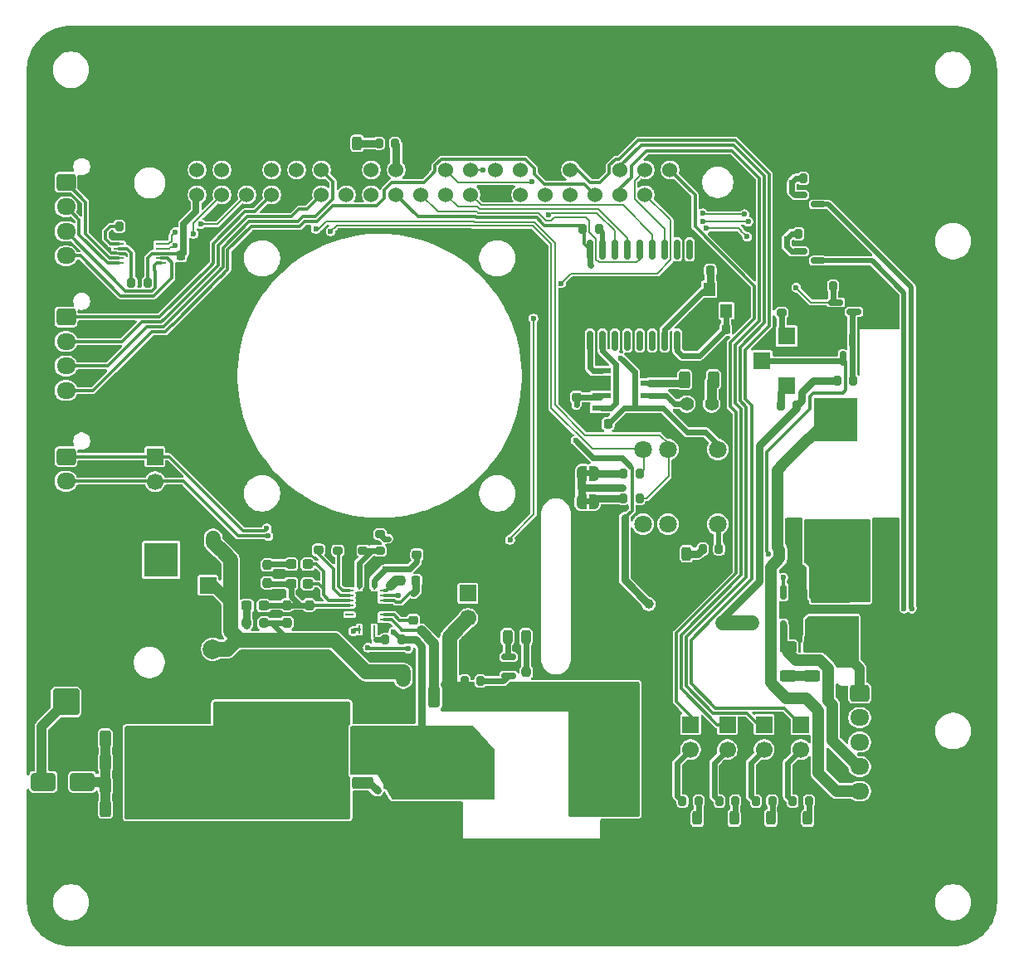
<source format=gbr>
%TF.GenerationSoftware,KiCad,Pcbnew,9.0.4*%
%TF.CreationDate,2025-09-15T15:41:38+09:00*%
%TF.ProjectId,control_unit,636f6e74-726f-46c5-9f75-6e69742e6b69,01*%
%TF.SameCoordinates,Original*%
%TF.FileFunction,Copper,L1,Top*%
%TF.FilePolarity,Positive*%
%FSLAX46Y46*%
G04 Gerber Fmt 4.6, Leading zero omitted, Abs format (unit mm)*
G04 Created by KiCad (PCBNEW 9.0.4) date 2025-09-15 15:41:38*
%MOMM*%
%LPD*%
G01*
G04 APERTURE LIST*
G04 Aperture macros list*
%AMRoundRect*
0 Rectangle with rounded corners*
0 $1 Rounding radius*
0 $2 $3 $4 $5 $6 $7 $8 $9 X,Y pos of 4 corners*
0 Add a 4 corners polygon primitive as box body*
4,1,4,$2,$3,$4,$5,$6,$7,$8,$9,$2,$3,0*
0 Add four circle primitives for the rounded corners*
1,1,$1+$1,$2,$3*
1,1,$1+$1,$4,$5*
1,1,$1+$1,$6,$7*
1,1,$1+$1,$8,$9*
0 Add four rect primitives between the rounded corners*
20,1,$1+$1,$2,$3,$4,$5,0*
20,1,$1+$1,$4,$5,$6,$7,0*
20,1,$1+$1,$6,$7,$8,$9,0*
20,1,$1+$1,$8,$9,$2,$3,0*%
%AMFreePoly0*
4,1,23,0.500000,-0.750000,0.000000,-0.750000,0.000000,-0.745722,-0.065263,-0.745722,-0.191342,-0.711940,-0.304381,-0.646677,-0.396677,-0.554381,-0.461940,-0.441342,-0.495722,-0.315263,-0.495722,-0.250000,-0.500000,-0.250000,-0.500000,0.250000,-0.495722,0.250000,-0.495722,0.315263,-0.461940,0.441342,-0.396677,0.554381,-0.304381,0.646677,-0.191342,0.711940,-0.065263,0.745722,0.000000,0.745722,
0.000000,0.750000,0.500000,0.750000,0.500000,-0.750000,0.500000,-0.750000,$1*%
%AMFreePoly1*
4,1,23,0.000000,0.745722,0.065263,0.745722,0.191342,0.711940,0.304381,0.646677,0.396677,0.554381,0.461940,0.441342,0.495722,0.315263,0.495722,0.250000,0.500000,0.250000,0.500000,-0.250000,0.495722,-0.250000,0.495722,-0.315263,0.461940,-0.441342,0.396677,-0.554381,0.304381,-0.646677,0.191342,-0.711940,0.065263,-0.745722,0.000000,-0.745722,0.000000,-0.750000,-0.500000,-0.750000,
-0.500000,0.750000,0.000000,0.750000,0.000000,0.745722,0.000000,0.745722,$1*%
%AMFreePoly2*
4,1,13,0.900000,0.500000,2.600000,0.500000,2.600000,-0.500000,0.900000,-0.500000,0.400000,-1.000000,-0.400000,-1.000000,-0.900000,-0.500000,-2.600000,-0.500000,-2.600000,0.500000,-0.900000,0.500000,-0.400000,1.000000,0.400000,1.000000,0.900000,0.500000,0.900000,0.500000,$1*%
G04 Aperture macros list end*
%TA.AperFunction,EtchedComponent*%
%ADD10C,0.000000*%
%TD*%
%TA.AperFunction,SMDPad,CuDef*%
%ADD11RoundRect,0.250000X-1.100000X0.325000X-1.100000X-0.325000X1.100000X-0.325000X1.100000X0.325000X0*%
%TD*%
%TA.AperFunction,SMDPad,CuDef*%
%ADD12RoundRect,0.250000X1.100000X-0.325000X1.100000X0.325000X-1.100000X0.325000X-1.100000X-0.325000X0*%
%TD*%
%TA.AperFunction,ComponentPad*%
%ADD13C,1.800000*%
%TD*%
%TA.AperFunction,SMDPad,CuDef*%
%ADD14RoundRect,0.200000X0.275000X-0.200000X0.275000X0.200000X-0.275000X0.200000X-0.275000X-0.200000X0*%
%TD*%
%TA.AperFunction,SMDPad,CuDef*%
%ADD15R,4.500000X4.500000*%
%TD*%
%TA.AperFunction,SMDPad,CuDef*%
%ADD16RoundRect,0.200000X-0.200000X-0.275000X0.200000X-0.275000X0.200000X0.275000X-0.200000X0.275000X0*%
%TD*%
%TA.AperFunction,ComponentPad*%
%ADD17C,2.000000*%
%TD*%
%TA.AperFunction,SMDPad,CuDef*%
%ADD18RoundRect,0.225000X-0.225000X-0.250000X0.225000X-0.250000X0.225000X0.250000X-0.225000X0.250000X0*%
%TD*%
%TA.AperFunction,ComponentPad*%
%ADD19C,1.400000*%
%TD*%
%TA.AperFunction,SMDPad,CuDef*%
%ADD20RoundRect,0.250000X-0.312500X-0.625000X0.312500X-0.625000X0.312500X0.625000X-0.312500X0.625000X0*%
%TD*%
%TA.AperFunction,ComponentPad*%
%ADD21R,1.800000X1.800000*%
%TD*%
%TA.AperFunction,SMDPad,CuDef*%
%ADD22RoundRect,0.243750X-0.243750X-0.456250X0.243750X-0.456250X0.243750X0.456250X-0.243750X0.456250X0*%
%TD*%
%TA.AperFunction,SMDPad,CuDef*%
%ADD23RoundRect,0.200000X-0.275000X0.200000X-0.275000X-0.200000X0.275000X-0.200000X0.275000X0.200000X0*%
%TD*%
%TA.AperFunction,SMDPad,CuDef*%
%ADD24RoundRect,0.237500X-0.237500X0.250000X-0.237500X-0.250000X0.237500X-0.250000X0.237500X0.250000X0*%
%TD*%
%TA.AperFunction,ComponentPad*%
%ADD25C,1.524000*%
%TD*%
%TA.AperFunction,SMDPad,CuDef*%
%ADD26RoundRect,0.225000X0.250000X-0.225000X0.250000X0.225000X-0.250000X0.225000X-0.250000X-0.225000X0*%
%TD*%
%TA.AperFunction,SMDPad,CuDef*%
%ADD27RoundRect,0.150000X0.150000X-0.875000X0.150000X0.875000X-0.150000X0.875000X-0.150000X-0.875000X0*%
%TD*%
%TA.AperFunction,SMDPad,CuDef*%
%ADD28RoundRect,0.250000X0.850000X0.350000X-0.850000X0.350000X-0.850000X-0.350000X0.850000X-0.350000X0*%
%TD*%
%TA.AperFunction,SMDPad,CuDef*%
%ADD29RoundRect,0.249997X2.950003X2.650003X-2.950003X2.650003X-2.950003X-2.650003X2.950003X-2.650003X0*%
%TD*%
%TA.AperFunction,SMDPad,CuDef*%
%ADD30FreePoly0,180.000000*%
%TD*%
%TA.AperFunction,SMDPad,CuDef*%
%ADD31FreePoly1,180.000000*%
%TD*%
%TA.AperFunction,SMDPad,CuDef*%
%ADD32R,1.200000X1.400000*%
%TD*%
%TA.AperFunction,SMDPad,CuDef*%
%ADD33RoundRect,0.175000X-0.175000X0.575000X-0.175000X-0.575000X0.175000X-0.575000X0.175000X0.575000X0*%
%TD*%
%TA.AperFunction,SMDPad,CuDef*%
%ADD34FreePoly2,270.000000*%
%TD*%
%TA.AperFunction,ComponentPad*%
%ADD35R,3.500000X3.500000*%
%TD*%
%TA.AperFunction,ComponentPad*%
%ADD36RoundRect,0.750000X-0.750000X-1.000000X0.750000X-1.000000X0.750000X1.000000X-0.750000X1.000000X0*%
%TD*%
%TA.AperFunction,ComponentPad*%
%ADD37RoundRect,0.875000X-0.875000X-0.875000X0.875000X-0.875000X0.875000X0.875000X-0.875000X0.875000X0*%
%TD*%
%TA.AperFunction,SMDPad,CuDef*%
%ADD38RoundRect,0.250000X0.625000X-0.312500X0.625000X0.312500X-0.625000X0.312500X-0.625000X-0.312500X0*%
%TD*%
%TA.AperFunction,SMDPad,CuDef*%
%ADD39RoundRect,0.225000X0.225000X0.250000X-0.225000X0.250000X-0.225000X-0.250000X0.225000X-0.250000X0*%
%TD*%
%TA.AperFunction,SMDPad,CuDef*%
%ADD40RoundRect,0.237500X0.237500X-0.250000X0.237500X0.250000X-0.237500X0.250000X-0.237500X-0.250000X0*%
%TD*%
%TA.AperFunction,SMDPad,CuDef*%
%ADD41RoundRect,0.150000X0.587500X0.150000X-0.587500X0.150000X-0.587500X-0.150000X0.587500X-0.150000X0*%
%TD*%
%TA.AperFunction,SMDPad,CuDef*%
%ADD42RoundRect,0.250000X1.000000X0.650000X-1.000000X0.650000X-1.000000X-0.650000X1.000000X-0.650000X0*%
%TD*%
%TA.AperFunction,SMDPad,CuDef*%
%ADD43RoundRect,0.200000X0.200000X0.275000X-0.200000X0.275000X-0.200000X-0.275000X0.200000X-0.275000X0*%
%TD*%
%TA.AperFunction,SMDPad,CuDef*%
%ADD44RoundRect,0.250000X-0.325000X-1.100000X0.325000X-1.100000X0.325000X1.100000X-0.325000X1.100000X0*%
%TD*%
%TA.AperFunction,SMDPad,CuDef*%
%ADD45RoundRect,0.237500X-0.250000X-0.237500X0.250000X-0.237500X0.250000X0.237500X-0.250000X0.237500X0*%
%TD*%
%TA.AperFunction,SMDPad,CuDef*%
%ADD46RoundRect,0.150000X-0.587500X-0.150000X0.587500X-0.150000X0.587500X0.150000X-0.587500X0.150000X0*%
%TD*%
%TA.AperFunction,SMDPad,CuDef*%
%ADD47RoundRect,0.237500X-0.300000X-0.237500X0.300000X-0.237500X0.300000X0.237500X-0.300000X0.237500X0*%
%TD*%
%TA.AperFunction,SMDPad,CuDef*%
%ADD48RoundRect,0.225000X-0.250000X0.225000X-0.250000X-0.225000X0.250000X-0.225000X0.250000X0.225000X0*%
%TD*%
%TA.AperFunction,ComponentPad*%
%ADD49R,1.700000X1.700000*%
%TD*%
%TA.AperFunction,ComponentPad*%
%ADD50C,1.700000*%
%TD*%
%TA.AperFunction,SMDPad,CuDef*%
%ADD51R,1.100000X0.250000*%
%TD*%
%TA.AperFunction,SMDPad,CuDef*%
%ADD52RoundRect,0.250000X-0.350000X0.850000X-0.350000X-0.850000X0.350000X-0.850000X0.350000X0.850000X0*%
%TD*%
%TA.AperFunction,SMDPad,CuDef*%
%ADD53RoundRect,0.249997X-2.650003X2.950003X-2.650003X-2.950003X2.650003X-2.950003X2.650003X2.950003X0*%
%TD*%
%TA.AperFunction,ComponentPad*%
%ADD54RoundRect,0.250000X-0.725000X0.600000X-0.725000X-0.600000X0.725000X-0.600000X0.725000X0.600000X0*%
%TD*%
%TA.AperFunction,ComponentPad*%
%ADD55O,1.950000X1.700000*%
%TD*%
%TA.AperFunction,SMDPad,CuDef*%
%ADD56R,0.280000X0.850000*%
%TD*%
%TA.AperFunction,SMDPad,CuDef*%
%ADD57R,0.850000X0.280000*%
%TD*%
%TA.AperFunction,SMDPad,CuDef*%
%ADD58R,1.700000X2.700000*%
%TD*%
%TA.AperFunction,SMDPad,CuDef*%
%ADD59RoundRect,0.150000X-0.150000X0.587500X-0.150000X-0.587500X0.150000X-0.587500X0.150000X0.587500X0*%
%TD*%
%TA.AperFunction,SMDPad,CuDef*%
%ADD60RoundRect,0.250000X-0.625000X0.312500X-0.625000X-0.312500X0.625000X-0.312500X0.625000X0.312500X0*%
%TD*%
%TA.AperFunction,SMDPad,CuDef*%
%ADD61RoundRect,0.250000X0.650000X-1.000000X0.650000X1.000000X-0.650000X1.000000X-0.650000X-1.000000X0*%
%TD*%
%TA.AperFunction,SMDPad,CuDef*%
%ADD62R,1.981200X0.558800*%
%TD*%
%TA.AperFunction,ComponentPad*%
%ADD63RoundRect,0.250001X-1.099999X1.099999X-1.099999X-1.099999X1.099999X-1.099999X1.099999X1.099999X0*%
%TD*%
%TA.AperFunction,ComponentPad*%
%ADD64C,2.700000*%
%TD*%
%TA.AperFunction,ViaPad*%
%ADD65C,0.600000*%
%TD*%
%TA.AperFunction,ViaPad*%
%ADD66C,1.000000*%
%TD*%
%TA.AperFunction,Conductor*%
%ADD67C,1.000000*%
%TD*%
%TA.AperFunction,Conductor*%
%ADD68C,0.600000*%
%TD*%
%TA.AperFunction,Conductor*%
%ADD69C,0.300000*%
%TD*%
%TA.AperFunction,Conductor*%
%ADD70C,1.500000*%
%TD*%
%TA.AperFunction,Conductor*%
%ADD71C,0.800000*%
%TD*%
%TA.AperFunction,Conductor*%
%ADD72C,1.200000*%
%TD*%
%TA.AperFunction,Conductor*%
%ADD73C,0.700000*%
%TD*%
%TA.AperFunction,Conductor*%
%ADD74C,0.200000*%
%TD*%
%TA.AperFunction,Conductor*%
%ADD75C,0.500000*%
%TD*%
G04 APERTURE END LIST*
D10*
%TA.AperFunction,EtchedComponent*%
%TO.C,JP2*%
G36*
X139050000Y-98600000D02*
G01*
X138550000Y-98600000D01*
X138550000Y-98000000D01*
X139050000Y-98000000D01*
X139050000Y-98600000D01*
G37*
%TD.AperFunction*%
%TA.AperFunction,EtchedComponent*%
%TO.C,JP1*%
G36*
X139000000Y-101500000D02*
G01*
X138500000Y-101500000D01*
X138500000Y-100900000D01*
X139000000Y-100900000D01*
X139000000Y-101500000D01*
G37*
%TD.AperFunction*%
%TD*%
D11*
%TO.P,Cin9,2*%
%TO.N,GND*%
X102025995Y-135074005D03*
%TO.P,Cin9,1*%
%TO.N,+24V*%
X102025995Y-132124005D03*
%TD*%
%TO.P,Cin11,2*%
%TO.N,GND*%
X109025995Y-135074005D03*
%TO.P,Cin11,1*%
%TO.N,+24V*%
X109025995Y-132124005D03*
%TD*%
D12*
%TO.P,Cin6,2*%
%TO.N,GND*%
X113025995Y-120124005D03*
%TO.P,Cin6,1*%
%TO.N,+24V*%
X113025995Y-123074005D03*
%TD*%
%TO.P,Cin1,2*%
%TO.N,GND*%
X95025995Y-122624005D03*
%TO.P,Cin1,1*%
%TO.N,+24V*%
X95025995Y-125574005D03*
%TD*%
%TO.P,Cin5,2*%
%TO.N,GND*%
X109525995Y-120124005D03*
%TO.P,Cin5,1*%
%TO.N,+24V*%
X109525995Y-123074005D03*
%TD*%
%TO.P,Cin3,2*%
%TO.N,GND*%
X102525995Y-120124005D03*
%TO.P,Cin3,1*%
%TO.N,+24V*%
X102525995Y-123074005D03*
%TD*%
%TO.P,Cin2,2*%
%TO.N,GND*%
X98525995Y-122624005D03*
%TO.P,Cin2,1*%
%TO.N,+24V*%
X98525995Y-125574005D03*
%TD*%
D11*
%TO.P,Cin12,2*%
%TO.N,GND*%
X112525995Y-135074005D03*
%TO.P,Cin12,1*%
%TO.N,+24V*%
X112525995Y-132124005D03*
%TD*%
%TO.P,Cin10,2*%
%TO.N,GND*%
X105525995Y-135074005D03*
%TO.P,Cin10,1*%
%TO.N,+24V*%
X105525995Y-132124005D03*
%TD*%
%TO.P,Cin8,2*%
%TO.N,GND*%
X98525995Y-135074005D03*
%TO.P,Cin8,1*%
%TO.N,+24V*%
X98525995Y-132124005D03*
%TD*%
D12*
%TO.P,Cin4,2*%
%TO.N,GND*%
X106025995Y-120124005D03*
%TO.P,Cin4,1*%
%TO.N,+24V*%
X106025995Y-123074005D03*
%TD*%
D11*
%TO.P,Cin7,2*%
%TO.N,GND*%
X95025995Y-135099005D03*
%TO.P,Cin7,1*%
%TO.N,+24V*%
X95025995Y-132149005D03*
%TD*%
D13*
%TO.P,U7,1,VIN*%
%TO.N,+3.3V_2*%
X152020000Y-95880000D03*
%TO.P,U7,2,GND*%
%TO.N,GND*%
X149480000Y-95880000D03*
%TO.P,U7,3,SDA*%
%TO.N,SDA*%
X146940000Y-95880000D03*
%TO.P,U7,4,SCL*%
%TO.N,SCL*%
X144400000Y-95880000D03*
%TO.P,U7,5,RESET*%
%TO.N,unconnected-(U7-RESET-Pad5)*%
X144400000Y-103500000D03*
%TO.P,U7,6,INT*%
%TO.N,unconnected-(U7-INT-Pad6)*%
X146940000Y-103500000D03*
%TO.P,U7,7,GND*%
%TO.N,GND*%
X149480000Y-103500000D03*
%TO.P,U7,8,VOUT*%
%TO.N,Net-(U7-VOUT)*%
X152020000Y-103500000D03*
%TD*%
D14*
%TO.P,Ruv2,1*%
%TO.N,Net-(U1-EN{slash}UVLO)*%
X115829995Y-106174005D03*
%TO.P,Ruv2,2*%
%TO.N,GND*%
X115829995Y-104524005D03*
%TD*%
D15*
%TO.P,L1,1,1*%
%TO.N,Net-(D2-A)*%
X164025995Y-105349005D03*
%TO.P,L1,2,2*%
%TO.N,Net-(LED_PCB1-Pin_5)*%
X164025995Y-92849005D03*
%TD*%
D16*
%TO.P,Rilim1,1*%
%TO.N,Net-(U1-ILIM)*%
X118107495Y-115298005D03*
%TO.P,Rilim1,2*%
%TO.N,Net-(Q6-S)*%
X119757495Y-115298005D03*
%TD*%
D17*
%TO.P,TP1,1,1*%
%TO.N,GND*%
X86525995Y-133849005D03*
%TD*%
D18*
%TO.P,C4,1*%
%TO.N,+3.3V_1*%
X97225995Y-76099005D03*
%TO.P,C4,2*%
%TO.N,GND*%
X98775995Y-76099005D03*
%TD*%
D19*
%TO.P,JP3,1,A*%
%TO.N,CANL*%
X148852195Y-91234005D03*
%TO.P,JP3,2,B*%
%TO.N,Net-(JP3-B)*%
X151392195Y-91234005D03*
%TD*%
D20*
%TO.P,R5,1*%
%TO.N,Net-(D1-K)*%
X89537500Y-132500000D03*
%TO.P,R5,2*%
%TO.N,+24V*%
X92462500Y-132500000D03*
%TD*%
D21*
%TO.P,R13,1,1*%
%TO.N,Net-(R11-Pad2)*%
X159070995Y-89389005D03*
%TO.P,R13,2,2*%
%TO.N,Net-(Q4-D)*%
X156530995Y-86849005D03*
%TO.P,R13,3,3*%
%TO.N,Net-(R12-Pad1)*%
X159070995Y-84309005D03*
%TD*%
D16*
%TO.P,R17,1*%
%TO.N,Net-(ESC4-Pin_2)*%
X159675000Y-131750000D03*
%TO.P,R17,2*%
%TO.N,Net-(LED_ESC_4-A)*%
X161325000Y-131750000D03*
%TD*%
D22*
%TO.P,LED_BNO1,1,K*%
%TO.N,GND*%
X146962500Y-106500000D03*
%TO.P,LED_BNO1,2,A*%
%TO.N,Net-(LED_BNO1-A)*%
X148837500Y-106500000D03*
%TD*%
D23*
%TO.P,Rt1,1*%
%TO.N,GND*%
X113275995Y-104524005D03*
%TO.P,Rt1,2*%
%TO.N,Net-(U1-RT)*%
X113275995Y-106174005D03*
%TD*%
D24*
%TO.P,Rc2,1*%
%TO.N,Net-(Cc3-Pad1)*%
X106079995Y-107660505D03*
%TO.P,Rc2,2*%
%TO.N,Net-(U1-FB)*%
X106079995Y-109485505D03*
%TD*%
D25*
%TO.P,U3,1,3V3*%
%TO.N,+3.3V_1*%
X98895995Y-69869005D03*
%TO.P,U3,2,5V*%
%TO.N,+5.1V*%
X98895995Y-67329005D03*
%TO.P,U3,3,GPIO2(SDA)*%
%TO.N,SDA*%
X101435995Y-69869005D03*
%TO.P,U3,4,5V*%
%TO.N,+5.1V*%
X101435995Y-67329005D03*
%TO.P,U3,5,GPIO3(SCL)*%
%TO.N,SCL*%
X103975995Y-69869005D03*
%TO.P,U3,6,GND*%
%TO.N,GND*%
X103975995Y-67329005D03*
%TO.P,U3,7,GPIO4*%
%TO.N,SERVO4*%
X106515995Y-69869005D03*
%TO.P,U3,8,GPIO14(TXD)*%
%TO.N,unconnected-(U3-GPIO14(TXD)-Pad8)*%
X106515995Y-67329005D03*
%TO.P,U3,9,GND*%
%TO.N,GND*%
X109055995Y-69869005D03*
%TO.P,U3,10,GPIO15(RXD)*%
%TO.N,unconnected-(U3-GPIO15(RXD)-Pad10)*%
X109055995Y-67329005D03*
%TO.P,U3,11,GPIO17*%
%TO.N,SERVO3*%
X111595995Y-69869005D03*
%TO.P,U3,12,GPIO18(PCM_CLK\u002C_PWM0)*%
%TO.N,SERVO2*%
X111595995Y-67329005D03*
%TO.P,U3,13,GPIO27*%
%TO.N,unconnected-(U3-GPIO27-Pad13)*%
X114135995Y-69869005D03*
%TO.P,U3,14,GND*%
%TO.N,GND*%
X114135995Y-67329005D03*
%TO.P,U3,15,GPIO22*%
%TO.N,unconnected-(U3-GPIO22-Pad15)*%
X116675995Y-69869005D03*
%TO.P,U3,16,GPIO23*%
%TO.N,unconnected-(U3-GPIO23-Pad16)*%
X116675995Y-67329005D03*
%TO.P,U3,17,3V3*%
%TO.N,+3.3V_2*%
X119215995Y-69869005D03*
%TO.P,U3,18,GPIO24*%
%TO.N,USER_LED*%
X119215995Y-67329005D03*
%TO.P,U3,19,GPIO10(MOSI)*%
%TO.N,MOSI*%
X121755995Y-69869005D03*
%TO.P,U3,20,GND*%
%TO.N,GND*%
X121755995Y-67329005D03*
%TO.P,U3,21,GPIO9(MISO)*%
%TO.N,MISO*%
X124295995Y-69869005D03*
%TO.P,U3,22,GPIO25*%
%TO.N,IR*%
X124295995Y-67329005D03*
%TO.P,U3,23,GPIO11(SCLK)*%
%TO.N,SCK*%
X126835995Y-69869005D03*
%TO.P,U3,24,GPIO8(CE0)*%
%TO.N,CS0*%
X126835995Y-67329005D03*
%TO.P,U3,25,GND*%
%TO.N,GND*%
X129375995Y-69869005D03*
%TO.P,U3,26,GPIO7(CE1)*%
%TO.N,unconnected-(U3-GPIO7(CE1)-Pad26)*%
X129375995Y-67329005D03*
%TO.P,U3,27,GPIO0(ID_SD)*%
%TO.N,unconnected-(U3-GPIO0(ID_SD)-Pad27)*%
X131915995Y-69869005D03*
%TO.P,U3,28,GPIO1(ID_SC)*%
%TO.N,unconnected-(U3-GPIO1(ID_SC)-Pad28)*%
X131915995Y-67329005D03*
%TO.P,U3,29,GPIO5*%
%TO.N,HighBeam*%
X134455995Y-69869005D03*
%TO.P,U3,30,GND*%
%TO.N,GND*%
X134455995Y-67329005D03*
%TO.P,U3,31,GPIO6*%
%TO.N,LowBeam*%
X136995995Y-69869005D03*
%TO.P,U3,32,GPIO12(PWM0)*%
%TO.N,ESC4_RP4*%
X136995995Y-67329005D03*
%TO.P,U3,33,GPIO13(PWM1)*%
%TO.N,SERVO1*%
X139535995Y-69869005D03*
%TO.P,U3,34,GND*%
%TO.N,GND*%
X139535995Y-67329005D03*
%TO.P,U3,35,GPIO19(PCM_FS\u002C_PWM1)*%
%TO.N,ESC2_RP4*%
X142075995Y-69869005D03*
%TO.P,U3,36,GPIO16*%
%TO.N,ESC3_RP4*%
X142075995Y-67329005D03*
%TO.P,U3,37,GPIO26*%
%TO.N,SERVO_test*%
X144615995Y-69869005D03*
%TO.P,U3,38,GPIO20(PCM_DIN)*%
%TO.N,INT*%
X144615995Y-67329005D03*
%TO.P,U3,39,GND*%
%TO.N,GND*%
X147155995Y-69869005D03*
%TO.P,U3,40,GPIO21(PCM_DOUT)*%
%TO.N,ESC1_RP4*%
X147155995Y-67329005D03*
%TD*%
D24*
%TO.P,Rfb1,1*%
%TO.N,Net-(U1-FB)*%
X108079995Y-111748005D03*
%TO.P,Rfb1,2*%
%TO.N,+5.1V*%
X108079995Y-113573005D03*
%TD*%
D26*
%TO.P,Cout1,1*%
%TO.N,GND*%
X141025995Y-134374005D03*
%TO.P,Cout1,2*%
%TO.N,+5.1V*%
X141025995Y-132824005D03*
%TD*%
D16*
%TO.P,R10,1*%
%TO.N,Net-(ESC3-Pin_2)*%
X155925000Y-131750000D03*
%TO.P,R10,2*%
%TO.N,Net-(LED_ESC_3-A)*%
X157575000Y-131750000D03*
%TD*%
D27*
%TO.P,U4,1,TXCAN*%
%TO.N,Net-(U4-TXCAN)*%
X138985995Y-84749005D03*
%TO.P,U4,2,RXCAN*%
%TO.N,Net-(U4-RXCAN)*%
X140255995Y-84749005D03*
%TO.P,U4,3,CLKOUT/SOF*%
%TO.N,unconnected-(U4-CLKOUT{slash}SOF-Pad3)*%
X141525995Y-84749005D03*
%TO.P,U4,4,~{TX0RTS}*%
%TO.N,unconnected-(U4-~{TX0RTS}-Pad4)*%
X142795995Y-84749005D03*
%TO.P,U4,5,~{TX1RTS}*%
%TO.N,unconnected-(U4-~{TX1RTS}-Pad5)*%
X144065995Y-84749005D03*
%TO.P,U4,6,~{TX2RTS}*%
%TO.N,unconnected-(U4-~{TX2RTS}-Pad6)*%
X145335995Y-84749005D03*
%TO.P,U4,7,OSC2*%
%TO.N,Net-(U4-OSC2)*%
X146605995Y-84749005D03*
%TO.P,U4,8,OSC1*%
%TO.N,Net-(U4-OSC1)*%
X147875995Y-84749005D03*
%TO.P,U4,9,VSS*%
%TO.N,GND*%
X149145995Y-84749005D03*
%TO.P,U4,10,~{RX1BF}*%
%TO.N,unconnected-(U4-~{RX1BF}-Pad10)*%
X149145995Y-75449005D03*
%TO.P,U4,11,~{RX0BF}*%
%TO.N,unconnected-(U4-~{RX0BF}-Pad11)*%
X147875995Y-75449005D03*
%TO.P,U4,12,~{INT}*%
%TO.N,INT*%
X146605995Y-75449005D03*
%TO.P,U4,13,SCK*%
%TO.N,SCK*%
X145335995Y-75449005D03*
%TO.P,U4,14,SI*%
%TO.N,MOSI*%
X144065995Y-75449005D03*
%TO.P,U4,15,SO*%
%TO.N,MISO*%
X142795995Y-75449005D03*
%TO.P,U4,16,~{CS}*%
%TO.N,CS0*%
X141525995Y-75449005D03*
%TO.P,U4,17,~{RESET}*%
%TO.N,Net-(U4-~{RESET})*%
X140255995Y-75449005D03*
%TO.P,U4,18,VDD*%
%TO.N,+3.3V_2*%
X138985995Y-75449005D03*
%TD*%
D28*
%TO.P,Q6,1,G*%
%TO.N,Net-(Q6-G)*%
X115775995Y-129909005D03*
D29*
%TO.P,Q6,2,D*%
%TO.N,+24V*%
X109475995Y-127629005D03*
D28*
%TO.P,Q6,3,S*%
%TO.N,Net-(Q6-S)*%
X115775995Y-125349005D03*
%TD*%
D16*
%TO.P,R8,1*%
%TO.N,LowBeam*%
X160263495Y-73849005D03*
%TO.P,R8,2*%
%TO.N,GND*%
X161913495Y-73849005D03*
%TD*%
D30*
%TO.P,JP2,1,A*%
%TO.N,Net-(JP2-A)*%
X139450000Y-98300000D03*
D31*
%TO.P,JP2,2,B*%
%TO.N,+3.3V_2*%
X138150000Y-98300000D03*
%TD*%
D32*
%TO.P,X1,1,OSC1*%
%TO.N,Net-(U4-OSC1)*%
X152900995Y-81699005D03*
%TO.P,X1,2,GND*%
%TO.N,GND*%
X152900995Y-79499005D03*
%TO.P,X1,3,OSC2*%
%TO.N,Net-(U4-OSC2)*%
X151150995Y-79499005D03*
%TO.P,X1,4,GND*%
%TO.N,GND*%
X151150995Y-81699005D03*
%TD*%
D30*
%TO.P,JP1,1,A*%
%TO.N,Net-(JP1-A)*%
X139400000Y-101200000D03*
D31*
%TO.P,JP1,2,B*%
%TO.N,+3.3V_2*%
X138100000Y-101200000D03*
%TD*%
D22*
%TO.P,LED_ESC_2,1,K*%
%TO.N,GND*%
X151812500Y-133500000D03*
%TO.P,LED_ESC_2,2,A*%
%TO.N,Net-(LED_ESC_2-A)*%
X153687500Y-133500000D03*
%TD*%
D33*
%TO.P,U2,1,LX*%
%TO.N,Net-(D2-A)*%
X161700000Y-110400000D03*
D34*
%TO.P,U2,2,GND*%
%TO.N,GND*%
X160200000Y-112250000D03*
D33*
%TO.P,U2,3,ADJ*%
%TO.N,Net-(Q4-D)*%
X158700000Y-110400000D03*
%TO.P,U2,4,ISNS*%
%TO.N,Net-(LED_PCB1-Pin_4)*%
X158700000Y-114100000D03*
%TO.P,U2,5,VIN*%
%TO.N,+5.1V*%
X161700000Y-114100000D03*
%TD*%
D35*
%TO.P,J1,1*%
%TO.N,Net-(D1-A)*%
X95250000Y-107141505D03*
D36*
%TO.P,J1,2*%
%TO.N,GND*%
X89250000Y-107141505D03*
D37*
%TO.P,J1,3*%
X92250000Y-111841505D03*
%TD*%
D38*
%TO.P,R15,1*%
%TO.N,Net-(R14-Pad2)*%
X159200000Y-118962500D03*
%TO.P,R15,2*%
%TO.N,Net-(LED_PCB1-Pin_4)*%
X159200000Y-116037500D03*
%TD*%
D20*
%TO.P,R4,1*%
%TO.N,Net-(D1-K)*%
X89537500Y-130200000D03*
%TO.P,R4,2*%
%TO.N,+24V*%
X92462500Y-130200000D03*
%TD*%
D39*
%TO.P,Cbst1,1*%
%TO.N,Net-(U1-BST)*%
X121207495Y-109273005D03*
%TO.P,Cbst1,2*%
%TO.N,Net-(Q6-S)*%
X119657495Y-109273005D03*
%TD*%
D40*
%TO.P,Rfb2,1*%
%TO.N,GND*%
X110329995Y-113573005D03*
%TO.P,Rfb2,2*%
%TO.N,Net-(U1-FB)*%
X110329995Y-111748005D03*
%TD*%
D12*
%TO.P,Cout7,1*%
%TO.N,+5.1V*%
X142525995Y-120574005D03*
%TO.P,Cout7,2*%
%TO.N,GND*%
X142525995Y-117624005D03*
%TD*%
D41*
%TO.P,Q3,1,G*%
%TO.N,Net-(Q3-G)*%
X130687500Y-118950000D03*
%TO.P,Q3,2,S*%
%TO.N,Net-(LED1-K)*%
X130687500Y-117050000D03*
%TO.P,Q3,3,D*%
%TO.N,GND*%
X128812500Y-118000000D03*
%TD*%
D39*
%TO.P,C2,1*%
%TO.N,GND*%
X152800995Y-77599005D03*
%TO.P,C2,2*%
%TO.N,Net-(U4-OSC2)*%
X151250995Y-77599005D03*
%TD*%
D42*
%TO.P,D1,1,K*%
%TO.N,Net-(D1-K)*%
X87200000Y-129800000D03*
%TO.P,D1,2,A*%
%TO.N,Net-(D1-A)*%
X83200000Y-129800000D03*
%TD*%
D43*
%TO.P,R19,1*%
%TO.N,USER_LED*%
X119100995Y-64599005D03*
%TO.P,R19,2*%
%TO.N,Net-(USER_LED1-A)*%
X117450995Y-64599005D03*
%TD*%
D44*
%TO.P,Cout3,1*%
%TO.N,+5.1V*%
X142550995Y-130099005D03*
%TO.P,Cout3,2*%
%TO.N,GND*%
X145500995Y-130099005D03*
%TD*%
D20*
%TO.P,R_CAN1,1*%
%TO.N,CANH*%
X148639695Y-88734005D03*
%TO.P,R_CAN1,2*%
%TO.N,Net-(JP3-B)*%
X151564695Y-88734005D03*
%TD*%
%TO.P,R2,1*%
%TO.N,Net-(D1-K)*%
X89537500Y-125400000D03*
%TO.P,R2,2*%
%TO.N,+24V*%
X92462500Y-125400000D03*
%TD*%
D45*
%TO.P,Rc1,1*%
%TO.N,Net-(Cc1-Pad1)*%
X103917495Y-113599005D03*
%TO.P,Rc1,2*%
%TO.N,+5.1V*%
X105742495Y-113599005D03*
%TD*%
D46*
%TO.P,Q5,1,G*%
%TO.N,HighBeam*%
X164062500Y-80850000D03*
%TO.P,Q5,2,S*%
%TO.N,GND*%
X164062500Y-82750000D03*
%TO.P,Q5,3,D*%
%TO.N,Net-(Q4-G)*%
X165937500Y-81800000D03*
%TD*%
D24*
%TO.P,R9,1*%
%TO.N,Net-(LED1-A)*%
X132500000Y-118587500D03*
%TO.P,R9,2*%
%TO.N,+5.1V*%
X132500000Y-120412500D03*
%TD*%
D47*
%TO.P,Cc2,1*%
%TO.N,Net-(U1-FB)*%
X108467495Y-109573005D03*
%TO.P,Cc2,2*%
%TO.N,Net-(U1-COMP)*%
X110192495Y-109573005D03*
%TD*%
D48*
%TO.P,C3,1*%
%TO.N,GND*%
X137602195Y-88959005D03*
%TO.P,C3,2*%
%TO.N,+5.1V*%
X137602195Y-90509005D03*
%TD*%
D22*
%TO.P,USER_LED1,1,K*%
%TO.N,GND*%
X113338495Y-64599005D03*
%TO.P,USER_LED1,2,A*%
%TO.N,Net-(USER_LED1-A)*%
X115213495Y-64599005D03*
%TD*%
D12*
%TO.P,Cout6,1*%
%TO.N,+5.1V*%
X139025995Y-120574005D03*
%TO.P,Cout6,2*%
%TO.N,GND*%
X139025995Y-117624005D03*
%TD*%
D49*
%TO.P,ESC3,1,Pin_1*%
%TO.N,ESC3_RP4*%
X156750000Y-123960000D03*
D50*
%TO.P,ESC3,2,Pin_2*%
%TO.N,Net-(ESC3-Pin_2)*%
X156750000Y-126500000D03*
%TO.P,ESC3,3,Pin_3*%
%TO.N,GND*%
X156750000Y-129040000D03*
%TD*%
D18*
%TO.P,C5,1*%
%TO.N,GND*%
X139290995Y-93250000D03*
%TO.P,C5,2*%
%TO.N,+3.3V_2*%
X140840995Y-93250000D03*
%TD*%
D23*
%TO.P,Ruv1,1*%
%TO.N,+24V*%
X117579995Y-104524005D03*
%TO.P,Ruv1,2*%
%TO.N,Net-(U1-EN{slash}UVLO)*%
X117579995Y-106174005D03*
%TD*%
D49*
%TO.P,J6,1,Pin_1*%
%TO.N,CANH*%
X94600000Y-96599005D03*
D50*
%TO.P,J6,2,Pin_2*%
%TO.N,CANL*%
X94600000Y-99139005D03*
%TD*%
D49*
%TO.P,ESC4,1,Pin_1*%
%TO.N,ESC4_RP4*%
X160500000Y-123960000D03*
D50*
%TO.P,ESC4,2,Pin_2*%
%TO.N,Net-(ESC4-Pin_2)*%
X160500000Y-126500000D03*
%TO.P,ESC4,3,Pin_3*%
%TO.N,GND*%
X160500000Y-129040000D03*
%TD*%
D22*
%TO.P,LED1,1,K*%
%TO.N,Net-(LED1-K)*%
X130562500Y-115000000D03*
%TO.P,LED1,2,A*%
%TO.N,Net-(LED1-A)*%
X132437500Y-115000000D03*
%TD*%
D16*
%TO.P,R6,1*%
%TO.N,IR*%
X160763495Y-68199005D03*
%TO.P,R6,2*%
%TO.N,GND*%
X162413495Y-68199005D03*
%TD*%
%TO.P,R23,1*%
%TO.N,Net-(U6-ADDR)*%
X90950995Y-73099005D03*
%TO.P,R23,2*%
%TO.N,GND*%
X92600995Y-73099005D03*
%TD*%
D43*
%TO.P,Rpg1,1*%
%TO.N,Net-(Q3-G)*%
X127825000Y-119500000D03*
%TO.P,Rpg1,2*%
%TO.N,+5.1V*%
X126175000Y-119500000D03*
%TD*%
%TO.P,R11,1*%
%TO.N,+5.1V*%
X160100995Y-91349005D03*
%TO.P,R11,2*%
%TO.N,Net-(R11-Pad2)*%
X158450995Y-91349005D03*
%TD*%
D20*
%TO.P,R3,1*%
%TO.N,Net-(D1-K)*%
X89537500Y-127800000D03*
%TO.P,R3,2*%
%TO.N,+24V*%
X92462500Y-127800000D03*
%TD*%
D43*
%TO.P,R18,1*%
%TO.N,GND*%
X165425000Y-79200000D03*
%TO.P,R18,2*%
%TO.N,HighBeam*%
X163775000Y-79200000D03*
%TD*%
%TO.P,R20,1*%
%TO.N,SCL*%
X144025995Y-98349005D03*
%TO.P,R20,2*%
%TO.N,Net-(JP2-A)*%
X142375995Y-98349005D03*
%TD*%
D51*
%TO.P,U6,1,ADDR*%
%TO.N,Net-(U6-ADDR)*%
X90875995Y-74849005D03*
%TO.P,U6,2,ALERT/RDY*%
%TO.N,Net-(U6-ALERT{slash}RDY)*%
X90875995Y-75349005D03*
%TO.P,U6,3,GND*%
%TO.N,GND*%
X90875995Y-75849005D03*
%TO.P,U6,4,AIN0*%
%TO.N,Net-(J4-Pin_1)*%
X90875995Y-76349005D03*
%TO.P,U6,5,AIN1*%
%TO.N,Net-(J4-Pin_2)*%
X90875995Y-76849005D03*
%TO.P,U6,6,AIN2*%
%TO.N,Net-(J4-Pin_3)*%
X95175995Y-76849005D03*
%TO.P,U6,7,AIN3*%
%TO.N,Net-(J4-Pin_4)*%
X95175995Y-76349005D03*
%TO.P,U6,8,VDD*%
%TO.N,+3.3V_1*%
X95175995Y-75849005D03*
%TO.P,U6,9,SDA*%
%TO.N,SDA*%
X95175995Y-75349005D03*
%TO.P,U6,10,SCL*%
%TO.N,SCL*%
X95175995Y-74849005D03*
%TD*%
D22*
%TO.P,LED_ESC_1,1,K*%
%TO.N,GND*%
X148062500Y-133500000D03*
%TO.P,LED_ESC_1,2,A*%
%TO.N,Net-(LED_ESC_1-A)*%
X149937500Y-133500000D03*
%TD*%
D44*
%TO.P,Cout4,1*%
%TO.N,+5.1V*%
X142550995Y-126599005D03*
%TO.P,Cout4,2*%
%TO.N,GND*%
X145500995Y-126599005D03*
%TD*%
D49*
%TO.P,ESC2,1,Pin_1*%
%TO.N,ESC2_RP4*%
X153000000Y-123960000D03*
D50*
%TO.P,ESC2,2,Pin_2*%
%TO.N,Net-(ESC2-Pin_2)*%
X153000000Y-126500000D03*
%TO.P,ESC2,3,Pin_3*%
%TO.N,GND*%
X153000000Y-129040000D03*
%TD*%
D52*
%TO.P,Q7,1,G*%
%TO.N,Net-(Q7-G)*%
X123085995Y-121099005D03*
D53*
%TO.P,Q7,2,D*%
%TO.N,Net-(Q6-S)*%
X120805995Y-127399005D03*
D52*
%TO.P,Q7,3,S*%
%TO.N,GND*%
X118525995Y-121099005D03*
%TD*%
D49*
%TO.P,SERVO_TEST1,1,PWM*%
%TO.N,SERVO_test*%
X126525995Y-110559005D03*
D50*
%TO.P,SERVO_TEST1,2,+*%
%TO.N,+5.1V*%
X126525995Y-113099005D03*
%TO.P,SERVO_TEST1,3,-*%
%TO.N,GND*%
X126525995Y-115639005D03*
%TD*%
D48*
%TO.P,Css1,1*%
%TO.N,GND*%
X111275995Y-104574005D03*
%TO.P,Css1,2*%
%TO.N,Net-(U1-SS{slash}TRK)*%
X111275995Y-106124005D03*
%TD*%
D16*
%TO.P,R7,1*%
%TO.N,Net-(ESC2-Pin_2)*%
X152175000Y-131750000D03*
%TO.P,R7,2*%
%TO.N,Net-(LED_ESC_2-A)*%
X153825000Y-131750000D03*
%TD*%
D46*
%TO.P,Q1,1,G*%
%TO.N,IR*%
X160400995Y-69899005D03*
%TO.P,Q1,2,S*%
%TO.N,GND*%
X160400995Y-71799005D03*
%TO.P,Q1,3,D*%
%TO.N,Net-(LED_PCB1-Pin_3)*%
X162275995Y-70849005D03*
%TD*%
D18*
%TO.P,C1,1*%
%TO.N,GND*%
X151290995Y-83599005D03*
%TO.P,C1,2*%
%TO.N,Net-(U4-OSC1)*%
X152840995Y-83599005D03*
%TD*%
D44*
%TO.P,Cout5,1*%
%TO.N,+5.1V*%
X142550995Y-123099005D03*
%TO.P,Cout5,2*%
%TO.N,GND*%
X145500995Y-123099005D03*
%TD*%
D26*
%TO.P,Cvin1,1*%
%TO.N,+24V*%
X121329995Y-106623005D03*
%TO.P,Cvin1,2*%
%TO.N,GND*%
X121329995Y-105073005D03*
%TD*%
D43*
%TO.P,R24,1*%
%TO.N,Net-(U7-VOUT)*%
X152150000Y-106000000D03*
%TO.P,R24,2*%
%TO.N,Net-(LED_BNO1-A)*%
X150500000Y-106000000D03*
%TD*%
D54*
%TO.P,LED_PCB1,1,Pin_1*%
%TO.N,+5.1V*%
X166500000Y-120750000D03*
D55*
%TO.P,LED_PCB1,2,Pin_2*%
%TO.N,Net-(LED_PCB1-Pin_2)*%
X166500000Y-123250000D03*
%TO.P,LED_PCB1,3,Pin_3*%
%TO.N,Net-(LED_PCB1-Pin_3)*%
X166500000Y-125750000D03*
%TO.P,LED_PCB1,4,Pin_4*%
%TO.N,Net-(LED_PCB1-Pin_4)*%
X166500000Y-128250000D03*
%TO.P,LED_PCB1,5,Pin_5*%
%TO.N,Net-(LED_PCB1-Pin_5)*%
X166500000Y-130750000D03*
%TO.P,LED_PCB1,6,Pin_6*%
%TO.N,GND*%
X166500000Y-133250000D03*
%TD*%
D26*
%TO.P,Cout2,1*%
%TO.N,GND*%
X143025995Y-134374005D03*
%TO.P,Cout2,2*%
%TO.N,+5.1V*%
X143025995Y-132824005D03*
%TD*%
D43*
%TO.P,R_reset1,1*%
%TO.N,Net-(U4-~{RESET})*%
X139890995Y-73349005D03*
%TO.P,R_reset1,2*%
%TO.N,+3.3V_2*%
X138240995Y-73349005D03*
%TD*%
D16*
%TO.P,R16,1*%
%TO.N,+5.1V*%
X164200995Y-88849005D03*
%TO.P,R16,2*%
%TO.N,Net-(Q4-G)*%
X165850995Y-88849005D03*
%TD*%
D56*
%TO.P,U1,1,EN/UVLO*%
%TO.N,Net-(U1-EN{slash}UVLO)*%
X115450000Y-109750000D03*
D57*
%TO.P,U1,2,RT*%
%TO.N,Net-(U1-RT)*%
X114452000Y-110251500D03*
%TO.P,U1,3,SS/TRK*%
%TO.N,Net-(U1-SS{slash}TRK)*%
X114452000Y-110751500D03*
%TO.P,U1,4,COMP*%
%TO.N,Net-(U1-COMP)*%
X114452000Y-111251500D03*
%TO.P,U1,5,FB*%
%TO.N,Net-(U1-FB)*%
X114452000Y-111751500D03*
%TO.P,U1,6,AGND*%
%TO.N,GND*%
X114452000Y-112251500D03*
%TO.P,U1,7,SYNCOUT*%
%TO.N,unconnected-(U1-SYNCOUT-Pad7)*%
X114452000Y-112751500D03*
%TO.P,U1,8,SYNCIN*%
%TO.N,GND*%
X114452000Y-113251500D03*
%TO.P,U1,9,NC*%
X114452000Y-113751500D03*
D56*
%TO.P,U1,10,PGOOD*%
%TO.N,Net-(Q3-G)*%
X115450000Y-114250000D03*
%TO.P,U1,11,ILIM*%
%TO.N,Net-(U1-ILIM)*%
X116950000Y-114250000D03*
D57*
%TO.P,U1,12,PGND*%
%TO.N,GND*%
X117952000Y-113751500D03*
%TO.P,U1,13,LO*%
%TO.N,Net-(Q7-G)*%
X117952000Y-113251500D03*
%TO.P,U1,14,VCC*%
%TO.N,+7.5V*%
X117950000Y-112750000D03*
%TO.P,U1,15,EP*%
%TO.N,GND*%
X117950000Y-112250000D03*
%TO.P,U1,16,NC*%
X117950000Y-111750000D03*
%TO.P,U1,17,BST*%
%TO.N,Net-(U1-BST)*%
X117950000Y-111250000D03*
%TO.P,U1,18,HO*%
%TO.N,Net-(Q6-G)*%
X117950000Y-110750000D03*
%TO.P,U1,19,SW*%
%TO.N,Net-(Q6-S)*%
X117950000Y-110250000D03*
D56*
%TO.P,U1,20,VIN*%
%TO.N,+24V*%
X116952000Y-109750000D03*
D58*
%TO.P,U1,21,EP*%
%TO.N,GND*%
X116200000Y-112000000D03*
%TD*%
D47*
%TO.P,Cc3,1*%
%TO.N,Net-(Cc3-Pad1)*%
X108467495Y-107573005D03*
%TO.P,Cc3,2*%
%TO.N,Net-(U1-COMP)*%
X110192495Y-107573005D03*
%TD*%
D49*
%TO.P,ESC1,1,Pin_1*%
%TO.N,ESC1_RP4*%
X149250000Y-123960000D03*
D50*
%TO.P,ESC1,2,Pin_2*%
%TO.N,Net-(ESC1-Pin_2)*%
X149250000Y-126500000D03*
%TO.P,ESC1,3,Pin_3*%
%TO.N,GND*%
X149250000Y-129040000D03*
%TD*%
D22*
%TO.P,LED_ESC_4,1,K*%
%TO.N,GND*%
X159312500Y-133500000D03*
%TO.P,LED_ESC_4,2,A*%
%TO.N,Net-(LED_ESC_4-A)*%
X161187500Y-133500000D03*
%TD*%
D59*
%TO.P,Q4,1,G*%
%TO.N,Net-(Q4-G)*%
X165725995Y-84724005D03*
%TO.P,Q4,2,S*%
%TO.N,GND*%
X163825995Y-84724005D03*
%TO.P,Q4,3,D*%
%TO.N,Net-(Q4-D)*%
X164775995Y-86599005D03*
%TD*%
D60*
%TO.P,R14,1*%
%TO.N,+5.1V*%
X161600000Y-116037500D03*
%TO.P,R14,2*%
%TO.N,Net-(R14-Pad2)*%
X161600000Y-118962500D03*
%TD*%
D43*
%TO.P,R22,1*%
%TO.N,+3.3V_1*%
X93850995Y-78849005D03*
%TO.P,R22,2*%
%TO.N,Net-(U6-ALERT{slash}RDY)*%
X92200995Y-78849005D03*
%TD*%
D16*
%TO.P,R1,1*%
%TO.N,Net-(ESC1-Pin_2)*%
X148425000Y-131750000D03*
%TO.P,R1,2*%
%TO.N,Net-(LED_ESC_1-A)*%
X150075000Y-131750000D03*
%TD*%
D61*
%TO.P,D2,1,K*%
%TO.N,+5.1V*%
X164800000Y-114250000D03*
%TO.P,D2,2,A*%
%TO.N,Net-(D2-A)*%
X164800000Y-110250000D03*
%TD*%
D47*
%TO.P,Cc1,1*%
%TO.N,Net-(Cc1-Pad1)*%
X103967495Y-111823005D03*
%TO.P,Cc1,2*%
%TO.N,Net-(U1-FB)*%
X105692495Y-111823005D03*
%TD*%
D26*
%TO.P,Cvcc1,1*%
%TO.N,+7.5V*%
X120932495Y-113298005D03*
%TO.P,Cvcc1,2*%
%TO.N,GND*%
X120932495Y-111748005D03*
%TD*%
D46*
%TO.P,Q2,1,G*%
%TO.N,LowBeam*%
X160400995Y-75649005D03*
%TO.P,Q2,2,S*%
%TO.N,GND*%
X160400995Y-77549005D03*
%TO.P,Q2,3,D*%
%TO.N,Net-(LED_PCB1-Pin_2)*%
X162275995Y-76599005D03*
%TD*%
D49*
%TO.P,Fan1,1,+*%
%TO.N,+5.1V*%
X100000000Y-109725000D03*
D50*
%TO.P,Fan1,2,-*%
%TO.N,GND*%
X100000000Y-112265000D03*
%TD*%
D43*
%TO.P,R21,1*%
%TO.N,SDA*%
X144025995Y-100849005D03*
%TO.P,R21,2*%
%TO.N,Net-(JP1-A)*%
X142375995Y-100849005D03*
%TD*%
D62*
%TO.P,U5,1,TXD*%
%TO.N,Net-(U4-TXCAN)*%
X140138395Y-87829005D03*
%TO.P,U5,2,GND*%
%TO.N,GND*%
X140138395Y-89099005D03*
%TO.P,U5,3,VCC*%
%TO.N,+5.1V*%
X140138395Y-90369005D03*
%TO.P,U5,4,RXD*%
%TO.N,Net-(U4-RXCAN)*%
X140138395Y-91639005D03*
%TO.P,U5,5,VIO*%
%TO.N,+3.3V_2*%
X145065995Y-91639005D03*
%TO.P,U5,6,CANL*%
%TO.N,CANL*%
X145065995Y-90369005D03*
%TO.P,U5,7,CANH*%
%TO.N,CANH*%
X145065995Y-89099005D03*
%TO.P,U5,8,STBY*%
%TO.N,GND*%
X145065995Y-87829005D03*
%TD*%
D15*
%TO.P,L2,1,1*%
%TO.N,Net-(Q6-S)*%
X126775995Y-128849005D03*
%TO.P,L2,2,2*%
%TO.N,+5.1V*%
X139275995Y-128849005D03*
%TD*%
D14*
%TO.P,R12,1*%
%TO.N,Net-(R12-Pad1)*%
X158525995Y-81924005D03*
%TO.P,R12,2*%
%TO.N,GND*%
X158525995Y-80274005D03*
%TD*%
D22*
%TO.P,LED_ESC_3,1,K*%
%TO.N,GND*%
X155562500Y-133500000D03*
%TO.P,LED_ESC_3,2,A*%
%TO.N,Net-(LED_ESC_3-A)*%
X157437500Y-133500000D03*
%TD*%
D17*
%TO.P,TP2,1,1*%
%TO.N,+5.1V*%
X100500000Y-116250000D03*
%TD*%
D54*
%TO.P,J3,1,Pin_1*%
%TO.N,SERVO4*%
X85525995Y-82349005D03*
D55*
%TO.P,J3,2,Pin_2*%
%TO.N,SERVO3*%
X85525995Y-84849005D03*
%TO.P,J3,3,Pin_3*%
%TO.N,SERVO2*%
X85525995Y-87349005D03*
%TO.P,J3,4,Pin_4*%
%TO.N,SERVO1*%
X85525995Y-89849005D03*
%TD*%
D54*
%TO.P,J5,1,Pin_1*%
%TO.N,CANH*%
X85525995Y-96599005D03*
D55*
%TO.P,J5,2,Pin_2*%
%TO.N,CANL*%
X85525995Y-99099005D03*
%TD*%
D63*
%TO.P,J2,1,Pin_1*%
%TO.N,Net-(D1-A)*%
X85525995Y-121639005D03*
D64*
%TO.P,J2,2,Pin_2*%
%TO.N,GND*%
X85525995Y-125599005D03*
%TD*%
D54*
%TO.P,J4,1,Pin_1*%
%TO.N,Net-(J4-Pin_1)*%
X85525995Y-68599005D03*
D55*
%TO.P,J4,2,Pin_2*%
%TO.N,Net-(J4-Pin_2)*%
X85525995Y-71099005D03*
%TO.P,J4,3,Pin_3*%
%TO.N,Net-(J4-Pin_3)*%
X85525995Y-73599005D03*
%TO.P,J4,4,Pin_4*%
%TO.N,Net-(J4-Pin_4)*%
X85525995Y-76099005D03*
%TD*%
D65*
%TO.N,+24V*%
X113525995Y-122099005D03*
%TO.N,GND*%
X110525995Y-121099005D03*
X107025995Y-121099005D03*
X108525995Y-121099005D03*
X103025995Y-136099005D03*
X101525995Y-121099005D03*
X99525995Y-136099005D03*
X95025995Y-136099005D03*
X99525995Y-121599005D03*
X109025995Y-136099005D03*
X97525995Y-121599005D03*
X104525995Y-136099005D03*
X109025995Y-134099005D03*
X105025995Y-121099005D03*
X103525995Y-121099005D03*
X102025995Y-134099005D03*
X96025995Y-134099005D03*
X97525995Y-134099005D03*
X102525995Y-121099005D03*
X106525995Y-136099005D03*
X95025995Y-121599005D03*
X110025995Y-136099005D03*
X94025995Y-134099005D03*
X97525995Y-136099005D03*
X98525995Y-134099005D03*
X108025995Y-134099005D03*
X103025995Y-134099005D03*
X105525995Y-134099005D03*
X110025995Y-134099005D03*
X105525995Y-136099005D03*
X98525995Y-123599005D03*
X99525995Y-123599005D03*
X106025995Y-121099005D03*
X113525995Y-136099005D03*
X112025995Y-121099005D03*
X102025995Y-136099005D03*
X112525995Y-136099005D03*
X97525995Y-123599005D03*
X96025995Y-121599005D03*
X108025995Y-136099005D03*
X98525995Y-121599005D03*
X111525995Y-136099005D03*
X106525995Y-134099005D03*
X94025995Y-121599005D03*
X113525995Y-134099005D03*
X111525995Y-134099005D03*
X95025995Y-134099005D03*
X101025995Y-134099005D03*
X95025995Y-123599005D03*
X113025995Y-121099005D03*
X94025995Y-136099005D03*
X104525995Y-134099005D03*
X99525995Y-134099005D03*
X94025995Y-123599005D03*
X96025995Y-136099005D03*
X96025995Y-123599005D03*
X101025995Y-136099005D03*
X98525995Y-136099005D03*
X109525995Y-121099005D03*
X112525995Y-134099005D03*
X152650000Y-93200000D03*
%TO.N,+24V*%
X118400995Y-104974005D03*
X118079995Y-108073005D03*
D66*
%TO.N,+5.1V*%
X102275995Y-107099005D03*
X155525995Y-113599005D03*
X140775995Y-123349005D03*
X140775995Y-122349005D03*
X101541994Y-106333006D03*
X163250000Y-116000000D03*
D65*
X137523939Y-94951061D03*
D66*
X163175000Y-114075000D03*
D65*
X119926995Y-119349005D03*
X137602195Y-91299005D03*
D66*
X100525995Y-104800000D03*
X140775995Y-124349005D03*
X144975995Y-111649005D03*
D65*
X119926995Y-118598005D03*
D66*
X127025995Y-121099005D03*
X100900995Y-105699005D03*
X140775995Y-125349005D03*
X152525995Y-113599005D03*
X126025995Y-121099005D03*
X125025995Y-121099005D03*
D65*
%TO.N,GND*%
X117025995Y-120599005D03*
X101025995Y-82099005D03*
X137025995Y-80099005D03*
X138025995Y-116599005D03*
X103775995Y-110099005D03*
X134275995Y-75349005D03*
X114025995Y-119099005D03*
X180025995Y-57099005D03*
X131775995Y-92349005D03*
X108525995Y-119099005D03*
X173275995Y-92349005D03*
X134225995Y-91349005D03*
X107025995Y-119099005D03*
X86025995Y-146099005D03*
X134025995Y-83099005D03*
X119775995Y-123099005D03*
X126025995Y-102099005D03*
X121025995Y-62099005D03*
X144525995Y-130099005D03*
X146525995Y-124099005D03*
X86025995Y-53099005D03*
X148200000Y-110400000D03*
X82025995Y-62099005D03*
X146525995Y-126599005D03*
X139025995Y-116599005D03*
X121025995Y-137099005D03*
X137025995Y-87349005D03*
X141025995Y-137099005D03*
X82025995Y-57099005D03*
X154500000Y-135500000D03*
X112025995Y-119099005D03*
X109275995Y-114099005D03*
X113025995Y-119099005D03*
X142525995Y-118599005D03*
X109525995Y-119099005D03*
X147275995Y-87849005D03*
X169100000Y-103600000D03*
X171025995Y-72099005D03*
X141025995Y-146099005D03*
X146525995Y-131099005D03*
X140025995Y-118599005D03*
X138025995Y-118599005D03*
X101025995Y-146099005D03*
X88525995Y-83599005D03*
X141025995Y-135599005D03*
X88525995Y-86099005D03*
X88775995Y-97849005D03*
X141025995Y-53099005D03*
X146525995Y-130099005D03*
X144525995Y-124099005D03*
X149275995Y-82099005D03*
X144525995Y-129099005D03*
X149275995Y-77849005D03*
X110525995Y-119099005D03*
X105025995Y-119099005D03*
X144525995Y-126599005D03*
X143025995Y-135599005D03*
X146525995Y-129099005D03*
X82025995Y-92099005D03*
X116525995Y-108099005D03*
X180025995Y-142099005D03*
X146025995Y-86599005D03*
X132775995Y-73849005D03*
X159900000Y-103600000D03*
X144525995Y-123099005D03*
X146525995Y-123099005D03*
X146525995Y-125599005D03*
X101025995Y-53099005D03*
X111025995Y-102099005D03*
X106025995Y-119099005D03*
X160000000Y-109000000D03*
X103525995Y-119099005D03*
X161025995Y-146099005D03*
X101025995Y-137099005D03*
X176025995Y-62099005D03*
X139775995Y-110349005D03*
X176025995Y-146099005D03*
X180025995Y-92099005D03*
X101025995Y-62099005D03*
X113275995Y-113099005D03*
X140025995Y-116599005D03*
X102525995Y-119099005D03*
X151025995Y-102099005D03*
X111775995Y-113099005D03*
X82025995Y-142099005D03*
X141525995Y-118599005D03*
X101525995Y-119099005D03*
X103775995Y-105849005D03*
X130525995Y-110349005D03*
X142525995Y-116599005D03*
X146525995Y-122099005D03*
X88525995Y-88349005D03*
X144525995Y-131099005D03*
X161025995Y-137099005D03*
X143525995Y-116599005D03*
X146525995Y-127599005D03*
X121025995Y-146099005D03*
X86025995Y-137099005D03*
X176025995Y-137099005D03*
X141025995Y-62099005D03*
X144525995Y-127599005D03*
X121025995Y-53099005D03*
X161025995Y-62099005D03*
X123525995Y-112849005D03*
X176025995Y-53099005D03*
X144025995Y-86599005D03*
X123525995Y-109849005D03*
X82025995Y-112099005D03*
X86025995Y-62099005D03*
X144525995Y-125599005D03*
X144525995Y-122099005D03*
X82025995Y-132099005D03*
X117025995Y-123099005D03*
X169000000Y-116100000D03*
X101025995Y-92099005D03*
X180025995Y-72099005D03*
X161025995Y-53099005D03*
X131525995Y-82599005D03*
X116275995Y-114849005D03*
X141525995Y-116599005D03*
X82025995Y-72099005D03*
X139025995Y-118599005D03*
%TO.N,CANH*%
X147275995Y-89099005D03*
X105996246Y-103919227D03*
%TO.N,IR*%
X154775995Y-71849005D03*
X159588495Y-68599005D03*
X150500267Y-71769520D03*
X133025995Y-68499005D03*
%TO.N,Net-(Q6-S)*%
X118925995Y-114499005D03*
X118682495Y-109772005D03*
%TO.N,LowBeam*%
X155125995Y-72599005D03*
X159025995Y-74349005D03*
X150497584Y-72569518D03*
%TO.N,HighBeam*%
X155025995Y-74149008D03*
X150825995Y-73299005D03*
X160025995Y-79349005D03*
%TO.N,CANL*%
X147246595Y-90878405D03*
X106174995Y-104699005D03*
%TO.N,SERVO_test*%
X136026995Y-78899005D03*
X133225995Y-82499005D03*
X130825995Y-105099005D03*
%TO.N,Net-(Q4-D)*%
X157213495Y-106536505D03*
X158700000Y-108950000D03*
%TO.N,Net-(Q6-G)*%
X119432495Y-110773005D03*
X117298282Y-130701718D03*
%TO.N,SCL*%
X96675995Y-73649005D03*
X112525995Y-73599005D03*
X99285587Y-72858597D03*
%TO.N,SDA*%
X111025995Y-73349005D03*
X98525995Y-73849005D03*
X96675996Y-75045218D03*
%TO.N,CS0*%
X128025995Y-67349005D03*
X134777410Y-71933005D03*
%TO.N,Net-(Q3-G)*%
X120425995Y-116198005D03*
X114825995Y-114414507D03*
X129000000Y-119500000D03*
X116325995Y-116099005D03*
X129700003Y-119500000D03*
%TO.N,+3.3V_2*%
X139065995Y-77099005D03*
X142139181Y-86525819D03*
X142300995Y-99749005D03*
%TO.N,Net-(LED_PCB1-Pin_2)*%
X171025995Y-112099005D03*
%TO.N,Net-(LED_PCB1-Pin_3)*%
X171825998Y-112099005D03*
%TD*%
D67*
%TO.N,Net-(D1-K)*%
X89537500Y-132700000D02*
X89537500Y-125700000D01*
X89037500Y-129800000D02*
X89537500Y-130300000D01*
D68*
%TO.N,Net-(U1-EN{slash}UVLO)*%
X116850995Y-106174005D02*
X115829995Y-106174005D01*
X116700995Y-106174005D02*
X116850995Y-106174005D01*
X115432495Y-107442505D02*
X116700995Y-106174005D01*
X115432495Y-109773005D02*
X115432495Y-107442505D01*
D69*
%TO.N,ESC1_RP4*%
X149700000Y-69873010D02*
X147155995Y-67329005D01*
X155775995Y-79200000D02*
X149700000Y-73124005D01*
X155775995Y-82474005D02*
X155775995Y-79200000D01*
X153275995Y-84974005D02*
X155775995Y-82474005D01*
X153275995Y-85015484D02*
X153275995Y-84974005D01*
X149700000Y-73124005D02*
X149700000Y-69873010D01*
X153274995Y-85016485D02*
X153275995Y-85015484D01*
X153274995Y-91306525D02*
X153274995Y-85016485D01*
X153275995Y-91307526D02*
X153274995Y-91306525D01*
X153899000Y-108475999D02*
X153899000Y-92099448D01*
X153899000Y-92099448D02*
X153275995Y-91476443D01*
X153275995Y-91476443D02*
X153275995Y-91307526D01*
X147775995Y-114599005D02*
X153899000Y-108475999D01*
X147775995Y-121599005D02*
X147775995Y-114599005D01*
X149275995Y-124059005D02*
X149275995Y-123099005D01*
X149275995Y-123099005D02*
X147775995Y-121599005D01*
%TO.N,ESC2_RP4*%
X151960000Y-123960000D02*
X153000000Y-123960000D01*
X148276995Y-120276995D02*
X151960000Y-123960000D01*
X148276995Y-114806525D02*
X148276995Y-120276995D01*
X154400000Y-108683520D02*
X148276995Y-114806525D01*
X154400000Y-91723010D02*
X154400000Y-108683520D01*
X156276995Y-68176995D02*
X156276995Y-82723005D01*
X153500000Y-65400000D02*
X156276995Y-68176995D01*
X144725000Y-65400000D02*
X153500000Y-65400000D01*
X143188995Y-66936005D02*
X144725000Y-65400000D01*
X142075995Y-69231195D02*
X143188995Y-68118195D01*
X142075995Y-69869005D02*
X142075995Y-69231195D01*
X143188995Y-68118195D02*
X143188995Y-66936005D01*
X153775995Y-85224005D02*
X153775995Y-91099005D01*
X153775995Y-91099005D02*
X154400000Y-91723010D01*
X156276995Y-82723005D02*
X153775995Y-85224005D01*
D68*
%TO.N,+24V*%
X116934495Y-109218505D02*
X116934495Y-109773005D01*
X121329995Y-107323005D02*
X121329995Y-106623005D01*
X120579995Y-108073005D02*
X121329995Y-107323005D01*
X118029995Y-104974005D02*
X117579995Y-104524005D01*
X120579995Y-108073005D02*
X118079995Y-108073005D01*
X118400995Y-104974005D02*
X118029995Y-104974005D01*
X118079995Y-108073005D02*
X116934495Y-109218505D01*
D70*
%TO.N,+5.1V*%
X126525995Y-113099005D02*
X125786995Y-113838005D01*
D71*
X161775995Y-88849005D02*
X160571995Y-90053005D01*
D70*
X124724995Y-114900005D02*
X124636995Y-114988005D01*
X125779996Y-113838005D02*
X124724995Y-114893006D01*
D69*
X143275995Y-97724005D02*
X143275995Y-102099005D01*
D68*
X106275995Y-113573005D02*
X106499995Y-113573005D01*
D70*
X103268621Y-115349005D02*
X102326995Y-114407379D01*
D68*
X106499995Y-113573005D02*
X108275995Y-115349005D01*
D71*
X163700995Y-88849005D02*
X161775995Y-88849005D01*
D70*
X102326995Y-114407379D02*
X102326995Y-111500000D01*
X102326995Y-107118006D02*
X102326995Y-111500000D01*
D68*
X105992495Y-113573005D02*
X106275995Y-113573005D01*
D70*
X119926995Y-118598005D02*
X119926995Y-119349005D01*
D68*
X105966495Y-113599005D02*
X105992495Y-113573005D01*
D71*
X152525995Y-113078119D02*
X156253000Y-109351114D01*
X152525995Y-113599005D02*
X152525995Y-113078119D01*
X160100995Y-91599005D02*
X160100995Y-91349005D01*
D69*
X143088495Y-97536505D02*
X143275995Y-97724005D01*
D70*
X112875995Y-115349005D02*
X108275995Y-115349005D01*
D68*
X126175000Y-119825000D02*
X126000000Y-120000000D01*
D70*
X102900995Y-115349005D02*
X102000000Y-116250000D01*
X116124995Y-118598005D02*
X112875995Y-115349005D01*
D68*
X106275995Y-113573005D02*
X108079995Y-113573005D01*
X126175000Y-119500000D02*
X126175000Y-119825000D01*
D71*
X160571995Y-90878005D02*
X160100995Y-91349005D01*
D69*
X137523939Y-94951061D02*
X137523939Y-95116049D01*
D70*
X119926995Y-118598005D02*
X116124995Y-118598005D01*
X100525995Y-104900000D02*
X100525995Y-105324005D01*
X101271994Y-106063005D02*
X102326995Y-107118006D01*
D71*
X156253000Y-109351114D02*
X156253000Y-95447000D01*
D68*
X139998395Y-90509005D02*
X140138395Y-90369005D01*
D72*
X100551995Y-109725000D02*
X102326995Y-111500000D01*
D69*
X143275995Y-102099005D02*
X142525995Y-102849005D01*
D68*
X137602195Y-90509005D02*
X139998395Y-90509005D01*
X105742495Y-113599005D02*
X105966495Y-113599005D01*
D72*
X100000000Y-109725000D02*
X100551995Y-109725000D01*
D70*
X124636995Y-114988005D02*
X124636995Y-121349005D01*
X108275995Y-115349005D02*
X103268621Y-115349005D01*
X103268621Y-115349005D02*
X102900995Y-115349005D01*
D71*
X142525995Y-109199005D02*
X142525995Y-102849005D01*
D70*
X100900995Y-105699005D02*
X101264995Y-106063005D01*
D71*
X144825995Y-111499005D02*
X142525995Y-109199005D01*
D67*
X165500000Y-117250000D02*
X165250000Y-117250000D01*
D70*
X125786995Y-113838005D02*
X125779996Y-113838005D01*
X155525995Y-113599005D02*
X152525995Y-113599005D01*
D67*
X166500000Y-120750000D02*
X166500000Y-118250000D01*
D70*
X102000000Y-116250000D02*
X100500000Y-116250000D01*
D68*
X143088495Y-97536505D02*
X142251990Y-96700000D01*
X139272878Y-96700000D02*
X137523939Y-94951061D01*
D70*
X124724995Y-114893006D02*
X124724995Y-114900005D01*
X100525995Y-105324005D02*
X100900995Y-105699005D01*
D67*
X166500000Y-118250000D02*
X165500000Y-117250000D01*
D71*
X156253000Y-95447000D02*
X160100995Y-91599005D01*
D70*
X101264995Y-106063005D02*
X101271994Y-106063005D01*
D68*
X137602195Y-91299005D02*
X137602195Y-90509005D01*
X142251990Y-96700000D02*
X139272878Y-96700000D01*
D71*
X160571995Y-90053005D02*
X160571995Y-90878005D01*
D69*
%TO.N,Net-(J4-Pin_1)*%
X90875995Y-76349005D02*
X89998995Y-76349005D01*
X89998995Y-76349005D02*
X87525995Y-73876005D01*
X87525995Y-70599005D02*
X85525995Y-68599005D01*
X87525995Y-73876005D02*
X87525995Y-70599005D01*
%TO.N,Net-(J4-Pin_4)*%
X87025995Y-76099005D02*
X85525995Y-76099005D01*
X96300000Y-76799885D02*
X96300000Y-78368294D01*
X91102995Y-80176005D02*
X87025995Y-76099005D01*
X95849120Y-76349005D02*
X96300000Y-76799885D01*
X95175995Y-76349005D02*
X95849120Y-76349005D01*
X96300000Y-78368294D02*
X94492289Y-80176005D01*
X94492289Y-80176005D02*
X91102995Y-80176005D01*
%TO.N,Net-(J4-Pin_2)*%
X89775995Y-76849005D02*
X86851995Y-73925005D01*
X86851995Y-73925005D02*
X86851995Y-72425005D01*
X86851995Y-72425005D02*
X85525995Y-71099005D01*
X90875995Y-76849005D02*
X89775995Y-76849005D01*
%TO.N,Net-(J4-Pin_3)*%
X94525995Y-77099005D02*
X94525995Y-77599005D01*
X94525995Y-77599005D02*
X94601995Y-77675005D01*
X95175995Y-76849005D02*
X94775995Y-76849005D01*
X94601995Y-79357779D02*
X94284769Y-79675005D01*
X94775995Y-76849005D02*
X94525995Y-77099005D01*
X91601995Y-79675005D02*
X85525995Y-73599005D01*
X94284769Y-79675005D02*
X91601995Y-79675005D01*
X94601995Y-77675005D02*
X94601995Y-79357779D01*
D68*
%TO.N,Net-(U4-OSC1)*%
X147875995Y-84749005D02*
X147875995Y-85774004D01*
X150164995Y-86275005D02*
X152840995Y-83599005D01*
X148376996Y-86275005D02*
X150164995Y-86275005D01*
X152840995Y-83599005D02*
X152840995Y-81759005D01*
X147875995Y-85774004D02*
X148376996Y-86275005D01*
X152840995Y-81759005D02*
X152900995Y-81699005D01*
D69*
%TO.N,+3.3V_1*%
X93850995Y-78849005D02*
X93850995Y-76297005D01*
D73*
X98775995Y-69989005D02*
X98775995Y-71599005D01*
D69*
X95175995Y-75849005D02*
X96975995Y-75849005D01*
D73*
X98895995Y-69869005D02*
X98775995Y-69989005D01*
X97525995Y-75799005D02*
X97225995Y-76099005D01*
D69*
X94298995Y-75849005D02*
X95175995Y-75849005D01*
X96975995Y-75849005D02*
X97225995Y-76099005D01*
D73*
X97525995Y-72849005D02*
X97525995Y-75799005D01*
D69*
X93850995Y-76297005D02*
X94298995Y-75849005D01*
D73*
X98775995Y-71599005D02*
X97525995Y-72849005D01*
D68*
%TO.N,Net-(Cc3-Pad1)*%
X106167495Y-107573005D02*
X106079995Y-107660505D01*
X108467495Y-107573005D02*
X106167495Y-107573005D01*
D71*
%TO.N,Net-(Cc1-Pad1)*%
X103967495Y-111823005D02*
X103967495Y-113773005D01*
X103967495Y-113773005D02*
X103917495Y-113823005D01*
D69*
%TO.N,CANH*%
X105996246Y-104041068D02*
X105989309Y-104048005D01*
D71*
X147275995Y-89099005D02*
X148274695Y-89099005D01*
D69*
X103624995Y-104198005D02*
X96025995Y-96599005D01*
X105905341Y-104048005D02*
X105755341Y-104198005D01*
X96025995Y-96599005D02*
X85525995Y-96599005D01*
X105989309Y-104048005D02*
X105905341Y-104048005D01*
X105755341Y-104198005D02*
X103624995Y-104198005D01*
X105996246Y-103919227D02*
X105996246Y-104041068D01*
D71*
X148274695Y-89099005D02*
X148639695Y-88734005D01*
X145065995Y-89099005D02*
X147275995Y-89099005D01*
%TO.N,Net-(LED_BNO1-A)*%
X150000000Y-106500000D02*
X148837500Y-106500000D01*
X150500000Y-106000000D02*
X150000000Y-106500000D01*
D68*
%TO.N,Net-(U4-OSC2)*%
X150743209Y-79499005D02*
X151150995Y-79499005D01*
X146605995Y-84749005D02*
X146605995Y-83636219D01*
X146605995Y-83636219D02*
X150743209Y-79499005D01*
D71*
X151250995Y-79399005D02*
X151150995Y-79499005D01*
X151250995Y-77599005D02*
X151250995Y-79399005D01*
D68*
%TO.N,IR*%
X159588495Y-68599005D02*
X159588495Y-69599005D01*
D74*
X132925995Y-68599005D02*
X125565995Y-68599005D01*
D68*
X159588495Y-69599005D02*
X159888495Y-69899005D01*
D74*
X150579752Y-71849005D02*
X154775995Y-71849005D01*
X150500267Y-71769520D02*
X150579752Y-71849005D01*
D68*
X159888495Y-69899005D02*
X160838495Y-69899005D01*
X160763495Y-68199005D02*
X159988495Y-68199005D01*
X159988495Y-68199005D02*
X159588495Y-68599005D01*
D74*
X133025995Y-68499005D02*
X132925995Y-68599005D01*
X125565995Y-68599005D02*
X124295995Y-67329005D01*
%TO.N,MISO*%
X127732895Y-71333005D02*
X128065095Y-71333005D01*
X128065095Y-71333005D02*
X139867095Y-71333005D01*
X139867095Y-71333005D02*
X142795995Y-74261905D01*
X125525995Y-71099005D02*
X127498895Y-71099005D01*
X127498895Y-71099005D02*
X127732895Y-71333005D01*
X142795995Y-74261905D02*
X142795995Y-75449005D01*
X124295995Y-69869005D02*
X125525995Y-71099005D01*
%TO.N,SCK*%
X142358995Y-70932005D02*
X127898995Y-70932005D01*
X145335995Y-75449005D02*
X145335995Y-73909005D01*
X145335995Y-73909005D02*
X142358995Y-70932005D01*
X127898995Y-70932005D02*
X126835995Y-69869005D01*
D68*
%TO.N,Net-(LED_ESC_1-A)*%
X150075000Y-131750000D02*
X150075000Y-133362500D01*
X150075000Y-133362500D02*
X149937500Y-133500000D01*
%TO.N,Net-(LED_ESC_2-A)*%
X153825000Y-133362500D02*
X153687500Y-133500000D01*
X153825000Y-131750000D02*
X153825000Y-133362500D01*
%TO.N,Net-(LED_ESC_3-A)*%
X157575000Y-131750000D02*
X157575000Y-133362500D01*
X157575000Y-133362500D02*
X157437500Y-133500000D01*
D71*
%TO.N,Net-(U1-BST)*%
X121207495Y-110248005D02*
X120932495Y-110523005D01*
D69*
X119702149Y-111424005D02*
X119162841Y-111424005D01*
X119162841Y-111424005D02*
X118988836Y-111250000D01*
X118988836Y-111250000D02*
X117950000Y-111250000D01*
D71*
X121207495Y-109273005D02*
X121207495Y-110248005D01*
D69*
X120932495Y-110523005D02*
X120603149Y-110523005D01*
X120603149Y-110523005D02*
X119702149Y-111424005D01*
D67*
%TO.N,Net-(Q6-S)*%
X119181495Y-109273005D02*
X118682495Y-109772005D01*
D69*
X117950000Y-110250000D02*
X118204500Y-110250000D01*
X118204500Y-110250000D02*
X118682495Y-109772005D01*
D71*
X121775995Y-115906055D02*
X121775995Y-124669005D01*
D75*
X118925995Y-114499005D02*
X119724995Y-115298005D01*
D71*
X121775995Y-124669005D02*
X122580995Y-125474005D01*
X121167945Y-115298005D02*
X121775995Y-115906055D01*
X119757495Y-115298005D02*
X121167945Y-115298005D01*
D67*
X119657495Y-109273005D02*
X119181495Y-109273005D01*
D75*
X119724995Y-115298005D02*
X119757495Y-115298005D01*
D74*
%TO.N,LowBeam*%
X150497584Y-72569518D02*
X150516690Y-72569518D01*
D68*
X159025995Y-75099005D02*
X159575995Y-75649005D01*
X159025995Y-74349005D02*
X159525995Y-73849005D01*
X159525995Y-73849005D02*
X160263495Y-73849005D01*
X159575995Y-75649005D02*
X160400995Y-75649005D01*
D74*
X150516690Y-72569518D02*
X150546177Y-72599005D01*
X150546177Y-72599005D02*
X155125995Y-72599005D01*
D68*
X159025995Y-74349005D02*
X159025995Y-75099005D01*
D74*
%TO.N,MOSI*%
X138941995Y-73725005D02*
X138941995Y-72515005D01*
X134527052Y-72534005D02*
X133727052Y-71734005D01*
X127566795Y-71734005D02*
X127431795Y-71599005D01*
X143764994Y-76775005D02*
X139915027Y-76775005D01*
X139586995Y-74370005D02*
X138941995Y-73725005D01*
X133727052Y-71734005D02*
X127566795Y-71734005D01*
X138561995Y-72135005D02*
X135376995Y-72135005D01*
X135376995Y-72135005D02*
X135376995Y-72181948D01*
X135024938Y-72534005D02*
X134527052Y-72534005D01*
X139586995Y-76446973D02*
X139586995Y-74370005D01*
X144065995Y-75449005D02*
X144065995Y-76474004D01*
X139915027Y-76775005D02*
X139586995Y-76446973D01*
X127431795Y-71599005D02*
X123485995Y-71599005D01*
X123485995Y-71599005D02*
X121755995Y-69869005D01*
X144065995Y-76474004D02*
X143764994Y-76775005D01*
X135376995Y-72181948D02*
X135024938Y-72534005D01*
X138941995Y-72515005D02*
X138561995Y-72135005D01*
D68*
%TO.N,Net-(LED_ESC_4-A)*%
X161325000Y-131750000D02*
X161325000Y-133362500D01*
X161325000Y-133362500D02*
X161187500Y-133500000D01*
%TO.N,HighBeam*%
X163775000Y-79200000D02*
X163775000Y-80562500D01*
X163775000Y-80562500D02*
X164062500Y-80850000D01*
D74*
X151674938Y-73299005D02*
X151674938Y-73300005D01*
X154176987Y-73300000D02*
X154424995Y-73548008D01*
X154826992Y-73950005D02*
X155025995Y-74149008D01*
X154777052Y-73950005D02*
X154826992Y-73950005D01*
X150825995Y-73299005D02*
X151674938Y-73299005D01*
X163762500Y-80850000D02*
X161526990Y-80850000D01*
X151674943Y-73300000D02*
X154176987Y-73300000D01*
X151674938Y-73300005D02*
X151674943Y-73300000D01*
X154424995Y-73548008D02*
X154424995Y-73597948D01*
X154424995Y-73597948D02*
X154777052Y-73950005D01*
X161526990Y-80850000D02*
X160025995Y-79349005D01*
D68*
%TO.N,Net-(U1-FB)*%
X108467495Y-109573005D02*
X106167495Y-109573005D01*
X109329995Y-111748005D02*
X110329995Y-111748005D01*
X108079995Y-111748005D02*
X109329995Y-111748005D01*
X106167495Y-109573005D02*
X106079995Y-109485505D01*
X109329995Y-111748005D02*
X108467495Y-110885505D01*
X108467495Y-110885505D02*
X108467495Y-109573005D01*
D69*
X110356495Y-111774505D02*
X110329995Y-111748005D01*
D68*
X107967495Y-111635505D02*
X108079995Y-111748005D01*
D69*
X110329995Y-111748005D02*
X110336490Y-111754500D01*
D68*
X108079995Y-111748005D02*
X105767495Y-111748005D01*
D69*
X110336490Y-111754500D02*
X114452000Y-111754500D01*
D68*
X105767495Y-111748005D02*
X105692495Y-111823005D01*
D69*
%TO.N,Net-(U1-COMP)*%
X112353500Y-111253500D02*
X114452000Y-111253500D01*
X111829995Y-108323005D02*
X111079995Y-107573005D01*
X111079995Y-107573005D02*
X110192495Y-107573005D01*
X111829995Y-110073005D02*
X111329995Y-109573005D01*
X111329995Y-109573005D02*
X110192495Y-109573005D01*
X111829995Y-110073005D02*
X111829995Y-108323005D01*
X111829995Y-110073005D02*
X111829995Y-110729995D01*
X111829995Y-110729995D02*
X112353500Y-111253500D01*
%TO.N,Net-(U1-SS{slash}TRK)*%
X112829995Y-110073005D02*
X113509490Y-110752500D01*
X112829995Y-108073005D02*
X112829995Y-110073005D01*
X113509490Y-110752500D02*
X114452000Y-110752500D01*
X111329995Y-106573005D02*
X112829995Y-108073005D01*
D68*
%TO.N,CANL*%
X147246595Y-90878405D02*
X147602195Y-91234005D01*
X147602195Y-91234005D02*
X148852195Y-91234005D01*
X147246595Y-90878405D02*
X146737195Y-90369005D01*
D69*
X97525995Y-99099005D02*
X85525995Y-99099005D01*
X103125995Y-104699005D02*
X97525995Y-99099005D01*
X106174995Y-104699005D02*
X103125995Y-104699005D01*
D68*
X146737195Y-90369005D02*
X145065995Y-90369005D01*
%TO.N,Net-(LED1-A)*%
X132500000Y-115062500D02*
X132437500Y-115000000D01*
X132500000Y-118587500D02*
X132500000Y-115062500D01*
%TO.N,Net-(LED1-K)*%
X130562500Y-116925000D02*
X130687500Y-117050000D01*
X130562500Y-115000000D02*
X130562500Y-116925000D01*
D74*
%TO.N,SERVO_test*%
X147206995Y-72460005D02*
X144615995Y-69869005D01*
X130825995Y-104899005D02*
X130825995Y-105099005D01*
X133225995Y-82499005D02*
X133225995Y-102499005D01*
X133225995Y-102499005D02*
X130825995Y-104899005D01*
X145822963Y-77899005D02*
X147206995Y-76514973D01*
X147206995Y-76514973D02*
X147206995Y-72460005D01*
X136026995Y-78899005D02*
X137026995Y-77899005D01*
X137026995Y-77899005D02*
X145822963Y-77899005D01*
D68*
%TO.N,Net-(Q4-G)*%
X165937500Y-81800000D02*
X165937500Y-81914490D01*
X165725995Y-82125995D02*
X165725995Y-84724005D01*
X165850995Y-88849005D02*
X165725995Y-88724005D01*
X165937500Y-81914490D02*
X165725995Y-82125995D01*
X165725995Y-88724005D02*
X165725995Y-84724005D01*
D71*
%TO.N,Net-(JP1-A)*%
X139600995Y-100849005D02*
X139350995Y-101099005D01*
X142375995Y-100849005D02*
X139600995Y-100849005D01*
D69*
%TO.N,Net-(Q4-D)*%
X161424995Y-90450005D02*
X161775995Y-90099005D01*
X157004000Y-106327010D02*
X157004000Y-96121000D01*
X157004000Y-96121000D02*
X161424995Y-91700005D01*
X157213495Y-106536505D02*
X157004000Y-106327010D01*
X164775995Y-90099005D02*
X165075995Y-89799005D01*
X165075995Y-89799005D02*
X165075995Y-86899005D01*
D68*
X156530995Y-86849005D02*
X164525995Y-86849005D01*
D69*
X161775995Y-90099005D02*
X164775995Y-90099005D01*
X158700000Y-108950000D02*
X158700000Y-110150000D01*
X165075995Y-86899005D02*
X164775995Y-86599005D01*
D68*
X164525995Y-86849005D02*
X164775995Y-86599005D01*
D69*
X161424995Y-91700005D02*
X161424995Y-90450005D01*
D71*
%TO.N,Net-(Q6-G)*%
X117298282Y-130701718D02*
X116505569Y-129909005D01*
X116505569Y-129909005D02*
X115775995Y-129909005D01*
D69*
X119409490Y-110750000D02*
X119432495Y-110773005D01*
X117950000Y-110750000D02*
X119409490Y-110750000D01*
D67*
%TO.N,Net-(Q7-G)*%
X123085995Y-115659005D02*
X121775995Y-114349005D01*
D69*
X119816505Y-114349005D02*
X118719000Y-113251500D01*
X119775995Y-114349005D02*
X119900000Y-114349005D01*
X119900000Y-114349005D02*
X119816505Y-114349005D01*
D67*
X123085995Y-121099005D02*
X123085995Y-115659005D01*
D69*
X118719000Y-113251500D02*
X117952000Y-113251500D01*
X119900000Y-114349005D02*
X121775995Y-114349005D01*
D68*
%TO.N,Net-(R12-Pad1)*%
X158525995Y-83764005D02*
X159070995Y-84309005D01*
X158525995Y-81924005D02*
X158525995Y-83764005D01*
D67*
%TO.N,Net-(R14-Pad2)*%
X159200000Y-118962500D02*
X161600000Y-118962500D01*
D71*
%TO.N,Net-(R11-Pad2)*%
X158450995Y-91349005D02*
X158450995Y-90009005D01*
X158450995Y-90009005D02*
X159070995Y-89389005D01*
D67*
%TO.N,Net-(D1-A)*%
X85525995Y-121639005D02*
X83022495Y-124142505D01*
X83022495Y-129622495D02*
X83200000Y-129800000D01*
X83022495Y-124142505D02*
X83022495Y-129622495D01*
D69*
%TO.N,SERVO4*%
X95025993Y-82349004D02*
X100254265Y-77120736D01*
X103775995Y-71599005D02*
X104275995Y-71599005D01*
X93046734Y-82349005D02*
X95025993Y-82349004D01*
X85525995Y-82349005D02*
X93046734Y-82349005D01*
X104275995Y-71599005D02*
X104278995Y-71596005D01*
X100254265Y-77120736D02*
X100525995Y-76849004D01*
X104788995Y-71596005D02*
X106515995Y-69869005D01*
X100525995Y-74849005D02*
X103775995Y-71599005D01*
X100525995Y-76849004D02*
X100525995Y-74849005D01*
X104278995Y-71596005D02*
X104788995Y-71596005D01*
%TO.N,SERVO1*%
X104775995Y-73099005D02*
X109367993Y-73099005D01*
X118025995Y-69349005D02*
X118775995Y-68599005D01*
X109864994Y-72602006D02*
X110280037Y-72602005D01*
X101735516Y-77765047D02*
X102028995Y-77471569D01*
X101148562Y-78352004D02*
X101442038Y-78058527D01*
X101735517Y-77765049D02*
X101735516Y-77765047D01*
X110281037Y-72601005D02*
X111136185Y-72601005D01*
X118775995Y-68599005D02*
X122060015Y-68599005D01*
X96235516Y-83265046D02*
X96528994Y-82971570D01*
X134308975Y-68756005D02*
X138422995Y-68756005D01*
X94252255Y-83852005D02*
X95648556Y-83852005D01*
X123182995Y-67442005D02*
X123182995Y-66867985D01*
X138422995Y-68756005D02*
X139535995Y-69869005D01*
X109864995Y-72602005D02*
X109864994Y-72602006D01*
X96235516Y-83265048D02*
X96235516Y-83265046D01*
X133342995Y-67181985D02*
X133342995Y-67790025D01*
X102028995Y-75496005D02*
X104422995Y-73102005D01*
X132377015Y-66216005D02*
X133342995Y-67181985D01*
X117265005Y-70982005D02*
X118025995Y-70221015D01*
X104422995Y-73102005D02*
X104772995Y-73102005D01*
X112765536Y-70982005D02*
X117265005Y-70982005D01*
X122060015Y-68599005D02*
X122868995Y-67790025D01*
X133342995Y-67790025D02*
X134308975Y-68756005D01*
X95648557Y-83852005D02*
X96235516Y-83265048D01*
X109864993Y-72602005D02*
X109864995Y-72602005D01*
X111146536Y-72601005D02*
X112765536Y-70982005D01*
X104772995Y-73102005D02*
X104775995Y-73099005D01*
X123182995Y-66867985D02*
X123834975Y-66216005D01*
X85525995Y-89849005D02*
X88255255Y-89849005D01*
X122868995Y-67756005D02*
X123182995Y-67442005D01*
X88255255Y-89849005D02*
X94252255Y-83852005D01*
X96528995Y-82971565D02*
X101148558Y-78352007D01*
X118025995Y-70221015D02*
X118025995Y-69349005D01*
X95648557Y-83852005D02*
X95648556Y-83852005D01*
X101148558Y-78352007D02*
X101148562Y-78352004D01*
X109367993Y-73099005D02*
X109864993Y-72602005D01*
X101442038Y-78058527D02*
X101735517Y-77765049D01*
X110280037Y-72602005D02*
X110281037Y-72601005D01*
X123834975Y-66216005D02*
X132377015Y-66216005D01*
X122868995Y-67790025D02*
X122868995Y-67756005D01*
X96528994Y-82971570D02*
X96528995Y-82971565D01*
X102028995Y-77471569D02*
X102028995Y-75496005D01*
%TO.N,Net-(U6-ALERT{slash}RDY)*%
X92200995Y-78849005D02*
X92200995Y-75797005D01*
X91752995Y-75349005D02*
X90875995Y-75349005D01*
X92200995Y-75797005D02*
X91752995Y-75349005D01*
%TO.N,Net-(U6-ADDR)*%
X89525995Y-73599005D02*
X90025995Y-73099005D01*
X89525995Y-74349005D02*
X89525995Y-73599005D01*
X90875995Y-74849005D02*
X90025995Y-74849005D01*
X90025995Y-73099005D02*
X90950995Y-73099005D01*
X90025995Y-74849005D02*
X89525995Y-74349005D01*
D67*
%TO.N,Net-(D1-K)*%
X87200000Y-129800000D02*
X89037500Y-129800000D01*
D69*
%TO.N,+7.5V*%
X119554995Y-113298005D02*
X119006990Y-112750000D01*
X120932495Y-113298005D02*
X119554995Y-113298005D01*
X119006990Y-112750000D02*
X117950000Y-112750000D01*
%TO.N,ESC3_RP4*%
X142075995Y-67329005D02*
X142075995Y-66924005D01*
X153600000Y-64800000D02*
X153699000Y-64899000D01*
X154900000Y-108892040D02*
X148777995Y-115014045D01*
X148777995Y-120027995D02*
X151509000Y-122759000D01*
X153707520Y-64899000D02*
X156777995Y-67969475D01*
X154900000Y-91514490D02*
X154900000Y-108892040D01*
X156210000Y-123960000D02*
X156750000Y-123960000D01*
X156777995Y-82930526D02*
X154276995Y-85431525D01*
X153699000Y-64899000D02*
X153707520Y-64899000D01*
X154276995Y-85431525D02*
X154276995Y-90891485D01*
X156777995Y-67969475D02*
X156777995Y-82930526D01*
X154276995Y-90891485D02*
X154900000Y-91514490D01*
X144200000Y-64800000D02*
X153600000Y-64800000D01*
X155009000Y-122759000D02*
X156210000Y-123960000D01*
X151509000Y-122759000D02*
X155009000Y-122759000D01*
X148777995Y-115014045D02*
X148777995Y-120027995D01*
X142075995Y-66924005D02*
X144200000Y-64800000D01*
%TO.N,ESC4_RP4*%
X137755995Y-67329005D02*
X139025995Y-68599005D01*
X153807521Y-64299000D02*
X153808520Y-64300000D01*
X155502000Y-109040040D02*
X151774995Y-112767045D01*
X155500000Y-91400000D02*
X155494031Y-91400000D01*
X149278995Y-115321005D02*
X149278995Y-119778995D01*
X141950475Y-66216005D02*
X143866480Y-64300000D01*
X143992480Y-64299000D02*
X153807521Y-64299000D01*
X155494031Y-91400000D02*
X154777995Y-90683964D01*
X140962995Y-66867985D02*
X141614975Y-66216005D01*
X143866480Y-64300000D02*
X143991479Y-64300000D01*
X140025995Y-68599005D02*
X140962995Y-67662005D01*
X151774995Y-112767045D02*
X151774995Y-112792956D01*
X154777995Y-85722005D02*
X154777995Y-90683964D01*
X155500000Y-91400000D02*
X155500000Y-109032070D01*
X151424995Y-113142956D02*
X151424995Y-113175005D01*
X136995995Y-67329005D02*
X137755995Y-67329005D01*
X157278995Y-83221005D02*
X154777995Y-85722005D01*
X151758000Y-122258000D02*
X158798000Y-122258000D01*
X140962995Y-67662005D02*
X140962995Y-66867985D01*
X141614975Y-66216005D02*
X141950475Y-66216005D01*
X157278995Y-67761955D02*
X157278995Y-83221005D01*
X153808520Y-64300000D02*
X153817040Y-64300000D01*
X149278995Y-119778995D02*
X151758000Y-122258000D01*
X158798000Y-122258000D02*
X160500000Y-123960000D01*
X151424995Y-113175005D02*
X149278995Y-115321005D01*
X139025995Y-68599005D02*
X140025995Y-68599005D01*
X151774995Y-112792956D02*
X151424995Y-113142956D01*
X143991479Y-64300000D02*
X143992480Y-64299000D01*
X153817040Y-64300000D02*
X157278995Y-67761955D01*
D75*
%TO.N,Net-(U7-VOUT)*%
X152085995Y-103409005D02*
X152085995Y-105889005D01*
X152085995Y-105889005D02*
X152025995Y-105949005D01*
D74*
%TO.N,Net-(U1-ILIM)*%
X116932495Y-115048005D02*
X117182495Y-115298005D01*
X116932495Y-114273005D02*
X116932495Y-115048005D01*
X117182495Y-115298005D02*
X117057495Y-115173005D01*
D68*
X118107495Y-115298005D02*
X117182495Y-115298005D01*
D69*
%TO.N,Net-(U1-RT)*%
X113329995Y-106228005D02*
X113329995Y-109829995D01*
X113275995Y-106174005D02*
X113329995Y-106228005D01*
X113751500Y-110251500D02*
X114452000Y-110251500D01*
X113329995Y-109829995D02*
X113751500Y-110251500D01*
D68*
%TO.N,Net-(U1-EN{slash}UVLO)*%
X116850995Y-106174005D02*
X117579995Y-106174005D01*
D75*
%TO.N,Net-(U4-~{RESET})*%
X140255995Y-75449005D02*
X140255995Y-73714005D01*
X140255995Y-73714005D02*
X139890995Y-73349005D01*
D74*
%TO.N,SCL*%
X96275995Y-74049005D02*
X96275995Y-74595276D01*
X113124995Y-73000005D02*
X126990075Y-73000005D01*
X144465995Y-95789005D02*
X144465995Y-97909005D01*
X100986403Y-72858597D02*
X99285587Y-72858597D01*
X139210412Y-95789005D02*
X144465995Y-95789005D01*
X96275995Y-74595276D02*
X96074996Y-74796275D01*
X96074996Y-74796275D02*
X96074996Y-74798005D01*
X144465995Y-97909005D02*
X144025995Y-98349005D01*
X96074996Y-74798005D02*
X96009895Y-74798005D01*
X135025995Y-91604588D02*
X139210412Y-95789005D01*
X126990075Y-73000005D02*
X127027075Y-73037005D01*
X127027075Y-73037005D02*
X133146895Y-73037005D01*
X133146895Y-73037005D02*
X135025995Y-74916105D01*
X96009895Y-74798005D02*
X95958895Y-74849005D01*
X95958895Y-74849005D02*
X95175995Y-74849005D01*
X96675995Y-73649005D02*
X96275995Y-74049005D01*
X103975995Y-69869005D02*
X100986403Y-72858597D01*
X112525995Y-73599005D02*
X113124995Y-73000005D01*
X135025995Y-74916105D02*
X135025995Y-91604588D01*
%TO.N,SDA*%
X112025995Y-72599005D02*
X127156175Y-72599005D01*
X96675996Y-75045218D02*
X96522209Y-75199005D01*
X133312995Y-72636005D02*
X135426995Y-74750005D01*
X96522209Y-75199005D02*
X96175995Y-75199005D01*
X111275995Y-73349005D02*
X112025995Y-72599005D01*
X146098466Y-94398005D02*
X147005995Y-95305534D01*
X127193175Y-72636005D02*
X133312995Y-72636005D01*
X135426995Y-91332905D02*
X138492095Y-94398005D01*
X127156175Y-72599005D02*
X127193175Y-72636005D01*
X138492095Y-94398005D02*
X146098466Y-94398005D01*
X147005995Y-95305534D02*
X147005995Y-95789005D01*
X135426995Y-74750005D02*
X135426995Y-91332905D01*
X144775995Y-100849005D02*
X144025995Y-100849005D01*
X101426649Y-69869005D02*
X101435995Y-69869005D01*
X111025995Y-73349005D02*
X111275995Y-73349005D01*
X96175995Y-75199005D02*
X96025995Y-75349005D01*
X98525995Y-72769659D02*
X101426649Y-69869005D01*
X147005995Y-95789005D02*
X147005995Y-98619005D01*
X98525995Y-73849005D02*
X98525995Y-72769659D01*
X96025995Y-75349005D02*
X95175995Y-75349005D01*
X147005995Y-98619005D02*
X144775995Y-100849005D01*
D69*
%TO.N,SERVO2*%
X101234517Y-77557524D02*
X101234516Y-77557525D01*
X112264536Y-70774484D02*
X112264536Y-70774485D01*
X95734516Y-83057527D02*
X95734516Y-83057524D01*
X108320475Y-72598005D02*
X108735516Y-72598005D01*
X95441037Y-83351006D02*
X95441036Y-83351005D01*
X95881256Y-82910785D02*
X96027995Y-82764047D01*
X109363993Y-72394485D02*
X109657472Y-72101006D01*
X112264536Y-70774485D02*
X112558015Y-70481005D01*
X95734517Y-83057523D02*
X95881256Y-82910785D01*
X104691035Y-72601005D02*
X104691037Y-72601005D01*
X104275993Y-72601005D02*
X104275994Y-72601006D01*
X101351908Y-77440134D02*
X101469300Y-77322743D01*
X95441036Y-83351005D02*
X95734516Y-83057527D01*
X101234516Y-77557525D02*
X101271201Y-77520840D01*
X85525995Y-87349005D02*
X89775995Y-87349005D01*
X101234515Y-77557527D02*
X101234517Y-77557527D01*
X96027994Y-82764044D02*
X96321473Y-82470565D01*
X101469300Y-77322743D02*
X101527995Y-77264047D01*
X109160473Y-72598005D02*
X109363993Y-72394484D01*
X105212775Y-72598005D02*
X105212777Y-72598005D01*
X104691038Y-72601006D02*
X104693039Y-72599005D01*
X101234516Y-77557527D02*
X101234515Y-77557527D01*
X104693039Y-72599005D02*
X104796731Y-72599005D01*
X101234513Y-77557530D02*
X101234516Y-77557527D01*
X110073517Y-72100005D02*
X110939016Y-72100005D01*
X105212777Y-72598005D02*
X108320475Y-72598005D01*
X94610954Y-83351005D02*
X95025992Y-83351005D01*
X101527995Y-75264045D02*
X104191035Y-72601005D01*
X101271201Y-77520840D02*
X101351908Y-77440134D01*
X95025992Y-83351005D02*
X95025993Y-83351006D01*
X100941038Y-77851005D02*
X101234488Y-77557555D01*
X96027995Y-82764047D02*
X96027994Y-82764048D01*
X101527995Y-77264044D02*
X101527997Y-77264042D01*
X109657472Y-72101005D02*
X110072516Y-72101005D01*
X95025996Y-83351005D02*
X95441037Y-83351006D01*
X101527995Y-76849000D02*
X101527995Y-75264045D01*
X104275995Y-72601005D02*
X104691035Y-72601005D01*
X95734516Y-83057524D02*
X95734517Y-83057523D01*
X104796732Y-72599005D02*
X104796734Y-72599005D01*
X104191035Y-72601005D02*
X104275993Y-72601005D01*
X109657472Y-72101006D02*
X109657472Y-72101005D01*
X96027995Y-82764047D02*
X96027995Y-82764046D01*
X101527995Y-77264045D02*
X101527995Y-77264044D01*
X112775995Y-70263026D02*
X112775995Y-68509005D01*
X101527995Y-77264046D02*
X101527995Y-77264045D01*
X95025993Y-83351006D02*
X95025996Y-83351005D01*
X109363993Y-72394484D02*
X109363993Y-72394485D01*
X96027995Y-82764045D02*
X96027995Y-82764043D01*
X96027995Y-82764043D02*
X96027994Y-82764044D01*
X101527997Y-77264042D02*
X101527995Y-76849000D01*
X100941037Y-77851006D02*
X100941038Y-77851006D01*
X96027995Y-82764046D02*
X96027995Y-82764045D01*
X104796731Y-72599005D02*
X104796732Y-72599005D01*
X96321475Y-82470565D02*
X100941037Y-77851006D01*
X96321473Y-82470565D02*
X96321475Y-82470565D01*
X104797736Y-72598005D02*
X105212775Y-72598005D01*
X110939016Y-72100005D02*
X112264536Y-70774484D01*
X112775995Y-68509005D02*
X111595995Y-67329005D01*
X110072516Y-72101005D02*
X110073517Y-72100005D01*
X104275994Y-72601006D02*
X104275995Y-72601005D01*
X112558015Y-70481005D02*
X112775995Y-70263026D01*
X108735516Y-72598005D02*
X109160473Y-72598005D01*
X101527995Y-77264047D02*
X101527995Y-77264046D01*
X100941038Y-77851006D02*
X100941038Y-77851005D01*
X89775995Y-87349005D02*
X93773995Y-83351005D01*
X101234488Y-77557555D02*
X101234513Y-77557530D01*
X101234517Y-77557527D02*
X101234517Y-77557524D01*
X104691037Y-72601005D02*
X104691038Y-72601006D01*
X104797735Y-72598005D02*
X104797736Y-72598005D01*
X104796734Y-72599005D02*
X104797735Y-72598005D01*
X93773995Y-83351005D02*
X94610954Y-83351005D01*
%TO.N,SERVO3*%
X110115995Y-71349005D02*
X111595995Y-69869005D01*
X105005256Y-72097004D02*
X105005257Y-72097005D01*
X104485514Y-72098005D02*
X104589211Y-72098005D01*
X101026995Y-77056525D02*
X101026995Y-75056525D01*
X103983515Y-72100005D02*
X104483516Y-72100005D01*
X85525995Y-84849005D02*
X91255255Y-84849005D01*
X93254255Y-82850005D02*
X95233516Y-82850005D01*
X104590212Y-72097004D02*
X104590214Y-72097005D01*
X95526995Y-82556526D02*
X101026995Y-77056525D01*
X104483516Y-72100005D02*
X104483515Y-72100005D01*
X105005254Y-72097005D02*
X105005256Y-72097004D01*
X91255255Y-84849005D02*
X93254255Y-82850005D01*
X108527995Y-72097005D02*
X109275995Y-71349005D01*
X95233516Y-82850005D02*
X95526995Y-82556526D01*
X104483515Y-72100005D02*
X104486517Y-72097004D01*
X105005257Y-72097005D02*
X108527995Y-72097005D01*
X104590214Y-72097005D02*
X105005254Y-72097005D01*
X109275995Y-71349005D02*
X110115995Y-71349005D01*
X101026995Y-75056525D02*
X103983515Y-72100005D01*
X104589211Y-72098005D02*
X104590212Y-72097004D01*
X104486517Y-72097004D02*
X104590212Y-72097004D01*
D74*
%TO.N,INT*%
X143525995Y-69849005D02*
X143552995Y-69876005D01*
X143552995Y-70309315D02*
X146605995Y-73362315D01*
X146605995Y-73362315D02*
X146605995Y-75449005D01*
X143525995Y-68419005D02*
X143525995Y-69849005D01*
X144615995Y-67329005D02*
X143525995Y-68419005D01*
X143552995Y-69876005D02*
X143552995Y-70309315D01*
%TO.N,CS0*%
X128025995Y-67349005D02*
X126855995Y-67349005D01*
X141525995Y-73559005D02*
X141525995Y-75449005D01*
X134777410Y-71933005D02*
X134841581Y-71933005D01*
X139700995Y-71734005D02*
X141525995Y-73559005D01*
X126855995Y-67349005D02*
X126835995Y-67329005D01*
X134841581Y-71933005D02*
X135040581Y-71734005D01*
X135040581Y-71734005D02*
X139700995Y-71734005D01*
D68*
%TO.N,Net-(U4-RXCAN)*%
X141140395Y-91639005D02*
X141629995Y-91149405D01*
X140138395Y-91639005D02*
X141140395Y-91639005D01*
X140255995Y-85774004D02*
X140255995Y-84749005D01*
X141629995Y-87148004D02*
X140255995Y-85774004D01*
X141629995Y-91149405D02*
X141629995Y-87148004D01*
D69*
%TO.N,Net-(Q3-G)*%
X114960997Y-114279505D02*
X115425995Y-114279505D01*
X120425995Y-116198005D02*
X116424995Y-116198005D01*
X114825995Y-114414507D02*
X114960997Y-114279505D01*
X116424995Y-116198005D02*
X116325995Y-116099005D01*
X115425995Y-114279505D02*
X115432495Y-114273005D01*
D68*
X130137500Y-119500000D02*
X129000000Y-119500000D01*
X130687500Y-118950000D02*
X130137500Y-119500000D01*
X129000000Y-119500000D02*
X127825000Y-119500000D01*
%TO.N,Net-(U4-TXCAN)*%
X139295995Y-87829005D02*
X138985995Y-87519005D01*
X138985995Y-87519005D02*
X138985995Y-84749005D01*
X140138395Y-87829005D02*
X139295995Y-87829005D01*
%TO.N,+3.3V_2*%
X139065995Y-77099005D02*
X138985995Y-77019005D01*
X145065995Y-91639005D02*
X146459873Y-91639005D01*
D69*
X121445995Y-72099005D02*
X119215995Y-69869005D01*
D71*
X138050995Y-99749005D02*
X138056995Y-99743005D01*
D69*
X134827127Y-72985005D02*
X134713862Y-72985005D01*
X134866127Y-73024005D02*
X134827127Y-72985005D01*
X138985995Y-75449005D02*
X138382755Y-74845765D01*
X138382755Y-74845765D02*
X138382755Y-73490765D01*
D68*
X142451990Y-91639005D02*
X140840995Y-93250000D01*
D69*
X133540242Y-72185005D02*
X127753605Y-72185005D01*
D68*
X146459873Y-91639005D02*
X148919873Y-94099005D01*
X152085995Y-95409005D02*
X152085995Y-95789005D01*
X143565995Y-87952633D02*
X142139181Y-86525819D01*
X143565995Y-91639005D02*
X143565995Y-87952633D01*
D69*
X138240995Y-73349005D02*
X137915995Y-73024005D01*
D68*
X150775995Y-94099005D02*
X152085995Y-95409005D01*
D69*
X127753605Y-72185005D02*
X127379985Y-72185005D01*
D68*
X138985995Y-77019005D02*
X138985995Y-75449005D01*
D69*
X134155242Y-72800005D02*
X134076052Y-72720815D01*
D68*
X145065995Y-91639005D02*
X143565995Y-91639005D01*
X143565995Y-91639005D02*
X142451990Y-91639005D01*
D69*
X134713862Y-72985005D02*
X134340242Y-72985005D01*
D71*
X138056995Y-99743005D02*
X142294995Y-99743005D01*
X142294995Y-99743005D02*
X142300995Y-99749005D01*
D69*
X127293985Y-72099005D02*
X121445995Y-72099005D01*
D71*
X138150000Y-98300000D02*
X138100000Y-98350000D01*
D69*
X127379985Y-72185005D02*
X127293985Y-72099005D01*
D71*
X138100000Y-98350000D02*
X138100000Y-101050000D01*
D68*
X148919873Y-94099005D02*
X150775995Y-94099005D01*
D69*
X134076052Y-72720815D02*
X133540242Y-72185005D01*
X137915995Y-73024005D02*
X134866127Y-73024005D01*
D71*
X138050995Y-98349005D02*
X138050995Y-99749005D01*
D69*
X134340242Y-72985005D02*
X134155242Y-72800005D01*
D68*
%TO.N,Net-(ESC1-Pin_2)*%
X147899000Y-127851000D02*
X147899000Y-131224000D01*
X149250000Y-126500000D02*
X147899000Y-127851000D01*
X147899000Y-131224000D02*
X148425000Y-131750000D01*
%TO.N,Net-(ESC2-Pin_2)*%
X151649000Y-127851000D02*
X153000000Y-126500000D01*
X151649000Y-131224000D02*
X152175000Y-131750000D01*
X151649000Y-127851000D02*
X151649000Y-131224000D01*
%TO.N,Net-(ESC3-Pin_2)*%
X155399000Y-127851000D02*
X155399000Y-131224000D01*
X156750000Y-126500000D02*
X155399000Y-127851000D01*
X155399000Y-131224000D02*
X155925000Y-131750000D01*
%TO.N,Net-(ESC4-Pin_2)*%
X159149000Y-131224000D02*
X159675000Y-131750000D01*
X160500000Y-126500000D02*
X159149000Y-127851000D01*
X159149000Y-127851000D02*
X159149000Y-131224000D01*
D71*
%TO.N,USER_LED*%
X119215995Y-67329005D02*
X119215995Y-64714005D01*
X119215995Y-64714005D02*
X119100995Y-64599005D01*
%TO.N,Net-(USER_LED1-A)*%
X117450995Y-64599005D02*
X115213495Y-64599005D01*
%TO.N,Net-(JP2-A)*%
X139499005Y-98349005D02*
X139450000Y-98300000D01*
X142375995Y-98349005D02*
X139499005Y-98349005D01*
D67*
%TO.N,Net-(JP3-B)*%
X151392195Y-88906505D02*
X151564695Y-88734005D01*
X151392195Y-91234005D02*
X151392195Y-88906505D01*
D72*
%TO.N,Net-(LED_PCB1-Pin_5)*%
X164150000Y-130750000D02*
X162300000Y-128900000D01*
X162300000Y-128900000D02*
X162300000Y-122500000D01*
X158100000Y-98000000D02*
X158424995Y-97675005D01*
X162300000Y-122500000D02*
X161050000Y-121250000D01*
X159000000Y-121250000D02*
X157454000Y-119704000D01*
X166250000Y-130750000D02*
X164150000Y-130750000D01*
X158314495Y-106080455D02*
X158100000Y-105865960D01*
X158424995Y-97600063D02*
X161277053Y-94748005D01*
X157454000Y-107853050D02*
X158314495Y-106992555D01*
X158314495Y-106992555D02*
X158314495Y-106080455D01*
X161277053Y-94748005D02*
X161351995Y-94748005D01*
X158424995Y-97675005D02*
X158424995Y-97600063D01*
X161050000Y-121250000D02*
X159000000Y-121250000D01*
X158100000Y-105865960D02*
X158100000Y-98000000D01*
X157454000Y-119704000D02*
X157454000Y-107853050D01*
X161351995Y-94748005D02*
X163250995Y-92849005D01*
X163250995Y-92849005D02*
X164025995Y-92849005D01*
%TO.N,Net-(LED_PCB1-Pin_4)*%
X166250000Y-128150000D02*
X163701000Y-125601000D01*
X163701000Y-121919686D02*
X163276000Y-121494686D01*
X163276000Y-118207734D02*
X162469266Y-117401000D01*
X163276000Y-121494686D02*
X163276000Y-118207734D01*
X162469266Y-117401000D02*
X160001000Y-117401000D01*
D71*
X158700000Y-115537500D02*
X159200000Y-116037500D01*
D72*
X159200000Y-116600000D02*
X159200000Y-116037500D01*
X166250000Y-128250000D02*
X166250000Y-128150000D01*
X160001000Y-117401000D02*
X159200000Y-116600000D01*
X163701000Y-125601000D02*
X163701000Y-121919686D01*
D71*
X158700000Y-113850000D02*
X158700000Y-115537500D01*
D75*
%TO.N,Net-(LED_PCB1-Pin_2)*%
X171025995Y-112099005D02*
X171025995Y-79849005D01*
X171025995Y-79849005D02*
X167775995Y-76599005D01*
X167775995Y-76599005D02*
X162275995Y-76599005D01*
%TO.N,Net-(LED_PCB1-Pin_3)*%
X171784944Y-112057951D02*
X171784944Y-79315394D01*
X171784944Y-79315394D02*
X163318555Y-70849005D01*
X171825998Y-112099005D02*
X171784944Y-112057951D01*
X163318555Y-70849005D02*
X162275995Y-70849005D01*
%TD*%
%TA.AperFunction,Conductor*%
%TO.N,GND*%
G36*
X131293278Y-68919190D02*
G01*
X131339033Y-68971994D01*
X131348977Y-69041152D01*
X131319952Y-69104708D01*
X131304902Y-69119360D01*
X131302431Y-69121387D01*
X131168372Y-69255446D01*
X131063037Y-69413092D01*
X130990483Y-69588253D01*
X130990481Y-69588261D01*
X130953495Y-69774202D01*
X130953495Y-69963807D01*
X130990481Y-70149748D01*
X130990483Y-70149756D01*
X131063037Y-70324917D01*
X131139007Y-70438614D01*
X131159885Y-70505292D01*
X131141400Y-70572672D01*
X131089421Y-70619362D01*
X131035905Y-70631505D01*
X128074828Y-70631505D01*
X128007789Y-70611820D01*
X127987147Y-70595186D01*
X127755718Y-70363757D01*
X127722233Y-70302434D01*
X127727217Y-70232742D01*
X127728820Y-70228666D01*
X127761507Y-70149756D01*
X127798495Y-69963803D01*
X127798495Y-69774207D01*
X127761507Y-69588254D01*
X127699207Y-69437850D01*
X127688952Y-69413092D01*
X127685838Y-69408432D01*
X127633999Y-69330849D01*
X127583617Y-69255446D01*
X127449558Y-69121387D01*
X127447088Y-69119360D01*
X127446141Y-69117970D01*
X127445246Y-69117075D01*
X127445415Y-69116905D01*
X127407752Y-69061614D01*
X127405881Y-68991770D01*
X127442067Y-68932001D01*
X127504822Y-68901284D01*
X127525751Y-68899505D01*
X131226239Y-68899505D01*
X131293278Y-68919190D01*
G37*
%TD.AperFunction*%
%TA.AperFunction,Conductor*%
G36*
X176028698Y-52599622D02*
G01*
X176412769Y-52616391D01*
X176423501Y-52617331D01*
X176801971Y-52667157D01*
X176812586Y-52669028D01*
X177185286Y-52751653D01*
X177195706Y-52754446D01*
X177559761Y-52869231D01*
X177569901Y-52872922D01*
X177922574Y-53019004D01*
X177932366Y-53023570D01*
X178270961Y-53199831D01*
X178280298Y-53205222D01*
X178581348Y-53397012D01*
X178602232Y-53410317D01*
X178611093Y-53416521D01*
X178913926Y-53648893D01*
X178922213Y-53655847D01*
X179203631Y-53913719D01*
X179211280Y-53921368D01*
X179469152Y-54202786D01*
X179476106Y-54211073D01*
X179708478Y-54513906D01*
X179714682Y-54522767D01*
X179919767Y-54844684D01*
X179925176Y-54854052D01*
X180101426Y-55192627D01*
X180105998Y-55202431D01*
X180252071Y-55555082D01*
X180255771Y-55565248D01*
X180370550Y-55929282D01*
X180373349Y-55939729D01*
X180401945Y-56068716D01*
X180455967Y-56312391D01*
X180457845Y-56323045D01*
X180507666Y-56701476D01*
X180508609Y-56712252D01*
X180525377Y-57096301D01*
X180525495Y-57101710D01*
X180525495Y-142096297D01*
X180525377Y-142101706D01*
X180508609Y-142485754D01*
X180507666Y-142496531D01*
X180457844Y-142874960D01*
X180455966Y-142885613D01*
X180373347Y-143258278D01*
X180370547Y-143268726D01*
X180255769Y-143632756D01*
X180252069Y-143642922D01*
X180105995Y-143995574D01*
X180101423Y-144005378D01*
X179925173Y-144343952D01*
X179919764Y-144353320D01*
X179714683Y-144675231D01*
X179708479Y-144684092D01*
X179476099Y-144986935D01*
X179469145Y-144995222D01*
X179211283Y-145276629D01*
X179203634Y-145284279D01*
X178922203Y-145542162D01*
X178913916Y-145549115D01*
X178611099Y-145781474D01*
X178602238Y-145787679D01*
X178280304Y-145992773D01*
X178270936Y-145998181D01*
X177932370Y-146174427D01*
X177922566Y-146178999D01*
X177569915Y-146325072D01*
X177559749Y-146328772D01*
X177195716Y-146443551D01*
X177185267Y-146446351D01*
X176812606Y-146528967D01*
X176801953Y-146530845D01*
X176423521Y-146580666D01*
X176412745Y-146581609D01*
X176346771Y-146584489D01*
X176028461Y-146598387D01*
X176023069Y-146598505D01*
X86028702Y-146598505D01*
X86023293Y-146598387D01*
X85639244Y-146581619D01*
X85628469Y-146580676D01*
X85541099Y-146569173D01*
X85250039Y-146530854D01*
X85239386Y-146528976D01*
X84866720Y-146446357D01*
X84856272Y-146443557D01*
X84492240Y-146328779D01*
X84482074Y-146325079D01*
X84129423Y-146179006D01*
X84119619Y-146174434D01*
X84010799Y-146117786D01*
X83781038Y-145998179D01*
X83771682Y-145992778D01*
X83449765Y-145787693D01*
X83440904Y-145781489D01*
X83138061Y-145549109D01*
X83129774Y-145542155D01*
X82848361Y-145284287D01*
X82840712Y-145276638D01*
X82582844Y-144995225D01*
X82582841Y-144995222D01*
X82582839Y-144995219D01*
X82575890Y-144986938D01*
X82343510Y-144684095D01*
X82337306Y-144675234D01*
X82337304Y-144675231D01*
X82132217Y-144353309D01*
X82126824Y-144343968D01*
X81950562Y-144005373D01*
X81945993Y-143995576D01*
X81799916Y-143642915D01*
X81796220Y-143632759D01*
X81796219Y-143632756D01*
X81681441Y-143268724D01*
X81678642Y-143258279D01*
X81672097Y-143228756D01*
X81596021Y-142885605D01*
X81594145Y-142874960D01*
X81544321Y-142496509D01*
X81543381Y-142485776D01*
X81526613Y-142101706D01*
X81526495Y-142096297D01*
X81526495Y-141977716D01*
X84175495Y-141977716D01*
X84175495Y-142220293D01*
X84207156Y-142460790D01*
X84269942Y-142695109D01*
X84305088Y-142779958D01*
X84362771Y-142919217D01*
X84484059Y-143129294D01*
X84484061Y-143129297D01*
X84484062Y-143129298D01*
X84631728Y-143321741D01*
X84631734Y-143321748D01*
X84803251Y-143493265D01*
X84803257Y-143493270D01*
X84995706Y-143640941D01*
X85205783Y-143762229D01*
X85429895Y-143855059D01*
X85664206Y-143917843D01*
X85844581Y-143941589D01*
X85904706Y-143949505D01*
X85904707Y-143949505D01*
X86147284Y-143949505D01*
X86195383Y-143943172D01*
X86387784Y-143917843D01*
X86622095Y-143855059D01*
X86846207Y-143762229D01*
X87056284Y-143640941D01*
X87248733Y-143493270D01*
X87420260Y-143321743D01*
X87567931Y-143129294D01*
X87689219Y-142919217D01*
X87782049Y-142695105D01*
X87844833Y-142460794D01*
X87876495Y-142220293D01*
X87876495Y-141977717D01*
X87876495Y-141977716D01*
X174175495Y-141977716D01*
X174175495Y-142220293D01*
X174207156Y-142460790D01*
X174269942Y-142695109D01*
X174305088Y-142779958D01*
X174362771Y-142919217D01*
X174484059Y-143129294D01*
X174484061Y-143129297D01*
X174484062Y-143129298D01*
X174631728Y-143321741D01*
X174631734Y-143321748D01*
X174803251Y-143493265D01*
X174803257Y-143493270D01*
X174995706Y-143640941D01*
X175205783Y-143762229D01*
X175429895Y-143855059D01*
X175664206Y-143917843D01*
X175844581Y-143941589D01*
X175904706Y-143949505D01*
X175904707Y-143949505D01*
X176147284Y-143949505D01*
X176195383Y-143943172D01*
X176387784Y-143917843D01*
X176622095Y-143855059D01*
X176846207Y-143762229D01*
X177056284Y-143640941D01*
X177248733Y-143493270D01*
X177420260Y-143321743D01*
X177567931Y-143129294D01*
X177689219Y-142919217D01*
X177782049Y-142695105D01*
X177844833Y-142460794D01*
X177876495Y-142220293D01*
X177876495Y-141977717D01*
X177844833Y-141737216D01*
X177782049Y-141502905D01*
X177689219Y-141278793D01*
X177567931Y-141068716D01*
X177420260Y-140876267D01*
X177420255Y-140876261D01*
X177248738Y-140704744D01*
X177248731Y-140704738D01*
X177056288Y-140557072D01*
X177056287Y-140557071D01*
X177056284Y-140557069D01*
X176846207Y-140435781D01*
X176846200Y-140435778D01*
X176622099Y-140342952D01*
X176387780Y-140280166D01*
X176147284Y-140248505D01*
X176147283Y-140248505D01*
X175904707Y-140248505D01*
X175904706Y-140248505D01*
X175664209Y-140280166D01*
X175429890Y-140342952D01*
X175205789Y-140435778D01*
X175205780Y-140435782D01*
X174995701Y-140557072D01*
X174803258Y-140704738D01*
X174803251Y-140704744D01*
X174631734Y-140876261D01*
X174631728Y-140876268D01*
X174484062Y-141068711D01*
X174362772Y-141278790D01*
X174362768Y-141278799D01*
X174269942Y-141502900D01*
X174207156Y-141737219D01*
X174175495Y-141977716D01*
X87876495Y-141977716D01*
X87844833Y-141737216D01*
X87782049Y-141502905D01*
X87689219Y-141278793D01*
X87567931Y-141068716D01*
X87420260Y-140876267D01*
X87420255Y-140876261D01*
X87248738Y-140704744D01*
X87248731Y-140704738D01*
X87056288Y-140557072D01*
X87056287Y-140557071D01*
X87056284Y-140557069D01*
X86846207Y-140435781D01*
X86846200Y-140435778D01*
X86622099Y-140342952D01*
X86387780Y-140280166D01*
X86147284Y-140248505D01*
X86147283Y-140248505D01*
X85904707Y-140248505D01*
X85904706Y-140248505D01*
X85664209Y-140280166D01*
X85429890Y-140342952D01*
X85205789Y-140435778D01*
X85205780Y-140435782D01*
X84995701Y-140557072D01*
X84803258Y-140704738D01*
X84803251Y-140704744D01*
X84631734Y-140876261D01*
X84631728Y-140876268D01*
X84484062Y-141068711D01*
X84362772Y-141278790D01*
X84362768Y-141278799D01*
X84269942Y-141502900D01*
X84207156Y-141737219D01*
X84175495Y-141977716D01*
X81526495Y-141977716D01*
X81526495Y-130619043D01*
X81546180Y-130552004D01*
X81598984Y-130506249D01*
X81668142Y-130496305D01*
X81731698Y-130525330D01*
X81767536Y-130578088D01*
X81791487Y-130646535D01*
X81797207Y-130662882D01*
X81877850Y-130772150D01*
X81987118Y-130852793D01*
X82029845Y-130867744D01*
X82115299Y-130897646D01*
X82145730Y-130900500D01*
X82145734Y-130900500D01*
X84254270Y-130900500D01*
X84284699Y-130897646D01*
X84284701Y-130897646D01*
X84354210Y-130873323D01*
X84412882Y-130852793D01*
X84522150Y-130772150D01*
X84602793Y-130662882D01*
X84641591Y-130552004D01*
X84647646Y-130534701D01*
X84647646Y-130534699D01*
X84650500Y-130504269D01*
X84650500Y-129095730D01*
X85749500Y-129095730D01*
X85749500Y-130504269D01*
X85752353Y-130534699D01*
X85752353Y-130534701D01*
X85797206Y-130662880D01*
X85797207Y-130662882D01*
X85877850Y-130772150D01*
X85987118Y-130852793D01*
X86029845Y-130867744D01*
X86115299Y-130897646D01*
X86145730Y-130900500D01*
X86145734Y-130900500D01*
X88254270Y-130900500D01*
X88284699Y-130897646D01*
X88284701Y-130897646D01*
X88354210Y-130873323D01*
X88412882Y-130852793D01*
X88522150Y-130772150D01*
X88550731Y-130733422D01*
X88606376Y-130691174D01*
X88676032Y-130685715D01*
X88737582Y-130718782D01*
X88771484Y-130779876D01*
X88774500Y-130807058D01*
X88774500Y-130879269D01*
X88777353Y-130909699D01*
X88777353Y-130909701D01*
X88809655Y-131002011D01*
X88822207Y-131037882D01*
X88822209Y-131037884D01*
X88822628Y-131038678D01*
X88822975Y-131040077D01*
X88825276Y-131046653D01*
X88824659Y-131046868D01*
X88837000Y-131096623D01*
X88837000Y-131603375D01*
X88824660Y-131653132D01*
X88825276Y-131653348D01*
X88822978Y-131659914D01*
X88822631Y-131661315D01*
X88822208Y-131662114D01*
X88777353Y-131790303D01*
X88774500Y-131820730D01*
X88774500Y-133179269D01*
X88777353Y-133209699D01*
X88777353Y-133209701D01*
X88822206Y-133337880D01*
X88822207Y-133337882D01*
X88902850Y-133447150D01*
X89012118Y-133527793D01*
X89043023Y-133538607D01*
X89140299Y-133572646D01*
X89170730Y-133575500D01*
X89170734Y-133575500D01*
X89904270Y-133575500D01*
X89934699Y-133572646D01*
X89934701Y-133572646D01*
X89998790Y-133550219D01*
X90062882Y-133527793D01*
X90172150Y-133447150D01*
X90252793Y-133337882D01*
X90275219Y-133273790D01*
X90297646Y-133209701D01*
X90297646Y-133209699D01*
X90300500Y-133179269D01*
X90300500Y-131820730D01*
X90297646Y-131790303D01*
X90297646Y-131790301D01*
X90252793Y-131662118D01*
X90252791Y-131662116D01*
X90252791Y-131662114D01*
X90252369Y-131661315D01*
X90252021Y-131659914D01*
X90249724Y-131653348D01*
X90250339Y-131653132D01*
X90238000Y-131603375D01*
X90238000Y-131096623D01*
X90250340Y-131046868D01*
X90249724Y-131046653D01*
X90252024Y-131040077D01*
X90252372Y-131038678D01*
X90252787Y-131037889D01*
X90252793Y-131037882D01*
X90289317Y-130933502D01*
X90297646Y-130909701D01*
X90297646Y-130909699D01*
X90300500Y-130879269D01*
X90300500Y-129520730D01*
X90297646Y-129490303D01*
X90297646Y-129490301D01*
X90252793Y-129362118D01*
X90252791Y-129362116D01*
X90252791Y-129362114D01*
X90252369Y-129361315D01*
X90252021Y-129359914D01*
X90249724Y-129353348D01*
X90250339Y-129353132D01*
X90238000Y-129303375D01*
X90238000Y-128696623D01*
X90250340Y-128646868D01*
X90249724Y-128646653D01*
X90252024Y-128640077D01*
X90252372Y-128638678D01*
X90252787Y-128637889D01*
X90252793Y-128637882D01*
X90281298Y-128556420D01*
X90297646Y-128509701D01*
X90297646Y-128509699D01*
X90300500Y-128479269D01*
X90300500Y-127120730D01*
X90297646Y-127090303D01*
X90297646Y-127090301D01*
X90252793Y-126962118D01*
X90252791Y-126962116D01*
X90252791Y-126962114D01*
X90252369Y-126961315D01*
X90252021Y-126959914D01*
X90249724Y-126953348D01*
X90250339Y-126953132D01*
X90238000Y-126903375D01*
X90238000Y-126296623D01*
X90250340Y-126246868D01*
X90249724Y-126246653D01*
X90252024Y-126240077D01*
X90252372Y-126238678D01*
X90252787Y-126237889D01*
X90252793Y-126237882D01*
X90286714Y-126140941D01*
X90297646Y-126109701D01*
X90297646Y-126109699D01*
X90300500Y-126079269D01*
X90300500Y-124720730D01*
X90297646Y-124690300D01*
X90297646Y-124690298D01*
X90252793Y-124562119D01*
X90252792Y-124562117D01*
X90172150Y-124452850D01*
X90062882Y-124372207D01*
X90062880Y-124372206D01*
X89958315Y-124335617D01*
X89958314Y-124335617D01*
X89934698Y-124327353D01*
X89934699Y-124327353D01*
X89904270Y-124324500D01*
X89904266Y-124324500D01*
X89170734Y-124324500D01*
X89170730Y-124324500D01*
X89140300Y-124327353D01*
X89140298Y-124327353D01*
X89012119Y-124372206D01*
X89012117Y-124372207D01*
X88902850Y-124452850D01*
X88822207Y-124562117D01*
X88822206Y-124562119D01*
X88777353Y-124690298D01*
X88777353Y-124690300D01*
X88774500Y-124720730D01*
X88774500Y-126079269D01*
X88777353Y-126109699D01*
X88777353Y-126109701D01*
X88820930Y-126234234D01*
X88822207Y-126237882D01*
X88822209Y-126237884D01*
X88822628Y-126238678D01*
X88822975Y-126240077D01*
X88825276Y-126246653D01*
X88824659Y-126246868D01*
X88837000Y-126296623D01*
X88837000Y-126903375D01*
X88824660Y-126953132D01*
X88825276Y-126953348D01*
X88822978Y-126959914D01*
X88822631Y-126961315D01*
X88822208Y-126962114D01*
X88777353Y-127090303D01*
X88774500Y-127120730D01*
X88774500Y-128479269D01*
X88777353Y-128509699D01*
X88777353Y-128509701D01*
X88818403Y-128627011D01*
X88822207Y-128637882D01*
X88822209Y-128637884D01*
X88822628Y-128638678D01*
X88822975Y-128640077D01*
X88825276Y-128646653D01*
X88824659Y-128646868D01*
X88826046Y-128652459D01*
X88831977Y-128661688D01*
X88837000Y-128696623D01*
X88837000Y-128880268D01*
X88817315Y-128947307D01*
X88764511Y-128993062D01*
X88695353Y-129003006D01*
X88631797Y-128973981D01*
X88608394Y-128944533D01*
X88608311Y-128944595D01*
X88606577Y-128942245D01*
X88603370Y-128938210D01*
X88602793Y-128937118D01*
X88560836Y-128880268D01*
X88522150Y-128827850D01*
X88412882Y-128747207D01*
X88412880Y-128747206D01*
X88284700Y-128702353D01*
X88254270Y-128699500D01*
X88254266Y-128699500D01*
X86145734Y-128699500D01*
X86145730Y-128699500D01*
X86115300Y-128702353D01*
X86115298Y-128702353D01*
X85987119Y-128747206D01*
X85987117Y-128747207D01*
X85877850Y-128827850D01*
X85797207Y-128937117D01*
X85797206Y-128937119D01*
X85752353Y-129065298D01*
X85752353Y-129065300D01*
X85749500Y-129095730D01*
X84650500Y-129095730D01*
X84647646Y-129065300D01*
X84647646Y-129065298D01*
X84605409Y-128944595D01*
X84602793Y-128937118D01*
X84522150Y-128827850D01*
X84412882Y-128747207D01*
X84412880Y-128747206D01*
X84284700Y-128702353D01*
X84254270Y-128699500D01*
X84254266Y-128699500D01*
X83846995Y-128699500D01*
X83779956Y-128679815D01*
X83734201Y-128627011D01*
X83722995Y-128575500D01*
X83722995Y-124484023D01*
X83742680Y-124416984D01*
X83759309Y-124396346D01*
X83932647Y-124223008D01*
X91320495Y-124223008D01*
X91320495Y-133475012D01*
X91325192Y-133518691D01*
X91336392Y-133570179D01*
X91338885Y-133580377D01*
X91338886Y-133580380D01*
X91381894Y-133661088D01*
X91381896Y-133661091D01*
X91427655Y-133713900D01*
X91445237Y-133731844D01*
X91445241Y-133731848D01*
X91445242Y-133731849D01*
X91445244Y-133731850D01*
X91525054Y-133776493D01*
X91525058Y-133776495D01*
X91592097Y-133796180D01*
X91649995Y-133804505D01*
X91649999Y-133804505D01*
X93948166Y-133804505D01*
X93948179Y-133804505D01*
X93961452Y-133804070D01*
X93965477Y-133804005D01*
X94086513Y-133804005D01*
X94090537Y-133804070D01*
X94103811Y-133804505D01*
X94103824Y-133804505D01*
X94958243Y-133804505D01*
X94961813Y-133804271D01*
X94969924Y-133804005D01*
X95082066Y-133804005D01*
X95090177Y-133804271D01*
X95093747Y-133804505D01*
X95093753Y-133804505D01*
X95948166Y-133804505D01*
X95948179Y-133804505D01*
X95961452Y-133804070D01*
X95965477Y-133804005D01*
X96086513Y-133804005D01*
X96090537Y-133804070D01*
X96103811Y-133804505D01*
X96103824Y-133804505D01*
X97458243Y-133804505D01*
X97461813Y-133804271D01*
X97469924Y-133804005D01*
X97582066Y-133804005D01*
X97590177Y-133804271D01*
X97593747Y-133804505D01*
X97593753Y-133804505D01*
X98448166Y-133804505D01*
X98448179Y-133804505D01*
X98461452Y-133804070D01*
X98465477Y-133804005D01*
X98586513Y-133804005D01*
X98590537Y-133804070D01*
X98603811Y-133804505D01*
X98603824Y-133804505D01*
X99458243Y-133804505D01*
X99461813Y-133804271D01*
X99469924Y-133804005D01*
X99582066Y-133804005D01*
X99590177Y-133804271D01*
X99593747Y-133804505D01*
X99593753Y-133804505D01*
X100948166Y-133804505D01*
X100948179Y-133804505D01*
X100961452Y-133804070D01*
X100965477Y-133804005D01*
X101086513Y-133804005D01*
X101090537Y-133804070D01*
X101103811Y-133804505D01*
X101103824Y-133804505D01*
X101958243Y-133804505D01*
X101961813Y-133804271D01*
X101969924Y-133804005D01*
X102082066Y-133804005D01*
X102090177Y-133804271D01*
X102093747Y-133804505D01*
X102093753Y-133804505D01*
X102948166Y-133804505D01*
X102948179Y-133804505D01*
X102961452Y-133804070D01*
X102965477Y-133804005D01*
X103086513Y-133804005D01*
X103090537Y-133804070D01*
X103103811Y-133804505D01*
X103103824Y-133804505D01*
X104458243Y-133804505D01*
X104461813Y-133804271D01*
X104469924Y-133804005D01*
X104582066Y-133804005D01*
X104590177Y-133804271D01*
X104593747Y-133804505D01*
X104593753Y-133804505D01*
X105448166Y-133804505D01*
X105448179Y-133804505D01*
X105461452Y-133804070D01*
X105465477Y-133804005D01*
X105586513Y-133804005D01*
X105590537Y-133804070D01*
X105603811Y-133804505D01*
X105603824Y-133804505D01*
X106458243Y-133804505D01*
X106461813Y-133804271D01*
X106469924Y-133804005D01*
X106582066Y-133804005D01*
X106590177Y-133804271D01*
X106593747Y-133804505D01*
X106593753Y-133804505D01*
X107948166Y-133804505D01*
X107948179Y-133804505D01*
X107961452Y-133804070D01*
X107965477Y-133804005D01*
X108086513Y-133804005D01*
X108090537Y-133804070D01*
X108103811Y-133804505D01*
X108103824Y-133804505D01*
X108958243Y-133804505D01*
X108961813Y-133804271D01*
X108969924Y-133804005D01*
X109082066Y-133804005D01*
X109090177Y-133804271D01*
X109093747Y-133804505D01*
X109093753Y-133804505D01*
X109948166Y-133804505D01*
X109948179Y-133804505D01*
X109961452Y-133804070D01*
X109965477Y-133804005D01*
X110086513Y-133804005D01*
X110090537Y-133804070D01*
X110103811Y-133804505D01*
X110103824Y-133804505D01*
X111458243Y-133804505D01*
X111461813Y-133804271D01*
X111469924Y-133804005D01*
X111582066Y-133804005D01*
X111590177Y-133804271D01*
X111593747Y-133804505D01*
X111593753Y-133804505D01*
X112448166Y-133804505D01*
X112448179Y-133804505D01*
X112461452Y-133804070D01*
X112465477Y-133804005D01*
X112586513Y-133804005D01*
X112590537Y-133804070D01*
X112603811Y-133804505D01*
X112603824Y-133804505D01*
X113458243Y-133804505D01*
X113461813Y-133804271D01*
X113469924Y-133804005D01*
X113582066Y-133804005D01*
X113590177Y-133804271D01*
X113593747Y-133804505D01*
X113593753Y-133804505D01*
X114401986Y-133804505D01*
X114401995Y-133804505D01*
X114445679Y-133799808D01*
X114474870Y-133793457D01*
X114497169Y-133788607D01*
X114497185Y-133788603D01*
X114497190Y-133788602D01*
X114507368Y-133786115D01*
X114588080Y-133743105D01*
X114640884Y-133697350D01*
X114658838Y-133679759D01*
X114703485Y-133599942D01*
X114723170Y-133532903D01*
X114731495Y-133475005D01*
X114731495Y-130832526D01*
X114751180Y-130765487D01*
X114803984Y-130719732D01*
X114867081Y-130709069D01*
X114870619Y-130709400D01*
X114871728Y-130709505D01*
X114871729Y-130709505D01*
X116405472Y-130709505D01*
X116472511Y-130729190D01*
X116493153Y-130745824D01*
X116929566Y-131182237D01*
X117066497Y-131261294D01*
X117219224Y-131302218D01*
X117219226Y-131302218D01*
X117377337Y-131302218D01*
X117377339Y-131302218D01*
X117530066Y-131261294D01*
X117666998Y-131182237D01*
X117778801Y-131070434D01*
X117857858Y-130933502D01*
X117873984Y-130873319D01*
X117910346Y-130813663D01*
X117973193Y-130783133D01*
X118042569Y-130791427D01*
X118096447Y-130835912D01*
X118099564Y-130840756D01*
X118348189Y-131247596D01*
X118592161Y-131646823D01*
X118620565Y-131683323D01*
X118620567Y-131683325D01*
X118659327Y-131722972D01*
X118668563Y-131731848D01*
X118668564Y-131731849D01*
X118697793Y-131748198D01*
X118748380Y-131776495D01*
X118815419Y-131796180D01*
X118873317Y-131804505D01*
X125901995Y-131804505D01*
X125969034Y-131824190D01*
X126014789Y-131876994D01*
X126025995Y-131928505D01*
X126025995Y-135599005D01*
X140025995Y-135599005D01*
X140025995Y-133678505D01*
X140045680Y-133611466D01*
X140098484Y-133565711D01*
X140149995Y-133554505D01*
X143901986Y-133554505D01*
X143901995Y-133554505D01*
X143945679Y-133549808D01*
X143974870Y-133543457D01*
X143997169Y-133538607D01*
X143997185Y-133538603D01*
X143997190Y-133538602D01*
X144007368Y-133536115D01*
X144088080Y-133493105D01*
X144140884Y-133447350D01*
X144158838Y-133429759D01*
X144203485Y-133349942D01*
X144223170Y-133282903D01*
X144231495Y-133225005D01*
X144231495Y-132990231D01*
X149249500Y-132990231D01*
X149249500Y-134009768D01*
X149252313Y-134039769D01*
X149252315Y-134039781D01*
X149296544Y-134166178D01*
X149296545Y-134166180D01*
X149376069Y-134273930D01*
X149483819Y-134353454D01*
X149483821Y-134353455D01*
X149610218Y-134397684D01*
X149610222Y-134397684D01*
X149610226Y-134397686D01*
X149625231Y-134399093D01*
X149640232Y-134400500D01*
X149640236Y-134400500D01*
X150234768Y-134400500D01*
X150248101Y-134399249D01*
X150264774Y-134397686D01*
X150264778Y-134397684D01*
X150264781Y-134397684D01*
X150335845Y-134372816D01*
X150391179Y-134353455D01*
X150498930Y-134273930D01*
X150578455Y-134166179D01*
X150622686Y-134039774D01*
X150625500Y-134009764D01*
X150625500Y-132990236D01*
X150625500Y-132990231D01*
X152999500Y-132990231D01*
X152999500Y-134009768D01*
X153002313Y-134039769D01*
X153002315Y-134039781D01*
X153046544Y-134166178D01*
X153046545Y-134166180D01*
X153126069Y-134273930D01*
X153233819Y-134353454D01*
X153233821Y-134353455D01*
X153360218Y-134397684D01*
X153360222Y-134397684D01*
X153360226Y-134397686D01*
X153375231Y-134399093D01*
X153390232Y-134400500D01*
X153390236Y-134400500D01*
X153984768Y-134400500D01*
X153998101Y-134399249D01*
X154014774Y-134397686D01*
X154014778Y-134397684D01*
X154014781Y-134397684D01*
X154085845Y-134372816D01*
X154141179Y-134353455D01*
X154248930Y-134273930D01*
X154328455Y-134166179D01*
X154372686Y-134039774D01*
X154375500Y-134009764D01*
X154375500Y-132990236D01*
X154375500Y-132990231D01*
X156749500Y-132990231D01*
X156749500Y-134009768D01*
X156752313Y-134039769D01*
X156752315Y-134039781D01*
X156796544Y-134166178D01*
X156796545Y-134166180D01*
X156876069Y-134273930D01*
X156983819Y-134353454D01*
X156983821Y-134353455D01*
X157110218Y-134397684D01*
X157110222Y-134397684D01*
X157110226Y-134397686D01*
X157125231Y-134399093D01*
X157140232Y-134400500D01*
X157140236Y-134400500D01*
X157734768Y-134400500D01*
X157748101Y-134399249D01*
X157764774Y-134397686D01*
X157764778Y-134397684D01*
X157764781Y-134397684D01*
X157835845Y-134372816D01*
X157891179Y-134353455D01*
X157998930Y-134273930D01*
X158078455Y-134166179D01*
X158122686Y-134039774D01*
X158125500Y-134009764D01*
X158125500Y-132990236D01*
X158125500Y-132990231D01*
X160499500Y-132990231D01*
X160499500Y-134009768D01*
X160502313Y-134039769D01*
X160502315Y-134039781D01*
X160546544Y-134166178D01*
X160546545Y-134166180D01*
X160626069Y-134273930D01*
X160733819Y-134353454D01*
X160733821Y-134353455D01*
X160860218Y-134397684D01*
X160860222Y-134397684D01*
X160860226Y-134397686D01*
X160875231Y-134399093D01*
X160890232Y-134400500D01*
X160890236Y-134400500D01*
X161484768Y-134400500D01*
X161498101Y-134399249D01*
X161514774Y-134397686D01*
X161514778Y-134397684D01*
X161514781Y-134397684D01*
X161585845Y-134372816D01*
X161641179Y-134353455D01*
X161748930Y-134273930D01*
X161828455Y-134166179D01*
X161872686Y-134039774D01*
X161875500Y-134009764D01*
X161875500Y-132990236D01*
X161872686Y-132960226D01*
X161832457Y-132845260D01*
X161825500Y-132804306D01*
X161825500Y-132341551D01*
X161845185Y-132274512D01*
X161849181Y-132268666D01*
X161853044Y-132263347D01*
X161853050Y-132263342D01*
X161910646Y-132150304D01*
X161910646Y-132150302D01*
X161910647Y-132150301D01*
X161925499Y-132056524D01*
X161925500Y-132056519D01*
X161925499Y-131443482D01*
X161910646Y-131349696D01*
X161853050Y-131236658D01*
X161853046Y-131236654D01*
X161853045Y-131236652D01*
X161763347Y-131146954D01*
X161763344Y-131146952D01*
X161763342Y-131146950D01*
X161686517Y-131107805D01*
X161650301Y-131089352D01*
X161556524Y-131074500D01*
X161093482Y-131074500D01*
X161012519Y-131087323D01*
X160999696Y-131089354D01*
X160886658Y-131146950D01*
X160886657Y-131146951D01*
X160886652Y-131146954D01*
X160796954Y-131236652D01*
X160796951Y-131236657D01*
X160796950Y-131236658D01*
X160784399Y-131261290D01*
X160739352Y-131349698D01*
X160724500Y-131443475D01*
X160724500Y-132056517D01*
X160735292Y-132124657D01*
X160739354Y-132150304D01*
X160796949Y-132263340D01*
X160800819Y-132268666D01*
X160807971Y-132288712D01*
X160819477Y-132306616D01*
X160822931Y-132330643D01*
X160824298Y-132334473D01*
X160824500Y-132341551D01*
X160824500Y-132526832D01*
X160804815Y-132593871D01*
X160752011Y-132639626D01*
X160741459Y-132643872D01*
X160733820Y-132646545D01*
X160733819Y-132646545D01*
X160626069Y-132726069D01*
X160546545Y-132833819D01*
X160546544Y-132833821D01*
X160502315Y-132960218D01*
X160502313Y-132960230D01*
X160499500Y-132990231D01*
X158125500Y-132990231D01*
X158122686Y-132960226D01*
X158081027Y-132841173D01*
X158079883Y-132836983D01*
X158080000Y-132830793D01*
X158075500Y-132804306D01*
X158075500Y-132341551D01*
X158095185Y-132274512D01*
X158099181Y-132268666D01*
X158103044Y-132263347D01*
X158103050Y-132263342D01*
X158160646Y-132150304D01*
X158160646Y-132150302D01*
X158160647Y-132150301D01*
X158175499Y-132056524D01*
X158175500Y-132056519D01*
X158175499Y-131443482D01*
X158160646Y-131349696D01*
X158103050Y-131236658D01*
X158103046Y-131236654D01*
X158103045Y-131236652D01*
X158013347Y-131146954D01*
X158013344Y-131146952D01*
X158013342Y-131146950D01*
X157936517Y-131107805D01*
X157900301Y-131089352D01*
X157806524Y-131074500D01*
X157343482Y-131074500D01*
X157262519Y-131087323D01*
X157249696Y-131089354D01*
X157136658Y-131146950D01*
X157136657Y-131146951D01*
X157136652Y-131146954D01*
X157046954Y-131236652D01*
X157046951Y-131236657D01*
X157046950Y-131236658D01*
X157034399Y-131261290D01*
X156989352Y-131349698D01*
X156974500Y-131443475D01*
X156974500Y-132056517D01*
X156985292Y-132124657D01*
X156989354Y-132150304D01*
X157046949Y-132263340D01*
X157050819Y-132268666D01*
X157057971Y-132288712D01*
X157069477Y-132306616D01*
X157072931Y-132330643D01*
X157074298Y-132334473D01*
X157074500Y-132341551D01*
X157074500Y-132526832D01*
X157054815Y-132593871D01*
X157002011Y-132639626D01*
X156991459Y-132643872D01*
X156983820Y-132646545D01*
X156983819Y-132646545D01*
X156876069Y-132726069D01*
X156796545Y-132833819D01*
X156796544Y-132833821D01*
X156752315Y-132960218D01*
X156752313Y-132960230D01*
X156749500Y-132990231D01*
X154375500Y-132990231D01*
X154372686Y-132960226D01*
X154331027Y-132841173D01*
X154329883Y-132836983D01*
X154330000Y-132830793D01*
X154325500Y-132804306D01*
X154325500Y-132341551D01*
X154345185Y-132274512D01*
X154349181Y-132268666D01*
X154353044Y-132263347D01*
X154353050Y-132263342D01*
X154410646Y-132150304D01*
X154410646Y-132150302D01*
X154410647Y-132150301D01*
X154425499Y-132056524D01*
X154425500Y-132056519D01*
X154425499Y-131443482D01*
X154410646Y-131349696D01*
X154353050Y-131236658D01*
X154353046Y-131236654D01*
X154353045Y-131236652D01*
X154263347Y-131146954D01*
X154263344Y-131146952D01*
X154263342Y-131146950D01*
X154186517Y-131107805D01*
X154150301Y-131089352D01*
X154056524Y-131074500D01*
X153593482Y-131074500D01*
X153512519Y-131087323D01*
X153499696Y-131089354D01*
X153386658Y-131146950D01*
X153386657Y-131146951D01*
X153386652Y-131146954D01*
X153296954Y-131236652D01*
X153296951Y-131236657D01*
X153296950Y-131236658D01*
X153284399Y-131261290D01*
X153239352Y-131349698D01*
X153224500Y-131443475D01*
X153224500Y-132056517D01*
X153235292Y-132124657D01*
X153239354Y-132150304D01*
X153296949Y-132263340D01*
X153300819Y-132268666D01*
X153307971Y-132288712D01*
X153319477Y-132306616D01*
X153322931Y-132330643D01*
X153324298Y-132334473D01*
X153324500Y-132341551D01*
X153324500Y-132526832D01*
X153304815Y-132593871D01*
X153252011Y-132639626D01*
X153241459Y-132643872D01*
X153233820Y-132646545D01*
X153233819Y-132646545D01*
X153126069Y-132726069D01*
X153046545Y-132833819D01*
X153046544Y-132833821D01*
X153002315Y-132960218D01*
X153002313Y-132960230D01*
X152999500Y-132990231D01*
X150625500Y-132990231D01*
X150622686Y-132960226D01*
X150581027Y-132841173D01*
X150579883Y-132836983D01*
X150580000Y-132830793D01*
X150575500Y-132804306D01*
X150575500Y-132341551D01*
X150595185Y-132274512D01*
X150599181Y-132268666D01*
X150603044Y-132263347D01*
X150603050Y-132263342D01*
X150660646Y-132150304D01*
X150660646Y-132150302D01*
X150660647Y-132150301D01*
X150675499Y-132056524D01*
X150675500Y-132056519D01*
X150675499Y-131443482D01*
X150660646Y-131349696D01*
X150603050Y-131236658D01*
X150603046Y-131236654D01*
X150603045Y-131236652D01*
X150513347Y-131146954D01*
X150513344Y-131146952D01*
X150513342Y-131146950D01*
X150436517Y-131107805D01*
X150400301Y-131089352D01*
X150306524Y-131074500D01*
X149843482Y-131074500D01*
X149762519Y-131087323D01*
X149749696Y-131089354D01*
X149636658Y-131146950D01*
X149636657Y-131146951D01*
X149636652Y-131146954D01*
X149546954Y-131236652D01*
X149546951Y-131236657D01*
X149546950Y-131236658D01*
X149534399Y-131261290D01*
X149489352Y-131349698D01*
X149474500Y-131443475D01*
X149474500Y-132056517D01*
X149485292Y-132124657D01*
X149489354Y-132150304D01*
X149546949Y-132263340D01*
X149550819Y-132268666D01*
X149557971Y-132288712D01*
X149569477Y-132306616D01*
X149572931Y-132330643D01*
X149574298Y-132334473D01*
X149574500Y-132341551D01*
X149574500Y-132526832D01*
X149554815Y-132593871D01*
X149502011Y-132639626D01*
X149491459Y-132643872D01*
X149483820Y-132646545D01*
X149483819Y-132646545D01*
X149376069Y-132726069D01*
X149296545Y-132833819D01*
X149296544Y-132833821D01*
X149252315Y-132960218D01*
X149252313Y-132960230D01*
X149249500Y-132990231D01*
X144231495Y-132990231D01*
X144231495Y-131166763D01*
X144231495Y-131166759D01*
X144231261Y-131163190D01*
X144230995Y-131155078D01*
X144230995Y-131042930D01*
X144231261Y-131034817D01*
X144231495Y-131031248D01*
X144231495Y-130176836D01*
X144231495Y-130176821D01*
X144231060Y-130163544D01*
X144230995Y-130159528D01*
X144230995Y-130038486D01*
X144231060Y-130034462D01*
X144231495Y-130021190D01*
X144231495Y-129166763D01*
X144231495Y-129166759D01*
X144231261Y-129163190D01*
X144230995Y-129155078D01*
X144230995Y-129042930D01*
X144231261Y-129034817D01*
X144231495Y-129031248D01*
X144231495Y-127785108D01*
X147398500Y-127785108D01*
X147398500Y-131289891D01*
X147432608Y-131417187D01*
X147465554Y-131474250D01*
X147498500Y-131531314D01*
X147498502Y-131531316D01*
X147788181Y-131820995D01*
X147821666Y-131882318D01*
X147824500Y-131908675D01*
X147824500Y-132056517D01*
X147835292Y-132124657D01*
X147839354Y-132150304D01*
X147896950Y-132263342D01*
X147896952Y-132263344D01*
X147896954Y-132263347D01*
X147986652Y-132353045D01*
X147986654Y-132353046D01*
X147986658Y-132353050D01*
X148099694Y-132410645D01*
X148099698Y-132410647D01*
X148193475Y-132425499D01*
X148193481Y-132425500D01*
X148656518Y-132425499D01*
X148750304Y-132410646D01*
X148863342Y-132353050D01*
X148953050Y-132263342D01*
X149010646Y-132150304D01*
X149010646Y-132150302D01*
X149010647Y-132150301D01*
X149025499Y-132056524D01*
X149025500Y-132056519D01*
X149025499Y-131443482D01*
X149010646Y-131349696D01*
X148953050Y-131236658D01*
X148953046Y-131236654D01*
X148953045Y-131236652D01*
X148863347Y-131146954D01*
X148863344Y-131146952D01*
X148863342Y-131146950D01*
X148786517Y-131107805D01*
X148750301Y-131089352D01*
X148656524Y-131074500D01*
X148656519Y-131074500D01*
X148523500Y-131074500D01*
X148456461Y-131054815D01*
X148410706Y-131002011D01*
X148399500Y-130950500D01*
X148399500Y-128109675D01*
X148419185Y-128042636D01*
X148435815Y-128021998D01*
X148672704Y-127785108D01*
X151148500Y-127785108D01*
X151148500Y-131289891D01*
X151182608Y-131417187D01*
X151215554Y-131474250D01*
X151248500Y-131531314D01*
X151248502Y-131531316D01*
X151538181Y-131820995D01*
X151571666Y-131882318D01*
X151574500Y-131908675D01*
X151574500Y-132056517D01*
X151585292Y-132124657D01*
X151589354Y-132150304D01*
X151646950Y-132263342D01*
X151646952Y-132263344D01*
X151646954Y-132263347D01*
X151736652Y-132353045D01*
X151736654Y-132353046D01*
X151736658Y-132353050D01*
X151849694Y-132410645D01*
X151849698Y-132410647D01*
X151943475Y-132425499D01*
X151943481Y-132425500D01*
X152406518Y-132425499D01*
X152500304Y-132410646D01*
X152613342Y-132353050D01*
X152703050Y-132263342D01*
X152760646Y-132150304D01*
X152760646Y-132150302D01*
X152760647Y-132150301D01*
X152775499Y-132056524D01*
X152775500Y-132056519D01*
X152775499Y-131443482D01*
X152760646Y-131349696D01*
X152703050Y-131236658D01*
X152703046Y-131236654D01*
X152703045Y-131236652D01*
X152613347Y-131146954D01*
X152613344Y-131146952D01*
X152613342Y-131146950D01*
X152536517Y-131107805D01*
X152500301Y-131089352D01*
X152406524Y-131074500D01*
X152406519Y-131074500D01*
X152273500Y-131074500D01*
X152206461Y-131054815D01*
X152160706Y-131002011D01*
X152149500Y-130950500D01*
X152149500Y-128109675D01*
X152169185Y-128042636D01*
X152185815Y-128021998D01*
X152422704Y-127785108D01*
X154898500Y-127785108D01*
X154898500Y-131289891D01*
X154932608Y-131417187D01*
X154965554Y-131474250D01*
X154998500Y-131531314D01*
X154998502Y-131531316D01*
X155288181Y-131820995D01*
X155321666Y-131882318D01*
X155324500Y-131908675D01*
X155324500Y-132056517D01*
X155335292Y-132124657D01*
X155339354Y-132150304D01*
X155396950Y-132263342D01*
X155396952Y-132263344D01*
X155396954Y-132263347D01*
X155486652Y-132353045D01*
X155486654Y-132353046D01*
X155486658Y-132353050D01*
X155599694Y-132410645D01*
X155599698Y-132410647D01*
X155693475Y-132425499D01*
X155693481Y-132425500D01*
X156156518Y-132425499D01*
X156250304Y-132410646D01*
X156363342Y-132353050D01*
X156453050Y-132263342D01*
X156510646Y-132150304D01*
X156510646Y-132150302D01*
X156510647Y-132150301D01*
X156525499Y-132056524D01*
X156525500Y-132056519D01*
X156525499Y-131443482D01*
X156510646Y-131349696D01*
X156453050Y-131236658D01*
X156453046Y-131236654D01*
X156453045Y-131236652D01*
X156363347Y-131146954D01*
X156363344Y-131146952D01*
X156363342Y-131146950D01*
X156286517Y-131107805D01*
X156250301Y-131089352D01*
X156156524Y-131074500D01*
X156156519Y-131074500D01*
X156023500Y-131074500D01*
X155956461Y-131054815D01*
X155910706Y-131002011D01*
X155899500Y-130950500D01*
X155899500Y-128109675D01*
X155919185Y-128042636D01*
X155935815Y-128021998D01*
X156400138Y-127557674D01*
X156461459Y-127524191D01*
X156512005Y-127523740D01*
X156622127Y-127545644D01*
X156646534Y-127550500D01*
X156646535Y-127550500D01*
X156853466Y-127550500D01*
X156853467Y-127550499D01*
X157056420Y-127510130D01*
X157247598Y-127430941D01*
X157419655Y-127315977D01*
X157565977Y-127169655D01*
X157680941Y-126997598D01*
X157760130Y-126806420D01*
X157800500Y-126603465D01*
X157800500Y-126396535D01*
X157760130Y-126193580D01*
X157680941Y-126002402D01*
X157565977Y-125830345D01*
X157565975Y-125830342D01*
X157419657Y-125684024D01*
X157333626Y-125626541D01*
X157247598Y-125569059D01*
X157163989Y-125534427D01*
X157056420Y-125489870D01*
X157056412Y-125489868D01*
X156853469Y-125449500D01*
X156853465Y-125449500D01*
X156646535Y-125449500D01*
X156646530Y-125449500D01*
X156443587Y-125489868D01*
X156443579Y-125489870D01*
X156252403Y-125569058D01*
X156080342Y-125684024D01*
X155934024Y-125830342D01*
X155819058Y-126002403D01*
X155739870Y-126193579D01*
X155739868Y-126193587D01*
X155699500Y-126396530D01*
X155699500Y-126603469D01*
X155726258Y-126737990D01*
X155720031Y-126807582D01*
X155692322Y-126849862D01*
X155091686Y-127450500D01*
X154998502Y-127543683D01*
X154998500Y-127543686D01*
X154932608Y-127657812D01*
X154898500Y-127785108D01*
X152422704Y-127785108D01*
X152650138Y-127557674D01*
X152711459Y-127524191D01*
X152762005Y-127523740D01*
X152872127Y-127545644D01*
X152896534Y-127550500D01*
X152896535Y-127550500D01*
X153103466Y-127550500D01*
X153103467Y-127550499D01*
X153306420Y-127510130D01*
X153497598Y-127430941D01*
X153669655Y-127315977D01*
X153815977Y-127169655D01*
X153930941Y-126997598D01*
X154010130Y-126806420D01*
X154050500Y-126603465D01*
X154050500Y-126396535D01*
X154010130Y-126193580D01*
X153930941Y-126002402D01*
X153815977Y-125830345D01*
X153815975Y-125830342D01*
X153669657Y-125684024D01*
X153583626Y-125626541D01*
X153497598Y-125569059D01*
X153413989Y-125534427D01*
X153306420Y-125489870D01*
X153306412Y-125489868D01*
X153103469Y-125449500D01*
X153103465Y-125449500D01*
X152896535Y-125449500D01*
X152896530Y-125449500D01*
X152693587Y-125489868D01*
X152693579Y-125489870D01*
X152502403Y-125569058D01*
X152330342Y-125684024D01*
X152184024Y-125830342D01*
X152069058Y-126002403D01*
X151989870Y-126193579D01*
X151989868Y-126193587D01*
X151949500Y-126396530D01*
X151949500Y-126603469D01*
X151976258Y-126737990D01*
X151970031Y-126807582D01*
X151942322Y-126849862D01*
X151341686Y-127450500D01*
X151248502Y-127543683D01*
X151248500Y-127543686D01*
X151182608Y-127657812D01*
X151148500Y-127785108D01*
X148672704Y-127785108D01*
X148900138Y-127557674D01*
X148961459Y-127524191D01*
X149012005Y-127523740D01*
X149122127Y-127545644D01*
X149146534Y-127550500D01*
X149146535Y-127550500D01*
X149353466Y-127550500D01*
X149353467Y-127550499D01*
X149556420Y-127510130D01*
X149747598Y-127430941D01*
X149919655Y-127315977D01*
X150065977Y-127169655D01*
X150180941Y-126997598D01*
X150260130Y-126806420D01*
X150300500Y-126603465D01*
X150300500Y-126396535D01*
X150260130Y-126193580D01*
X150180941Y-126002402D01*
X150065977Y-125830345D01*
X150065975Y-125830342D01*
X149919657Y-125684024D01*
X149833626Y-125626541D01*
X149747598Y-125569059D01*
X149663989Y-125534427D01*
X149556420Y-125489870D01*
X149556412Y-125489868D01*
X149353469Y-125449500D01*
X149353465Y-125449500D01*
X149146535Y-125449500D01*
X149146530Y-125449500D01*
X148943587Y-125489868D01*
X148943579Y-125489870D01*
X148752403Y-125569058D01*
X148580342Y-125684024D01*
X148434024Y-125830342D01*
X148319058Y-126002403D01*
X148239870Y-126193579D01*
X148239868Y-126193587D01*
X148199500Y-126396530D01*
X148199500Y-126603469D01*
X148226258Y-126737990D01*
X148220031Y-126807582D01*
X148192322Y-126849862D01*
X147591686Y-127450500D01*
X147498502Y-127543683D01*
X147498500Y-127543686D01*
X147432608Y-127657812D01*
X147398500Y-127785108D01*
X144231495Y-127785108D01*
X144231495Y-127777274D01*
X144231495Y-127676821D01*
X144231055Y-127663383D01*
X144231007Y-127662650D01*
X144230996Y-127660056D01*
X144231003Y-127660031D01*
X144230995Y-127659528D01*
X144230995Y-127538486D01*
X144231060Y-127534462D01*
X144231495Y-127521190D01*
X144231495Y-126666763D01*
X144231495Y-126666759D01*
X144231261Y-126663190D01*
X144230995Y-126655078D01*
X144230995Y-126542930D01*
X144231261Y-126534817D01*
X144231495Y-126531248D01*
X144231495Y-125676836D01*
X144231495Y-125676821D01*
X144231060Y-125663544D01*
X144230995Y-125659528D01*
X144230995Y-125538486D01*
X144231060Y-125534462D01*
X144231495Y-125521190D01*
X144231495Y-124166763D01*
X144231495Y-124166759D01*
X144231261Y-124163190D01*
X144230995Y-124155078D01*
X144230995Y-124042930D01*
X144231261Y-124034817D01*
X144231495Y-124031248D01*
X144231495Y-123176836D01*
X144231495Y-123176821D01*
X144231060Y-123163544D01*
X144230995Y-123159528D01*
X144230995Y-123038486D01*
X144231060Y-123034462D01*
X144231495Y-123021190D01*
X144231495Y-122166763D01*
X144231495Y-122166759D01*
X144231261Y-122163190D01*
X144230995Y-122155078D01*
X144230995Y-122042930D01*
X144231261Y-122034817D01*
X144231495Y-122031248D01*
X144231495Y-119723013D01*
X144231494Y-119722997D01*
X144229892Y-119708099D01*
X144226798Y-119679321D01*
X144216898Y-119633813D01*
X144215597Y-119627830D01*
X144214918Y-119625052D01*
X144213105Y-119617632D01*
X144170095Y-119536920D01*
X144124340Y-119484116D01*
X144124334Y-119484109D01*
X144106752Y-119466165D01*
X144106751Y-119466164D01*
X144106749Y-119466162D01*
X144106747Y-119466161D01*
X144106745Y-119466159D01*
X144026935Y-119421516D01*
X144026930Y-119421514D01*
X143959898Y-119401831D01*
X143959894Y-119401830D01*
X143959893Y-119401830D01*
X143901995Y-119393505D01*
X143901991Y-119393505D01*
X133098568Y-119393505D01*
X133031529Y-119373820D01*
X132985774Y-119321016D01*
X132975830Y-119251858D01*
X133004855Y-119188302D01*
X133024934Y-119169735D01*
X133050711Y-119150711D01*
X133129116Y-119044475D01*
X133172725Y-118919849D01*
X133174872Y-118896951D01*
X133175500Y-118890260D01*
X133175500Y-118284739D01*
X133172725Y-118255150D01*
X133129115Y-118130523D01*
X133050711Y-118024289D01*
X133044141Y-118017719D01*
X133045077Y-118016782D01*
X133008611Y-117968744D01*
X133000500Y-117924633D01*
X133000500Y-115812606D01*
X133020185Y-115745567D01*
X133024731Y-115738971D01*
X133049170Y-115705858D01*
X133078455Y-115666179D01*
X133122686Y-115539774D01*
X133125279Y-115512119D01*
X133125500Y-115509768D01*
X133125500Y-114490231D01*
X133122686Y-114460230D01*
X133122686Y-114460226D01*
X133122684Y-114460222D01*
X133122684Y-114460218D01*
X133078455Y-114333821D01*
X133078454Y-114333819D01*
X132998930Y-114226069D01*
X132891180Y-114146545D01*
X132891178Y-114146544D01*
X132764781Y-114102315D01*
X132764769Y-114102313D01*
X132734768Y-114099500D01*
X132734764Y-114099500D01*
X132140236Y-114099500D01*
X132140232Y-114099500D01*
X132110230Y-114102313D01*
X132110218Y-114102315D01*
X131983821Y-114146544D01*
X131983819Y-114146545D01*
X131876069Y-114226069D01*
X131796545Y-114333819D01*
X131796544Y-114333821D01*
X131752315Y-114460218D01*
X131752313Y-114460230D01*
X131749500Y-114490231D01*
X131749500Y-115509768D01*
X131752313Y-115539769D01*
X131752315Y-115539781D01*
X131796544Y-115666178D01*
X131796545Y-115666180D01*
X131876069Y-115773930D01*
X131909367Y-115798505D01*
X131949134Y-115827855D01*
X131991384Y-115883501D01*
X131999500Y-115927624D01*
X131999500Y-117924633D01*
X131979815Y-117991672D01*
X131955623Y-118017483D01*
X131955859Y-118017719D01*
X131949288Y-118024289D01*
X131870884Y-118130523D01*
X131827274Y-118255150D01*
X131824500Y-118284739D01*
X131824500Y-118589993D01*
X131804815Y-118657032D01*
X131752011Y-118702787D01*
X131682853Y-118712731D01*
X131619297Y-118683706D01*
X131589100Y-118644454D01*
X131564197Y-118593515D01*
X131481485Y-118510803D01*
X131376391Y-118459426D01*
X131308261Y-118449500D01*
X131308260Y-118449500D01*
X130066740Y-118449500D01*
X130066739Y-118449500D01*
X129998608Y-118459426D01*
X129893514Y-118510803D01*
X129810803Y-118593514D01*
X129759426Y-118698608D01*
X129749500Y-118766739D01*
X129749500Y-118875500D01*
X129729815Y-118942539D01*
X129677011Y-118988294D01*
X129625500Y-118999500D01*
X128417254Y-118999500D01*
X128350215Y-118979815D01*
X128329577Y-118963185D01*
X128263342Y-118896950D01*
X128205702Y-118867580D01*
X128150301Y-118839352D01*
X128056524Y-118824500D01*
X127593482Y-118824500D01*
X127512519Y-118837323D01*
X127499696Y-118839354D01*
X127386658Y-118896950D01*
X127386657Y-118896951D01*
X127386652Y-118896954D01*
X127296954Y-118986652D01*
X127296951Y-118986657D01*
X127296950Y-118986658D01*
X127290407Y-118999500D01*
X127239352Y-119099698D01*
X127224500Y-119193475D01*
X127224500Y-119269505D01*
X127221949Y-119278190D01*
X127223238Y-119287152D01*
X127212259Y-119311192D01*
X127204815Y-119336544D01*
X127197974Y-119342471D01*
X127194213Y-119350708D01*
X127171978Y-119364997D01*
X127152011Y-119382299D01*
X127141496Y-119384586D01*
X127135435Y-119388482D01*
X127100500Y-119393505D01*
X126899499Y-119393505D01*
X126832460Y-119373820D01*
X126786705Y-119321016D01*
X126775499Y-119269505D01*
X126775499Y-119193482D01*
X126768725Y-119150711D01*
X126760646Y-119099696D01*
X126703050Y-118986658D01*
X126703046Y-118986654D01*
X126703045Y-118986652D01*
X126613347Y-118896954D01*
X126613344Y-118896952D01*
X126613342Y-118896950D01*
X126536517Y-118857805D01*
X126500301Y-118839352D01*
X126406524Y-118824500D01*
X125943482Y-118824500D01*
X125862519Y-118837323D01*
X125849696Y-118839354D01*
X125767788Y-118881088D01*
X125699121Y-118893984D01*
X125634380Y-118867708D01*
X125594123Y-118810601D01*
X125587495Y-118770603D01*
X125587495Y-116866739D01*
X129749500Y-116866739D01*
X129749500Y-117233260D01*
X129759426Y-117301391D01*
X129810803Y-117406485D01*
X129893514Y-117489196D01*
X129893515Y-117489196D01*
X129893517Y-117489198D01*
X129998607Y-117540573D01*
X130032673Y-117545536D01*
X130066739Y-117550500D01*
X130066740Y-117550500D01*
X131308261Y-117550500D01*
X131330971Y-117547191D01*
X131376393Y-117540573D01*
X131481483Y-117489198D01*
X131564198Y-117406483D01*
X131615573Y-117301393D01*
X131625500Y-117233260D01*
X131625500Y-116866740D01*
X131615573Y-116798607D01*
X131564198Y-116693517D01*
X131564196Y-116693515D01*
X131564196Y-116693514D01*
X131481485Y-116610803D01*
X131376391Y-116559426D01*
X131308261Y-116549500D01*
X131308260Y-116549500D01*
X131187000Y-116549500D01*
X131119961Y-116529815D01*
X131074206Y-116477011D01*
X131063000Y-116425500D01*
X131063000Y-115881496D01*
X131082685Y-115814457D01*
X131113367Y-115781725D01*
X131123930Y-115773930D01*
X131203455Y-115666179D01*
X131247686Y-115539774D01*
X131250279Y-115512119D01*
X131250500Y-115509768D01*
X131250500Y-114490231D01*
X131247686Y-114460230D01*
X131247686Y-114460226D01*
X131247684Y-114460222D01*
X131247684Y-114460218D01*
X131203455Y-114333821D01*
X131203454Y-114333819D01*
X131123930Y-114226069D01*
X131016180Y-114146545D01*
X131016178Y-114146544D01*
X130889781Y-114102315D01*
X130889769Y-114102313D01*
X130859768Y-114099500D01*
X130859764Y-114099500D01*
X130265236Y-114099500D01*
X130265232Y-114099500D01*
X130235230Y-114102313D01*
X130235218Y-114102315D01*
X130108821Y-114146544D01*
X130108819Y-114146545D01*
X130001069Y-114226069D01*
X129921545Y-114333819D01*
X129921544Y-114333821D01*
X129877315Y-114460218D01*
X129877313Y-114460230D01*
X129874500Y-114490231D01*
X129874500Y-115509768D01*
X129877313Y-115539769D01*
X129877315Y-115539781D01*
X129921544Y-115666178D01*
X129921545Y-115666180D01*
X130001069Y-115773929D01*
X130001070Y-115773930D01*
X130011631Y-115781725D01*
X130053883Y-115837370D01*
X130062000Y-115881496D01*
X130062000Y-116451031D01*
X130042315Y-116518070D01*
X129992460Y-116562432D01*
X129893514Y-116610803D01*
X129810803Y-116693514D01*
X129759426Y-116798608D01*
X129749500Y-116866739D01*
X125587495Y-116866739D01*
X125587495Y-115426077D01*
X125607180Y-115359038D01*
X125623810Y-115338400D01*
X126363177Y-114599032D01*
X126381959Y-114583618D01*
X126392903Y-114576307D01*
X126862194Y-114107014D01*
X126902418Y-114080137D01*
X127023593Y-114029946D01*
X127195650Y-113914982D01*
X127341972Y-113768660D01*
X127456936Y-113596603D01*
X127536125Y-113405425D01*
X127576495Y-113202470D01*
X127576495Y-112995540D01*
X127536125Y-112792585D01*
X127456936Y-112601407D01*
X127341972Y-112429350D01*
X127341971Y-112429349D01*
X127341970Y-112429347D01*
X127195652Y-112283029D01*
X127109621Y-112225546D01*
X127023593Y-112168064D01*
X127015947Y-112164897D01*
X126832415Y-112088875D01*
X126832407Y-112088873D01*
X126629464Y-112048505D01*
X126629460Y-112048505D01*
X126422530Y-112048505D01*
X126422525Y-112048505D01*
X126219582Y-112088873D01*
X126219574Y-112088875D01*
X126028398Y-112168063D01*
X125856337Y-112283029D01*
X125710017Y-112429349D01*
X125595057Y-112601400D01*
X125595054Y-112601407D01*
X125544861Y-112722580D01*
X125517981Y-112762807D01*
X125203814Y-113076974D01*
X125185029Y-113092392D01*
X125174090Y-113099701D01*
X125174084Y-113099706D01*
X123986696Y-114287094D01*
X123986693Y-114287098D01*
X123979382Y-114298037D01*
X123963968Y-114316821D01*
X123898690Y-114382100D01*
X123794675Y-114537768D01*
X123794670Y-114537777D01*
X123756689Y-114629474D01*
X123723023Y-114710750D01*
X123723020Y-114710762D01*
X123706155Y-114795549D01*
X123689462Y-114879469D01*
X123689462Y-114879475D01*
X123686495Y-114894389D01*
X123686495Y-114894392D01*
X123686495Y-114969485D01*
X123666810Y-115036524D01*
X123614006Y-115082279D01*
X123544848Y-115092223D01*
X123481292Y-115063198D01*
X123474814Y-115057166D01*
X122222540Y-113804892D01*
X122107802Y-113728227D01*
X121980327Y-113675426D01*
X121980317Y-113675423D01*
X121844991Y-113648505D01*
X121844989Y-113648505D01*
X121731995Y-113648505D01*
X121664956Y-113628820D01*
X121619201Y-113576016D01*
X121607995Y-113524505D01*
X121607995Y-113039511D01*
X121592215Y-112939883D01*
X121592214Y-112939881D01*
X121592214Y-112939879D01*
X121531023Y-112819785D01*
X121531021Y-112819783D01*
X121531018Y-112819779D01*
X121435720Y-112724481D01*
X121435716Y-112724478D01*
X121435715Y-112724477D01*
X121315621Y-112663286D01*
X121315619Y-112663285D01*
X121315616Y-112663284D01*
X121215988Y-112647505D01*
X121215983Y-112647505D01*
X120649007Y-112647505D01*
X120649002Y-112647505D01*
X120549373Y-112663284D01*
X120429273Y-112724478D01*
X120429269Y-112724481D01*
X120333971Y-112819779D01*
X120333964Y-112819788D01*
X120303387Y-112879800D01*
X120255413Y-112930596D01*
X120192903Y-112947505D01*
X119751539Y-112947505D01*
X119684500Y-112927820D01*
X119663858Y-112911186D01*
X119222203Y-112469531D01*
X119222198Y-112469527D01*
X119142281Y-112423387D01*
X119142282Y-112423387D01*
X119142064Y-112423328D01*
X119139468Y-112422633D01*
X119053134Y-112399500D01*
X117903856Y-112399500D01*
X117882302Y-112405275D01*
X117850211Y-112409500D01*
X117505247Y-112409500D01*
X117446770Y-112421131D01*
X117446769Y-112421132D01*
X117380447Y-112465447D01*
X117336132Y-112531769D01*
X117336131Y-112531770D01*
X117324500Y-112590247D01*
X117324500Y-112909752D01*
X117338515Y-112980209D01*
X117334322Y-112981042D01*
X117339300Y-113027297D01*
X117338885Y-113029484D01*
X117326500Y-113091747D01*
X117326500Y-113411252D01*
X117338131Y-113469729D01*
X117342023Y-113479123D01*
X117349492Y-113548592D01*
X117330490Y-113586552D01*
X117356773Y-113570330D01*
X117357898Y-113570350D01*
X117358867Y-113569776D01*
X117392739Y-113570984D01*
X117426631Y-113571601D01*
X117427967Y-113572241D01*
X117428693Y-113572267D01*
X117437184Y-113576424D01*
X117437487Y-113575694D01*
X117448770Y-113580368D01*
X117507247Y-113591999D01*
X117507250Y-113592000D01*
X117507252Y-113592000D01*
X117852211Y-113592000D01*
X117884302Y-113596224D01*
X117905856Y-113602000D01*
X118522456Y-113602000D01*
X118589495Y-113621685D01*
X118610137Y-113638319D01*
X118795162Y-113823344D01*
X118828647Y-113884667D01*
X118823663Y-113954359D01*
X118781791Y-114010292D01*
X118739580Y-114030798D01*
X118732811Y-114032611D01*
X118732809Y-114032612D01*
X118618681Y-114098505D01*
X118618678Y-114098507D01*
X118525497Y-114191688D01*
X118525495Y-114191691D01*
X118459603Y-114305817D01*
X118425495Y-114433113D01*
X118425495Y-114498505D01*
X118405810Y-114565544D01*
X118353006Y-114611299D01*
X118301495Y-114622505D01*
X117875977Y-114622505D01*
X117795014Y-114635328D01*
X117782191Y-114637359D01*
X117669153Y-114694955D01*
X117669152Y-114694956D01*
X117669151Y-114694956D01*
X117642288Y-114721820D01*
X117602920Y-114761187D01*
X117575989Y-114775893D01*
X117550176Y-114792482D01*
X117543976Y-114793373D01*
X117541600Y-114794671D01*
X117515241Y-114797505D01*
X117414500Y-114797505D01*
X117347461Y-114777820D01*
X117301706Y-114725016D01*
X117290500Y-114673505D01*
X117290500Y-113805249D01*
X117290499Y-113805247D01*
X117278868Y-113746773D01*
X117278867Y-113746770D01*
X117278867Y-113746769D01*
X117278865Y-113746766D01*
X117274977Y-113737379D01*
X117271351Y-113703664D01*
X117267141Y-113670045D01*
X117267627Y-113669029D01*
X117267507Y-113667910D01*
X117282665Y-113637625D01*
X117286317Y-113629998D01*
X117258129Y-113646724D01*
X117188304Y-113644231D01*
X117179815Y-113640076D01*
X117179513Y-113640806D01*
X117168229Y-113636131D01*
X117109752Y-113624500D01*
X117109748Y-113624500D01*
X116790252Y-113624500D01*
X116790247Y-113624500D01*
X116731770Y-113636131D01*
X116731769Y-113636132D01*
X116665447Y-113680447D01*
X116621132Y-113746769D01*
X116621131Y-113746770D01*
X116609500Y-113805247D01*
X116609500Y-114694752D01*
X116621131Y-114753228D01*
X116622554Y-114756662D01*
X116631995Y-114804119D01*
X116631995Y-115087567D01*
X116639518Y-115115642D01*
X116652474Y-115163995D01*
X116665381Y-115186349D01*
X116681995Y-115248351D01*
X116681995Y-115363897D01*
X116709869Y-115467927D01*
X116718207Y-115499042D01*
X116716333Y-115499543D01*
X116722663Y-115558491D01*
X116691379Y-115620966D01*
X116631285Y-115656610D01*
X116561461Y-115654107D01*
X116538635Y-115643845D01*
X116519182Y-115632613D01*
X116414350Y-115604524D01*
X116391887Y-115598505D01*
X116260103Y-115598505D01*
X116132807Y-115632613D01*
X116018681Y-115698505D01*
X116018678Y-115698507D01*
X115925497Y-115791688D01*
X115925495Y-115791691D01*
X115859603Y-115905817D01*
X115834768Y-115998505D01*
X115825495Y-116033113D01*
X115825495Y-116164897D01*
X115836281Y-116205152D01*
X115859603Y-116292192D01*
X115889793Y-116344481D01*
X115925495Y-116406319D01*
X116018681Y-116499505D01*
X116105275Y-116549500D01*
X116127420Y-116562286D01*
X116132809Y-116565397D01*
X116260103Y-116599505D01*
X116260105Y-116599505D01*
X116391885Y-116599505D01*
X116391887Y-116599505D01*
X116519181Y-116565397D01*
X116519662Y-116565118D01*
X116520198Y-116564975D01*
X116526691Y-116562286D01*
X116527044Y-116563140D01*
X116581664Y-116548505D01*
X120017319Y-116548505D01*
X120084358Y-116568190D01*
X120105000Y-116584824D01*
X120118681Y-116598505D01*
X120232809Y-116664397D01*
X120360103Y-116698505D01*
X120360105Y-116698505D01*
X120491885Y-116698505D01*
X120491887Y-116698505D01*
X120619181Y-116664397D01*
X120733309Y-116598505D01*
X120826495Y-116505319D01*
X120892387Y-116391191D01*
X120926495Y-116263897D01*
X120926495Y-116205152D01*
X120932733Y-116183906D01*
X120934313Y-116161818D01*
X120942385Y-116151034D01*
X120946180Y-116138113D01*
X120962913Y-116123613D01*
X120976185Y-116105885D01*
X120988805Y-116101177D01*
X120998984Y-116092358D01*
X121020901Y-116089206D01*
X121041649Y-116081468D01*
X121054809Y-116084330D01*
X121068142Y-116082414D01*
X121088285Y-116091613D01*
X121109922Y-116096320D01*
X121127647Y-116109588D01*
X121131698Y-116111439D01*
X121138176Y-116117471D01*
X121139176Y-116118471D01*
X121172661Y-116179794D01*
X121175495Y-116206152D01*
X121175495Y-123769505D01*
X121155810Y-123836544D01*
X121103006Y-123882299D01*
X121051495Y-123893505D01*
X114855495Y-123893505D01*
X114788456Y-123873820D01*
X114742701Y-123821016D01*
X114731495Y-123769505D01*
X114731495Y-121723013D01*
X114731494Y-121722997D01*
X114726798Y-121679321D01*
X114719364Y-121645148D01*
X114715597Y-121627830D01*
X114715343Y-121626794D01*
X114713105Y-121617632D01*
X114670095Y-121536920D01*
X114624340Y-121484116D01*
X114624334Y-121484109D01*
X114606752Y-121466165D01*
X114606751Y-121466164D01*
X114606749Y-121466162D01*
X114606747Y-121466161D01*
X114606745Y-121466159D01*
X114526935Y-121421516D01*
X114526930Y-121421514D01*
X114459898Y-121401831D01*
X114459894Y-121401830D01*
X114459893Y-121401830D01*
X114401995Y-121393505D01*
X113093753Y-121393505D01*
X113093747Y-121393505D01*
X113090177Y-121393739D01*
X113082066Y-121394005D01*
X112969924Y-121394005D01*
X112961813Y-121393739D01*
X112958243Y-121393505D01*
X112958237Y-121393505D01*
X112103811Y-121393505D01*
X112090537Y-121393939D01*
X112086513Y-121394005D01*
X111965477Y-121394005D01*
X111961452Y-121393939D01*
X111948179Y-121393505D01*
X110593753Y-121393505D01*
X110593747Y-121393505D01*
X110590177Y-121393739D01*
X110582066Y-121394005D01*
X110469924Y-121394005D01*
X110461813Y-121393739D01*
X110458243Y-121393505D01*
X110458237Y-121393505D01*
X109603811Y-121393505D01*
X109590537Y-121393939D01*
X109586513Y-121394005D01*
X109465477Y-121394005D01*
X109461452Y-121393939D01*
X109448179Y-121393505D01*
X108593753Y-121393505D01*
X108593747Y-121393505D01*
X108590177Y-121393739D01*
X108582066Y-121394005D01*
X108469924Y-121394005D01*
X108461813Y-121393739D01*
X108458243Y-121393505D01*
X108458237Y-121393505D01*
X107103811Y-121393505D01*
X107090537Y-121393939D01*
X107086513Y-121394005D01*
X106965477Y-121394005D01*
X106961452Y-121393939D01*
X106948179Y-121393505D01*
X106093753Y-121393505D01*
X106093747Y-121393505D01*
X106090177Y-121393739D01*
X106082066Y-121394005D01*
X105969924Y-121394005D01*
X105961813Y-121393739D01*
X105958243Y-121393505D01*
X105958237Y-121393505D01*
X105103811Y-121393505D01*
X105090537Y-121393939D01*
X105086513Y-121394005D01*
X104965477Y-121394005D01*
X104961452Y-121393939D01*
X104948179Y-121393505D01*
X103593753Y-121393505D01*
X103593747Y-121393505D01*
X103590177Y-121393739D01*
X103582066Y-121394005D01*
X103469924Y-121394005D01*
X103461813Y-121393739D01*
X103458243Y-121393505D01*
X103458237Y-121393505D01*
X102603811Y-121393505D01*
X102590537Y-121393939D01*
X102586513Y-121394005D01*
X102465477Y-121394005D01*
X102461452Y-121393939D01*
X102448179Y-121393505D01*
X101593753Y-121393505D01*
X101593747Y-121393505D01*
X101590177Y-121393739D01*
X101582066Y-121394005D01*
X101469924Y-121394005D01*
X101461813Y-121393739D01*
X101458243Y-121393505D01*
X101458237Y-121393505D01*
X100649995Y-121393505D01*
X100649987Y-121393505D01*
X100606308Y-121398202D01*
X100554820Y-121409402D01*
X100544622Y-121411895D01*
X100544619Y-121411896D01*
X100463911Y-121454904D01*
X100463908Y-121454906D01*
X100411099Y-121500665D01*
X100393155Y-121518247D01*
X100393149Y-121518254D01*
X100348506Y-121598064D01*
X100348504Y-121598069D01*
X100328821Y-121665101D01*
X100328820Y-121665106D01*
X100328820Y-121665107D01*
X100320497Y-121722997D01*
X100320495Y-121723008D01*
X100320495Y-123769505D01*
X100300810Y-123836544D01*
X100248006Y-123882299D01*
X100196495Y-123893505D01*
X99603811Y-123893505D01*
X99590537Y-123893939D01*
X99586513Y-123894005D01*
X99465477Y-123894005D01*
X99461452Y-123893939D01*
X99448179Y-123893505D01*
X98593753Y-123893505D01*
X98593747Y-123893505D01*
X98590177Y-123893739D01*
X98582066Y-123894005D01*
X98469924Y-123894005D01*
X98461813Y-123893739D01*
X98458243Y-123893505D01*
X98458237Y-123893505D01*
X97603811Y-123893505D01*
X97590537Y-123893939D01*
X97586513Y-123894005D01*
X97465477Y-123894005D01*
X97461452Y-123893939D01*
X97448179Y-123893505D01*
X96093753Y-123893505D01*
X96093747Y-123893505D01*
X96090177Y-123893739D01*
X96082066Y-123894005D01*
X95969924Y-123894005D01*
X95961813Y-123893739D01*
X95958243Y-123893505D01*
X95958237Y-123893505D01*
X95103811Y-123893505D01*
X95090537Y-123893939D01*
X95086513Y-123894005D01*
X94965477Y-123894005D01*
X94961452Y-123893939D01*
X94948179Y-123893505D01*
X94093753Y-123893505D01*
X94093747Y-123893505D01*
X94090177Y-123893739D01*
X94082066Y-123894005D01*
X93969924Y-123894005D01*
X93961813Y-123893739D01*
X93958243Y-123893505D01*
X93958237Y-123893505D01*
X91649995Y-123893505D01*
X91649987Y-123893505D01*
X91606308Y-123898202D01*
X91554820Y-123909402D01*
X91544622Y-123911895D01*
X91544619Y-123911896D01*
X91463911Y-123954904D01*
X91463908Y-123954906D01*
X91411099Y-124000665D01*
X91393155Y-124018247D01*
X91393149Y-124018254D01*
X91348506Y-124098064D01*
X91348504Y-124098069D01*
X91328821Y-124165101D01*
X91328820Y-124165106D01*
X91328820Y-124165107D01*
X91328583Y-124166759D01*
X91320495Y-124223008D01*
X83932647Y-124223008D01*
X84929833Y-123225822D01*
X84991156Y-123192338D01*
X85017514Y-123189504D01*
X86680253Y-123189504D01*
X86680259Y-123189504D01*
X86710693Y-123186651D01*
X86838877Y-123141798D01*
X86948145Y-123061155D01*
X87028788Y-122951887D01*
X87073641Y-122823703D01*
X87076495Y-122793270D01*
X87076494Y-120484741D01*
X87073641Y-120454307D01*
X87028788Y-120326123D01*
X86948145Y-120216855D01*
X86838877Y-120136212D01*
X86838876Y-120136211D01*
X86710690Y-120091358D01*
X86710693Y-120091358D01*
X86680263Y-120088505D01*
X84371736Y-120088505D01*
X84341296Y-120091359D01*
X84341295Y-120091359D01*
X84213113Y-120136211D01*
X84103845Y-120216855D01*
X84023201Y-120326123D01*
X83978348Y-120454307D01*
X83975495Y-120484736D01*
X83975495Y-122147485D01*
X83955810Y-122214524D01*
X83939176Y-122235166D01*
X82478383Y-123695958D01*
X82478382Y-123695959D01*
X82401717Y-123810697D01*
X82348916Y-123938172D01*
X82348913Y-123938184D01*
X82327426Y-124046209D01*
X82327426Y-124046213D01*
X82321995Y-124073512D01*
X82321995Y-128575500D01*
X82302310Y-128642539D01*
X82249506Y-128688294D01*
X82197995Y-128699500D01*
X82145730Y-128699500D01*
X82115300Y-128702353D01*
X82115298Y-128702353D01*
X81987119Y-128747206D01*
X81987117Y-128747207D01*
X81877850Y-128827850D01*
X81797207Y-128937117D01*
X81767536Y-129021912D01*
X81726814Y-129078687D01*
X81661861Y-129104434D01*
X81593300Y-129090977D01*
X81542897Y-129042590D01*
X81526495Y-128980956D01*
X81526495Y-117473043D01*
X92425495Y-117473043D01*
X92425495Y-117724967D01*
X92431028Y-117759901D01*
X92464905Y-117973790D01*
X92542755Y-118213388D01*
X92657127Y-118437853D01*
X92805196Y-118641654D01*
X92805200Y-118641659D01*
X92983340Y-118819799D01*
X92983345Y-118819803D01*
X93086331Y-118894626D01*
X93187150Y-118967875D01*
X93330179Y-119040752D01*
X93411611Y-119082244D01*
X93411613Y-119082244D01*
X93411616Y-119082246D01*
X93651210Y-119160095D01*
X93900033Y-119199505D01*
X93900034Y-119199505D01*
X94151956Y-119199505D01*
X94151957Y-119199505D01*
X94400780Y-119160095D01*
X94640374Y-119082246D01*
X94864840Y-118967875D01*
X95068651Y-118819798D01*
X95246788Y-118641661D01*
X95394865Y-118437850D01*
X95509236Y-118213384D01*
X95587085Y-117973790D01*
X95626495Y-117724967D01*
X95626495Y-117473043D01*
X95587085Y-117224220D01*
X95509236Y-116984626D01*
X95509234Y-116984623D01*
X95509234Y-116984621D01*
X95449170Y-116866740D01*
X95394865Y-116760160D01*
X95350070Y-116698505D01*
X95246793Y-116556355D01*
X95246789Y-116556350D01*
X95068649Y-116378210D01*
X95068644Y-116378206D01*
X94864843Y-116230137D01*
X94864842Y-116230136D01*
X94864840Y-116230135D01*
X94794742Y-116194418D01*
X94640378Y-116115765D01*
X94400780Y-116037915D01*
X94151957Y-115998505D01*
X93900033Y-115998505D01*
X93775621Y-116018210D01*
X93651209Y-116037915D01*
X93411611Y-116115765D01*
X93187146Y-116230137D01*
X92983345Y-116378206D01*
X92983340Y-116378210D01*
X92805200Y-116556350D01*
X92805196Y-116556355D01*
X92657127Y-116760156D01*
X92542755Y-116984621D01*
X92464905Y-117224219D01*
X92446121Y-117342815D01*
X92425495Y-117473043D01*
X81526495Y-117473043D01*
X81526495Y-105371752D01*
X93299500Y-105371752D01*
X93299500Y-108911257D01*
X93311131Y-108969734D01*
X93311132Y-108969735D01*
X93355447Y-109036057D01*
X93421769Y-109080372D01*
X93421770Y-109080373D01*
X93480247Y-109092004D01*
X93480250Y-109092005D01*
X93480252Y-109092005D01*
X97019750Y-109092005D01*
X97019751Y-109092004D01*
X97041914Y-109087596D01*
X97078229Y-109080373D01*
X97078229Y-109080372D01*
X97078231Y-109080372D01*
X97144552Y-109036057D01*
X97188867Y-108969736D01*
X97188867Y-108969734D01*
X97188868Y-108969734D01*
X97200499Y-108911257D01*
X97200500Y-108911255D01*
X97200500Y-108855247D01*
X98949500Y-108855247D01*
X98949500Y-110594752D01*
X98961131Y-110653229D01*
X98961132Y-110653230D01*
X99005447Y-110719552D01*
X99071769Y-110763867D01*
X99071770Y-110763868D01*
X99130247Y-110775499D01*
X99130250Y-110775500D01*
X99130252Y-110775500D01*
X100419055Y-110775500D01*
X100486094Y-110795185D01*
X100506736Y-110811819D01*
X101340176Y-111645259D01*
X101373661Y-111706582D01*
X101376495Y-111732940D01*
X101376495Y-114500997D01*
X101383811Y-114537775D01*
X101389206Y-114564897D01*
X101413022Y-114684630D01*
X101437240Y-114743096D01*
X101440227Y-114750308D01*
X101440229Y-114750314D01*
X101484672Y-114857609D01*
X101484673Y-114857612D01*
X101588692Y-115013286D01*
X101588695Y-115013290D01*
X101652916Y-115077511D01*
X101657252Y-115085453D01*
X101664499Y-115090877D01*
X101673737Y-115115642D01*
X101686401Y-115138834D01*
X101685755Y-115147859D01*
X101688919Y-115156340D01*
X101683302Y-115182165D01*
X101681417Y-115208526D01*
X101675600Y-115217576D01*
X101674070Y-115224614D01*
X101652920Y-115252869D01*
X101642613Y-115263177D01*
X101581292Y-115296665D01*
X101554928Y-115299500D01*
X101274452Y-115299500D01*
X101207413Y-115279815D01*
X101201566Y-115275818D01*
X101129199Y-115223240D01*
X100960836Y-115137454D01*
X100781118Y-115079059D01*
X100594486Y-115049500D01*
X100594481Y-115049500D01*
X100405519Y-115049500D01*
X100405514Y-115049500D01*
X100218881Y-115079059D01*
X100039163Y-115137454D01*
X99870800Y-115223240D01*
X99783579Y-115286610D01*
X99717927Y-115334310D01*
X99717925Y-115334312D01*
X99717924Y-115334312D01*
X99584312Y-115467924D01*
X99584312Y-115467925D01*
X99584310Y-115467927D01*
X99548258Y-115517548D01*
X99473240Y-115620800D01*
X99387454Y-115789163D01*
X99329059Y-115968881D01*
X99299500Y-116155513D01*
X99299500Y-116344486D01*
X99329059Y-116531118D01*
X99387454Y-116710836D01*
X99466891Y-116866739D01*
X99473240Y-116879199D01*
X99584310Y-117032073D01*
X99717927Y-117165690D01*
X99870801Y-117276760D01*
X99942868Y-117313480D01*
X100039163Y-117362545D01*
X100039165Y-117362545D01*
X100039168Y-117362547D01*
X100135497Y-117393846D01*
X100218881Y-117420940D01*
X100405514Y-117450500D01*
X100405519Y-117450500D01*
X100594486Y-117450500D01*
X100781118Y-117420940D01*
X100799716Y-117414897D01*
X100960832Y-117362547D01*
X101129199Y-117276760D01*
X101192315Y-117230902D01*
X101201566Y-117224182D01*
X101267373Y-117200702D01*
X101274452Y-117200500D01*
X102093619Y-117200500D01*
X102143106Y-117190655D01*
X102259504Y-117167503D01*
X102277251Y-117163973D01*
X102348901Y-117134294D01*
X102450230Y-117092323D01*
X102605908Y-116988302D01*
X103258386Y-116335824D01*
X103319709Y-116302339D01*
X103346067Y-116299505D01*
X108182379Y-116299505D01*
X112430923Y-116299505D01*
X112497962Y-116319190D01*
X112518604Y-116335824D01*
X115519083Y-119336304D01*
X115519087Y-119336307D01*
X115674760Y-119440325D01*
X115674761Y-119440325D01*
X115674765Y-119440328D01*
X115747615Y-119470503D01*
X115847744Y-119511978D01*
X115879281Y-119518251D01*
X115952277Y-119532770D01*
X116031375Y-119548505D01*
X116031378Y-119548505D01*
X116031379Y-119548505D01*
X118897962Y-119548505D01*
X118965001Y-119568190D01*
X119010756Y-119620994D01*
X119012523Y-119625052D01*
X119084671Y-119799232D01*
X119084676Y-119799242D01*
X119188692Y-119954912D01*
X119188695Y-119954916D01*
X119321083Y-120087304D01*
X119321087Y-120087307D01*
X119476757Y-120191323D01*
X119476763Y-120191326D01*
X119476764Y-120191327D01*
X119649744Y-120262978D01*
X119833374Y-120299504D01*
X119833378Y-120299505D01*
X119833379Y-120299505D01*
X120020612Y-120299505D01*
X120020613Y-120299504D01*
X120204246Y-120262978D01*
X120377226Y-120191327D01*
X120532903Y-120087307D01*
X120665297Y-119954913D01*
X120769317Y-119799236D01*
X120840968Y-119626256D01*
X120877495Y-119442621D01*
X120877495Y-118504389D01*
X120864260Y-118437850D01*
X120840969Y-118320758D01*
X120840968Y-118320756D01*
X120840968Y-118320754D01*
X120769317Y-118147774D01*
X120769316Y-118147773D01*
X120769313Y-118147767D01*
X120665297Y-117992097D01*
X120665294Y-117992093D01*
X120532906Y-117859705D01*
X120532902Y-117859702D01*
X120377232Y-117755686D01*
X120377223Y-117755681D01*
X120204246Y-117684032D01*
X120204238Y-117684030D01*
X120020615Y-117647505D01*
X120020611Y-117647505D01*
X116570067Y-117647505D01*
X116503028Y-117627820D01*
X116482386Y-117611186D01*
X113481906Y-114610705D01*
X113481902Y-114610702D01*
X113326231Y-114506685D01*
X113326218Y-114506678D01*
X113201571Y-114455049D01*
X113188836Y-114449774D01*
X113153246Y-114435032D01*
X113153239Y-114435030D01*
X113018819Y-114408293D01*
X112986014Y-114401767D01*
X112969613Y-114398505D01*
X112969612Y-114398505D01*
X112969611Y-114398505D01*
X108652148Y-114398505D01*
X108585109Y-114378820D01*
X108558936Y-114348615D01*
X114325495Y-114348615D01*
X114325495Y-114480399D01*
X114334225Y-114512979D01*
X114359603Y-114607694D01*
X114380857Y-114644506D01*
X114425495Y-114721821D01*
X114518681Y-114815007D01*
X114579289Y-114849999D01*
X114630342Y-114879475D01*
X114632809Y-114880899D01*
X114760103Y-114915007D01*
X114760105Y-114915007D01*
X114891885Y-114915007D01*
X114891887Y-114915007D01*
X115019181Y-114880899D01*
X115080123Y-114845713D01*
X115148022Y-114829241D01*
X115211014Y-114849999D01*
X115231769Y-114863867D01*
X115231770Y-114863868D01*
X115290247Y-114875499D01*
X115290250Y-114875500D01*
X115290252Y-114875500D01*
X115609750Y-114875500D01*
X115609751Y-114875499D01*
X115624568Y-114872552D01*
X115668229Y-114863868D01*
X115668229Y-114863867D01*
X115668231Y-114863867D01*
X115734552Y-114819552D01*
X115778867Y-114753231D01*
X115778867Y-114753229D01*
X115778868Y-114753229D01*
X115787552Y-114709568D01*
X115790500Y-114694748D01*
X115790500Y-113805252D01*
X115790500Y-113805249D01*
X115790499Y-113805247D01*
X115778868Y-113746770D01*
X115778867Y-113746769D01*
X115734552Y-113680447D01*
X115668230Y-113636132D01*
X115668229Y-113636131D01*
X115609752Y-113624500D01*
X115609748Y-113624500D01*
X115290252Y-113624500D01*
X115290247Y-113624500D01*
X115231770Y-113636131D01*
X115231769Y-113636132D01*
X115165447Y-113680447D01*
X115121132Y-113746769D01*
X115121131Y-113746770D01*
X115109500Y-113805247D01*
X115108903Y-113811312D01*
X115107683Y-113811191D01*
X115106949Y-113813690D01*
X115108238Y-113822652D01*
X115097259Y-113846692D01*
X115089815Y-113872044D01*
X115082974Y-113877971D01*
X115079213Y-113886208D01*
X115056978Y-113900497D01*
X115037011Y-113917799D01*
X115026496Y-113920086D01*
X115020435Y-113923982D01*
X114985500Y-113929005D01*
X114964186Y-113929005D01*
X114932094Y-113924780D01*
X114891888Y-113914007D01*
X114891887Y-113914007D01*
X114760103Y-113914007D01*
X114632807Y-113948115D01*
X114518681Y-114014007D01*
X114518678Y-114014009D01*
X114425497Y-114107190D01*
X114425495Y-114107193D01*
X114359603Y-114221319D01*
X114329459Y-114333821D01*
X114325495Y-114348615D01*
X108558936Y-114348615D01*
X108539354Y-114326016D01*
X108529410Y-114256858D01*
X108558435Y-114193302D01*
X108578514Y-114174735D01*
X108630706Y-114136216D01*
X108709111Y-114029980D01*
X108752720Y-113905354D01*
X108755495Y-113875765D01*
X108755495Y-113270244D01*
X108752720Y-113240655D01*
X108729246Y-113173572D01*
X108709111Y-113116030D01*
X108697063Y-113099706D01*
X108630706Y-113009794D01*
X108630705Y-113009793D01*
X108524471Y-112931389D01*
X108399843Y-112887779D01*
X108399844Y-112887779D01*
X108370255Y-112885005D01*
X108370251Y-112885005D01*
X107789739Y-112885005D01*
X107789735Y-112885005D01*
X107760145Y-112887779D01*
X107635518Y-112931389D01*
X107529284Y-113009793D01*
X107520172Y-113022140D01*
X107464524Y-113064390D01*
X107420403Y-113072505D01*
X106379314Y-113072505D01*
X106312275Y-113052820D01*
X106305681Y-113048275D01*
X106199471Y-112969889D01*
X106074843Y-112926279D01*
X106074844Y-112926279D01*
X106045255Y-112923505D01*
X106045251Y-112923505D01*
X105439739Y-112923505D01*
X105439735Y-112923505D01*
X105410145Y-112926279D01*
X105285518Y-112969889D01*
X105179284Y-113048293D01*
X105179283Y-113048294D01*
X105100879Y-113154528D01*
X105057269Y-113279155D01*
X105054495Y-113308744D01*
X105054495Y-113889265D01*
X105057269Y-113918854D01*
X105100879Y-114043481D01*
X105179282Y-114149714D01*
X105179283Y-114149714D01*
X105179284Y-114149716D01*
X105213184Y-114174735D01*
X105255434Y-114230383D01*
X105260893Y-114300039D01*
X105227825Y-114361588D01*
X105166731Y-114395489D01*
X105139550Y-114398505D01*
X104520440Y-114398505D01*
X104453401Y-114378820D01*
X104407646Y-114326016D01*
X104397702Y-114256858D01*
X104426727Y-114193302D01*
X104446806Y-114174735D01*
X104480706Y-114149716D01*
X104559111Y-114043480D01*
X104602720Y-113918854D01*
X104603986Y-113905354D01*
X104605495Y-113889265D01*
X104605495Y-113308744D01*
X104602720Y-113279160D01*
X104602720Y-113279156D01*
X104574953Y-113199805D01*
X104567995Y-113158850D01*
X104567995Y-112591747D01*
X113826500Y-112591747D01*
X113826500Y-112911252D01*
X113838131Y-112969729D01*
X113838132Y-112969730D01*
X113882447Y-113036052D01*
X113948769Y-113080367D01*
X113948770Y-113080368D01*
X114007247Y-113091999D01*
X114007250Y-113092000D01*
X114007252Y-113092000D01*
X114896750Y-113092000D01*
X114896751Y-113091999D01*
X114911568Y-113089052D01*
X114955229Y-113080368D01*
X114955229Y-113080367D01*
X114955231Y-113080367D01*
X115021552Y-113036052D01*
X115065867Y-112969731D01*
X115065867Y-112969729D01*
X115065868Y-112969729D01*
X115077499Y-112911252D01*
X115077500Y-112911250D01*
X115077500Y-112591749D01*
X115077499Y-112591747D01*
X115065868Y-112533270D01*
X115065867Y-112533269D01*
X115021552Y-112466947D01*
X114955230Y-112422632D01*
X114955229Y-112422631D01*
X114896752Y-112411000D01*
X114896748Y-112411000D01*
X114007252Y-112411000D01*
X114007247Y-112411000D01*
X113948770Y-112422631D01*
X113948769Y-112422632D01*
X113882447Y-112466947D01*
X113838132Y-112533269D01*
X113838131Y-112533270D01*
X113826500Y-112591747D01*
X104567995Y-112591747D01*
X104567995Y-112431741D01*
X104587680Y-112364702D01*
X104592212Y-112358124D01*
X104659111Y-112267480D01*
X104702720Y-112142854D01*
X104705495Y-112113261D01*
X104705495Y-111532749D01*
X104705495Y-111532744D01*
X104954495Y-111532744D01*
X104954495Y-112113265D01*
X104957269Y-112142854D01*
X105000879Y-112267481D01*
X105079283Y-112373715D01*
X105079284Y-112373716D01*
X105185518Y-112452120D01*
X105185519Y-112452120D01*
X105185520Y-112452121D01*
X105310146Y-112495730D01*
X105310145Y-112495730D01*
X105339735Y-112498505D01*
X105339739Y-112498505D01*
X106045255Y-112498505D01*
X106068925Y-112496285D01*
X106074844Y-112495730D01*
X106149716Y-112469531D01*
X106152322Y-112468619D01*
X106152322Y-112468618D01*
X106199470Y-112452121D01*
X106305706Y-112373716D01*
X106360943Y-112298870D01*
X106416590Y-112256621D01*
X106460713Y-112248505D01*
X107420403Y-112248505D01*
X107487442Y-112268190D01*
X107520172Y-112298870D01*
X107529284Y-112311216D01*
X107635518Y-112389620D01*
X107635519Y-112389620D01*
X107635520Y-112389621D01*
X107760146Y-112433230D01*
X107760145Y-112433230D01*
X107789735Y-112436005D01*
X107789739Y-112436005D01*
X108370255Y-112436005D01*
X108399844Y-112433230D01*
X108427976Y-112423386D01*
X108524470Y-112389621D01*
X108630706Y-112311216D01*
X108637216Y-112302394D01*
X108639818Y-112298870D01*
X108695466Y-112256620D01*
X108739587Y-112248505D01*
X109264102Y-112248505D01*
X109264103Y-112248505D01*
X109670403Y-112248505D01*
X109737442Y-112268190D01*
X109770172Y-112298870D01*
X109779284Y-112311216D01*
X109885518Y-112389620D01*
X109885519Y-112389620D01*
X109885520Y-112389621D01*
X110010146Y-112433230D01*
X110010145Y-112433230D01*
X110039735Y-112436005D01*
X110039739Y-112436005D01*
X110620255Y-112436005D01*
X110649844Y-112433230D01*
X110677976Y-112423386D01*
X110774470Y-112389621D01*
X110880706Y-112311216D01*
X110959111Y-112204980D01*
X110965037Y-112188045D01*
X111005758Y-112131269D01*
X111070711Y-112105522D01*
X111082078Y-112105000D01*
X114498142Y-112105000D01*
X114498144Y-112105000D01*
X114521959Y-112098618D01*
X114530894Y-112096225D01*
X114562986Y-112092000D01*
X114896750Y-112092000D01*
X114896751Y-112091999D01*
X114912458Y-112088875D01*
X114955229Y-112080368D01*
X114955229Y-112080367D01*
X114955231Y-112080367D01*
X115021552Y-112036052D01*
X115065867Y-111969731D01*
X115065867Y-111969729D01*
X115065868Y-111969729D01*
X115077499Y-111911252D01*
X115077500Y-111911250D01*
X115077500Y-111591749D01*
X115064360Y-111525692D01*
X115064360Y-111477308D01*
X115077500Y-111411250D01*
X115077500Y-111091749D01*
X115064360Y-111025692D01*
X115064360Y-110977308D01*
X115077500Y-110911250D01*
X115077500Y-110591749D01*
X115064360Y-110525692D01*
X115064359Y-110517355D01*
X115062471Y-110512555D01*
X115064359Y-110477312D01*
X115066670Y-110465694D01*
X115068472Y-110456630D01*
X115100856Y-110394720D01*
X115161571Y-110360144D01*
X115219440Y-110363244D01*
X115219790Y-110361485D01*
X115290247Y-110375499D01*
X115290250Y-110375500D01*
X115290252Y-110375500D01*
X115609750Y-110375500D01*
X115609751Y-110375499D01*
X115624805Y-110372505D01*
X115668229Y-110363868D01*
X115668229Y-110363867D01*
X115668231Y-110363867D01*
X115734552Y-110319552D01*
X115778867Y-110253231D01*
X115778867Y-110253229D01*
X115778868Y-110253229D01*
X115790499Y-110194752D01*
X115790500Y-110194750D01*
X115790500Y-110174176D01*
X115810185Y-110107137D01*
X115826819Y-110086495D01*
X115832995Y-110080319D01*
X115898887Y-109966191D01*
X115932995Y-109838897D01*
X115932995Y-109152613D01*
X116433995Y-109152613D01*
X116433995Y-109838897D01*
X116438052Y-109854039D01*
X116468103Y-109966192D01*
X116494155Y-110011314D01*
X116533995Y-110080319D01*
X116533997Y-110080321D01*
X116576092Y-110122416D01*
X116609577Y-110183739D01*
X116610597Y-110190215D01*
X116623131Y-110253229D01*
X116623132Y-110253230D01*
X116667447Y-110319552D01*
X116733769Y-110363867D01*
X116733770Y-110363868D01*
X116792247Y-110375499D01*
X116792250Y-110375500D01*
X116792252Y-110375500D01*
X117111750Y-110375500D01*
X117111751Y-110375499D01*
X117126805Y-110372505D01*
X117182210Y-110361485D01*
X117182751Y-110364208D01*
X117185674Y-110363894D01*
X117205546Y-110356884D01*
X117219713Y-110360231D01*
X117234190Y-110358674D01*
X117253034Y-110368105D01*
X117273543Y-110372951D01*
X117283653Y-110383428D01*
X117296672Y-110389944D01*
X117307425Y-110408065D01*
X117322059Y-110423230D01*
X117330317Y-110446639D01*
X117332329Y-110450029D01*
X117333801Y-110456514D01*
X117337639Y-110475808D01*
X117337640Y-110524190D01*
X117335798Y-110533451D01*
X117324500Y-110590252D01*
X117324500Y-110909748D01*
X117324799Y-110911250D01*
X117337640Y-110975810D01*
X117337640Y-111024190D01*
X117324500Y-111090252D01*
X117324500Y-111409752D01*
X117336131Y-111468229D01*
X117336132Y-111468230D01*
X117380447Y-111534552D01*
X117446769Y-111578867D01*
X117446770Y-111578868D01*
X117505247Y-111590499D01*
X117505250Y-111590500D01*
X117505252Y-111590500D01*
X117850211Y-111590500D01*
X117882302Y-111594724D01*
X117903856Y-111600500D01*
X118792293Y-111600500D01*
X118859332Y-111620185D01*
X118879974Y-111636819D01*
X118882372Y-111639217D01*
X118947629Y-111704474D01*
X118947632Y-111704475D01*
X118947635Y-111704478D01*
X119027547Y-111750616D01*
X119027548Y-111750616D01*
X119027553Y-111750619D01*
X119116697Y-111774505D01*
X119116699Y-111774505D01*
X119748291Y-111774505D01*
X119748293Y-111774505D01*
X119837437Y-111750619D01*
X119917361Y-111704475D01*
X120531071Y-111090762D01*
X120592392Y-111057279D01*
X120662083Y-111062263D01*
X120680750Y-111071058D01*
X120700710Y-111082582D01*
X120853438Y-111123506D01*
X120853441Y-111123506D01*
X121011549Y-111123506D01*
X121011552Y-111123506D01*
X121164280Y-111082582D01*
X121301211Y-111003524D01*
X121688015Y-110616721D01*
X121767072Y-110479789D01*
X121807996Y-110327062D01*
X121807996Y-110168947D01*
X121807996Y-110161352D01*
X121807995Y-110161334D01*
X121807995Y-109753059D01*
X121810183Y-109742869D01*
X121809167Y-109736048D01*
X121817014Y-109711071D01*
X121818935Y-109702132D01*
X121820153Y-109699426D01*
X121825337Y-109689252D01*
X125475495Y-109689252D01*
X125475495Y-111428757D01*
X125487126Y-111487234D01*
X125487127Y-111487235D01*
X125531442Y-111553557D01*
X125597764Y-111597872D01*
X125597765Y-111597873D01*
X125656242Y-111609504D01*
X125656245Y-111609505D01*
X125656247Y-111609505D01*
X127395745Y-111609505D01*
X127395746Y-111609504D01*
X127410563Y-111606557D01*
X127454224Y-111597873D01*
X127454224Y-111597872D01*
X127454226Y-111597872D01*
X127520547Y-111553557D01*
X127564862Y-111487236D01*
X127564862Y-111487234D01*
X127564863Y-111487234D01*
X127576494Y-111428757D01*
X127576495Y-111428755D01*
X127576495Y-109689254D01*
X127576494Y-109689252D01*
X127564863Y-109630775D01*
X127564862Y-109630774D01*
X127520547Y-109564452D01*
X127454225Y-109520137D01*
X127454224Y-109520136D01*
X127395747Y-109508505D01*
X127395743Y-109508505D01*
X125656247Y-109508505D01*
X125656242Y-109508505D01*
X125597765Y-109520136D01*
X125597764Y-109520137D01*
X125531442Y-109564452D01*
X125487127Y-109630774D01*
X125487126Y-109630775D01*
X125475495Y-109689252D01*
X121825337Y-109689252D01*
X121842214Y-109656131D01*
X121846230Y-109630774D01*
X121857995Y-109556498D01*
X121857995Y-108989511D01*
X121842215Y-108889883D01*
X121842214Y-108889881D01*
X121842214Y-108889879D01*
X121781023Y-108769785D01*
X121781021Y-108769783D01*
X121781018Y-108769779D01*
X121685720Y-108674481D01*
X121685716Y-108674478D01*
X121685715Y-108674477D01*
X121565621Y-108613286D01*
X121565619Y-108613285D01*
X121565616Y-108613284D01*
X121465988Y-108597505D01*
X121465983Y-108597505D01*
X121062671Y-108597505D01*
X120995632Y-108577820D01*
X120949877Y-108525016D01*
X120939933Y-108455858D01*
X120968958Y-108392302D01*
X120974990Y-108385824D01*
X121343334Y-108017480D01*
X121730495Y-107630319D01*
X121796387Y-107516191D01*
X121830495Y-107388898D01*
X121830495Y-107257113D01*
X121830495Y-107250616D01*
X121850180Y-107183577D01*
X121866814Y-107162935D01*
X121928518Y-107101230D01*
X121928523Y-107101225D01*
X121989714Y-106981131D01*
X121989715Y-106981126D01*
X122005495Y-106881498D01*
X122005495Y-106364511D01*
X121989715Y-106264883D01*
X121989714Y-106264881D01*
X121989714Y-106264879D01*
X121928523Y-106144785D01*
X121928521Y-106144783D01*
X121928518Y-106144779D01*
X121833220Y-106049481D01*
X121833216Y-106049478D01*
X121833215Y-106049477D01*
X121713121Y-105988286D01*
X121713119Y-105988285D01*
X121713116Y-105988284D01*
X121613488Y-105972505D01*
X121613483Y-105972505D01*
X121046507Y-105972505D01*
X121046502Y-105972505D01*
X120946873Y-105988284D01*
X120826773Y-106049478D01*
X120826769Y-106049481D01*
X120731471Y-106144779D01*
X120731468Y-106144783D01*
X120670274Y-106264883D01*
X120654495Y-106364511D01*
X120654495Y-106881498D01*
X120670274Y-106981126D01*
X120670275Y-106981129D01*
X120670276Y-106981131D01*
X120728538Y-107095477D01*
X120741434Y-107164144D01*
X120715158Y-107228885D01*
X120705734Y-107239451D01*
X120409000Y-107536186D01*
X120347677Y-107569671D01*
X120321319Y-107572505D01*
X118014103Y-107572505D01*
X117886807Y-107606613D01*
X117772681Y-107672505D01*
X117772678Y-107672507D01*
X116533997Y-108911188D01*
X116533995Y-108911191D01*
X116468103Y-109025317D01*
X116442747Y-109119948D01*
X116433995Y-109152613D01*
X115932995Y-109152613D01*
X115932995Y-107701181D01*
X115952680Y-107634142D01*
X115969314Y-107613500D01*
X116871990Y-106710824D01*
X116898917Y-106696120D01*
X116924736Y-106679528D01*
X116930936Y-106678636D01*
X116933313Y-106677339D01*
X116959671Y-106674505D01*
X116988443Y-106674505D01*
X117055482Y-106694190D01*
X117061324Y-106698184D01*
X117066648Y-106702051D01*
X117066650Y-106702052D01*
X117066653Y-106702055D01*
X117165013Y-106752172D01*
X117179693Y-106759652D01*
X117273470Y-106774504D01*
X117273476Y-106774505D01*
X117886513Y-106774504D01*
X117980299Y-106759651D01*
X118093337Y-106702055D01*
X118183045Y-106612347D01*
X118240641Y-106499309D01*
X118240641Y-106499307D01*
X118240642Y-106499306D01*
X118255494Y-106405529D01*
X118255495Y-106405524D01*
X118255494Y-105942487D01*
X118240641Y-105848701D01*
X118183045Y-105735663D01*
X118183041Y-105735659D01*
X118183040Y-105735657D01*
X118133569Y-105686186D01*
X118100084Y-105624863D01*
X118105068Y-105555171D01*
X118146940Y-105499238D01*
X118212404Y-105474821D01*
X118221250Y-105474505D01*
X118466885Y-105474505D01*
X118466887Y-105474505D01*
X118594181Y-105440397D01*
X118708309Y-105374505D01*
X118801495Y-105281319D01*
X118867387Y-105167191D01*
X118901495Y-105039897D01*
X118901495Y-105033113D01*
X130325495Y-105033113D01*
X130325495Y-105164896D01*
X130359603Y-105292192D01*
X130378257Y-105324501D01*
X130425495Y-105406319D01*
X130518681Y-105499505D01*
X130579090Y-105534382D01*
X130631402Y-105564585D01*
X130632809Y-105565397D01*
X130760103Y-105599505D01*
X130760105Y-105599505D01*
X130891885Y-105599505D01*
X130891887Y-105599505D01*
X131019181Y-105565397D01*
X131133309Y-105499505D01*
X131226495Y-105406319D01*
X131292387Y-105292191D01*
X131326495Y-105164897D01*
X131326495Y-105033113D01*
X131300722Y-104936926D01*
X131302385Y-104867077D01*
X131332814Y-104817155D01*
X133466455Y-102683516D01*
X133506017Y-102614993D01*
X133526495Y-102538567D01*
X133526495Y-102459443D01*
X133526495Y-102231644D01*
X134025236Y-102231644D01*
X134025236Y-102231646D01*
X134025295Y-102349008D01*
X134025295Y-102421499D01*
X134025495Y-102424550D01*
X134025495Y-117263110D01*
X134025494Y-117263115D01*
X134025495Y-117301391D01*
X134025495Y-117349300D01*
X134025447Y-117446349D01*
X134025447Y-117446350D01*
X134061928Y-117678177D01*
X134061930Y-117678187D01*
X134134003Y-117901519D01*
X134239919Y-118110938D01*
X134266453Y-118147767D01*
X134377102Y-118301351D01*
X134542216Y-118468123D01*
X134731247Y-118607202D01*
X134939600Y-118715206D01*
X135162209Y-118789509D01*
X135393662Y-118828306D01*
X135628332Y-118830652D01*
X135702918Y-118819678D01*
X135860511Y-118796493D01*
X135899110Y-118784461D01*
X136084564Y-118726654D01*
X136295035Y-118622838D01*
X136486809Y-118487567D01*
X136655225Y-118324130D01*
X136796187Y-118136499D01*
X136906270Y-117929238D01*
X136982797Y-117707383D01*
X137023907Y-117476330D01*
X137024888Y-117425955D01*
X137024995Y-117420488D01*
X137026495Y-117414897D01*
X137026495Y-117344016D01*
X137027513Y-117293133D01*
X137027513Y-117293132D01*
X137027257Y-117290830D01*
X137026495Y-117277107D01*
X137026495Y-102389812D01*
X137027712Y-102384878D01*
X137026495Y-102324001D01*
X137026495Y-102263113D01*
X137026495Y-102263112D01*
X137026013Y-102259454D01*
X137024975Y-102245697D01*
X137024117Y-102201663D01*
X136983003Y-101970576D01*
X136977224Y-101953823D01*
X136906468Y-101748691D01*
X136906465Y-101748685D01*
X136796372Y-101541400D01*
X136796370Y-101541396D01*
X136655388Y-101353738D01*
X136486948Y-101190276D01*
X136486944Y-101190273D01*
X136486944Y-101190272D01*
X136295146Y-101054983D01*
X136295143Y-101054982D01*
X136084648Y-100951152D01*
X136084643Y-100951150D01*
X135860563Y-100881303D01*
X135628351Y-100847138D01*
X135628347Y-100847138D01*
X135494229Y-100848479D01*
X135393639Y-100849485D01*
X135162162Y-100888286D01*
X134939516Y-100962601D01*
X134939511Y-100962604D01*
X134731130Y-101070623D01*
X134542077Y-101209721D01*
X134542070Y-101209726D01*
X134376940Y-101376516D01*
X134376937Y-101376519D01*
X134376937Y-101376520D01*
X134374936Y-101379298D01*
X134239734Y-101566961D01*
X134133805Y-101776413D01*
X134064834Y-101990141D01*
X134061721Y-101999786D01*
X134057271Y-102028065D01*
X134025236Y-102231644D01*
X133526495Y-102231644D01*
X133526495Y-82957681D01*
X133546180Y-82890642D01*
X133562814Y-82870000D01*
X133591662Y-82841152D01*
X133626495Y-82806319D01*
X133692387Y-82692191D01*
X133726495Y-82564897D01*
X133726495Y-82433113D01*
X133692387Y-82305819D01*
X133626495Y-82191691D01*
X133533309Y-82098505D01*
X133451709Y-82051393D01*
X133419182Y-82032613D01*
X133355534Y-82015559D01*
X133291887Y-81998505D01*
X133160103Y-81998505D01*
X133032807Y-82032613D01*
X132918681Y-82098505D01*
X132918678Y-82098507D01*
X132825497Y-82191688D01*
X132825495Y-82191691D01*
X132759603Y-82305817D01*
X132729343Y-82418753D01*
X132725495Y-82433113D01*
X132725495Y-82564897D01*
X132732606Y-82591436D01*
X132759603Y-82692192D01*
X132771648Y-82713054D01*
X132825495Y-82806319D01*
X132825497Y-82806321D01*
X132889176Y-82870000D01*
X132922661Y-82931323D01*
X132925495Y-82957681D01*
X132925495Y-102323171D01*
X132905810Y-102390210D01*
X132889176Y-102410852D01*
X130703576Y-104596451D01*
X130647994Y-104628543D01*
X130632811Y-104632611D01*
X130632809Y-104632612D01*
X130518681Y-104698505D01*
X130518678Y-104698507D01*
X130425497Y-104791688D01*
X130425495Y-104791691D01*
X130359603Y-104905817D01*
X130325495Y-105033113D01*
X118901495Y-105033113D01*
X118901495Y-104908113D01*
X118867387Y-104780819D01*
X118801495Y-104666691D01*
X118708309Y-104573505D01*
X118636767Y-104532200D01*
X118594182Y-104507613D01*
X118530534Y-104490559D01*
X118466887Y-104473505D01*
X118466886Y-104473505D01*
X118379494Y-104473505D01*
X118312455Y-104453820D01*
X118266700Y-104401016D01*
X118255494Y-104349505D01*
X118255494Y-104292487D01*
X118255468Y-104292323D01*
X118240641Y-104198701D01*
X118183045Y-104085663D01*
X118183041Y-104085659D01*
X118183040Y-104085657D01*
X118093342Y-103995959D01*
X118093339Y-103995957D01*
X118093337Y-103995955D01*
X118016512Y-103956810D01*
X117980296Y-103938357D01*
X117886519Y-103923505D01*
X117273477Y-103923505D01*
X117192514Y-103936328D01*
X117179691Y-103938359D01*
X117066653Y-103995955D01*
X117066652Y-103995956D01*
X117066647Y-103995959D01*
X116976949Y-104085657D01*
X116976946Y-104085662D01*
X116919347Y-104198703D01*
X116904495Y-104292480D01*
X116904495Y-104755522D01*
X116908502Y-104780819D01*
X116919349Y-104849309D01*
X116976945Y-104962347D01*
X116976947Y-104962349D01*
X116976949Y-104962352D01*
X117066647Y-105052050D01*
X117066649Y-105052051D01*
X117066653Y-105052055D01*
X117179691Y-105109651D01*
X117179693Y-105109652D01*
X117273470Y-105124504D01*
X117273476Y-105124505D01*
X117421317Y-105124504D01*
X117488357Y-105144188D01*
X117508999Y-105160823D01*
X117710000Y-105361824D01*
X117743485Y-105423147D01*
X117738501Y-105492839D01*
X117696629Y-105548772D01*
X117631165Y-105573189D01*
X117622319Y-105573505D01*
X117273477Y-105573505D01*
X117179690Y-105588359D01*
X117087139Y-105635516D01*
X117018470Y-105648412D01*
X116994220Y-105643499D01*
X116980908Y-105639383D01*
X116969181Y-105632613D01*
X116895144Y-105612775D01*
X116892863Y-105612163D01*
X116892854Y-105612161D01*
X116856103Y-105602314D01*
X116841888Y-105598505D01*
X116710103Y-105598505D01*
X116582809Y-105632613D01*
X116582806Y-105632614D01*
X116559693Y-105645959D01*
X116546078Y-105653820D01*
X116540757Y-105656892D01*
X116525268Y-105661042D01*
X116513692Y-105668482D01*
X116478757Y-105673505D01*
X116421547Y-105673505D01*
X116354508Y-105653820D01*
X116348666Y-105649826D01*
X116343341Y-105645958D01*
X116343338Y-105645956D01*
X116343337Y-105645955D01*
X116252549Y-105599696D01*
X116230296Y-105588357D01*
X116136519Y-105573505D01*
X115523477Y-105573505D01*
X115442514Y-105586328D01*
X115429691Y-105588359D01*
X115316653Y-105645955D01*
X115316652Y-105645956D01*
X115316647Y-105645959D01*
X115226949Y-105735657D01*
X115226946Y-105735662D01*
X115226945Y-105735663D01*
X115207746Y-105773342D01*
X115169347Y-105848703D01*
X115154495Y-105942480D01*
X115154495Y-106405522D01*
X115165287Y-106473662D01*
X115169349Y-106499309D01*
X115226945Y-106612347D01*
X115226947Y-106612349D01*
X115226949Y-106612352D01*
X115303210Y-106688613D01*
X115336695Y-106749936D01*
X115331711Y-106819628D01*
X115303210Y-106863975D01*
X115125181Y-107042005D01*
X115031997Y-107135188D01*
X115031995Y-107135191D01*
X114966103Y-107249317D01*
X114931995Y-107376613D01*
X114931995Y-109787000D01*
X114912310Y-109854039D01*
X114859506Y-109899794D01*
X114807995Y-109911000D01*
X114551789Y-109911000D01*
X114519697Y-109906775D01*
X114498144Y-109901000D01*
X114498143Y-109901000D01*
X113948044Y-109901000D01*
X113918603Y-109892355D01*
X113888617Y-109885832D01*
X113883601Y-109882077D01*
X113881005Y-109881315D01*
X113860363Y-109864681D01*
X113716814Y-109721132D01*
X113683329Y-109659809D01*
X113680495Y-109633451D01*
X113680495Y-106833500D01*
X113700180Y-106766461D01*
X113748198Y-106723015D01*
X113789337Y-106702055D01*
X113879045Y-106612347D01*
X113936641Y-106499309D01*
X113936641Y-106499307D01*
X113936642Y-106499306D01*
X113951494Y-106405529D01*
X113951495Y-106405524D01*
X113951494Y-105942487D01*
X113936641Y-105848701D01*
X113879045Y-105735663D01*
X113879041Y-105735659D01*
X113879040Y-105735657D01*
X113789342Y-105645959D01*
X113789339Y-105645957D01*
X113789337Y-105645955D01*
X113698549Y-105599696D01*
X113676296Y-105588357D01*
X113582519Y-105573505D01*
X112969477Y-105573505D01*
X112888514Y-105586328D01*
X112875691Y-105588359D01*
X112762653Y-105645955D01*
X112762652Y-105645956D01*
X112762647Y-105645959D01*
X112672949Y-105735657D01*
X112672946Y-105735662D01*
X112672945Y-105735663D01*
X112653746Y-105773342D01*
X112615347Y-105848703D01*
X112600495Y-105942480D01*
X112600495Y-106405522D01*
X112611287Y-106473662D01*
X112615349Y-106499309D01*
X112672945Y-106612347D01*
X112672947Y-106612349D01*
X112672949Y-106612352D01*
X112762647Y-106702050D01*
X112762649Y-106702051D01*
X112762653Y-106702055D01*
X112861013Y-106752172D01*
X112875693Y-106759652D01*
X112884975Y-106762668D01*
X112884514Y-106764086D01*
X112938025Y-106789452D01*
X112974958Y-106848762D01*
X112979495Y-106881998D01*
X112979495Y-107427461D01*
X112959810Y-107494500D01*
X112907006Y-107540255D01*
X112837848Y-107550199D01*
X112774292Y-107521174D01*
X112767814Y-107515142D01*
X111931602Y-106678931D01*
X111898117Y-106617608D01*
X111903101Y-106547917D01*
X111908792Y-106534966D01*
X111935714Y-106482131D01*
X111935715Y-106482126D01*
X111951495Y-106382498D01*
X111951495Y-105865511D01*
X111935715Y-105765883D01*
X111935714Y-105765881D01*
X111935714Y-105765879D01*
X111874523Y-105645785D01*
X111874521Y-105645783D01*
X111874518Y-105645779D01*
X111779220Y-105550481D01*
X111779216Y-105550478D01*
X111779215Y-105550477D01*
X111659121Y-105489286D01*
X111659119Y-105489285D01*
X111659116Y-105489284D01*
X111559488Y-105473505D01*
X111559483Y-105473505D01*
X110992507Y-105473505D01*
X110992502Y-105473505D01*
X110892873Y-105489284D01*
X110772773Y-105550478D01*
X110772769Y-105550481D01*
X110677471Y-105645779D01*
X110677468Y-105645783D01*
X110677467Y-105645785D01*
X110649894Y-105699901D01*
X110616274Y-105765883D01*
X110600495Y-105865511D01*
X110600495Y-106382498D01*
X110616274Y-106482126D01*
X110616275Y-106482129D01*
X110616276Y-106482131D01*
X110649796Y-106547917D01*
X110677468Y-106602226D01*
X110677471Y-106602230D01*
X110772769Y-106697528D01*
X110772773Y-106697531D01*
X110772775Y-106697533D01*
X110892869Y-106758724D01*
X110892871Y-106758724D01*
X110892873Y-106758725D01*
X110992504Y-106774505D01*
X110993898Y-106774615D01*
X110994397Y-106774805D01*
X110997319Y-106775268D01*
X110997221Y-106775881D01*
X111024354Y-106786220D01*
X111055266Y-106796633D01*
X111058250Y-106799136D01*
X111059188Y-106799494D01*
X111060017Y-106800619D01*
X111071859Y-106810552D01*
X111287499Y-107026192D01*
X111320984Y-107087515D01*
X111316000Y-107157207D01*
X111274128Y-107213140D01*
X111208664Y-107237557D01*
X111167725Y-107233648D01*
X111126139Y-107222505D01*
X111126138Y-107222505D01*
X111004977Y-107222505D01*
X111002552Y-107221793D01*
X111000103Y-107222409D01*
X110969204Y-107212001D01*
X110937938Y-107202820D01*
X110936284Y-107200911D01*
X110933889Y-107200105D01*
X110913516Y-107174636D01*
X110892183Y-107150016D01*
X110890523Y-107145890D01*
X110890245Y-107145543D01*
X110890014Y-107144627D01*
X110887936Y-107139461D01*
X110884110Y-107128528D01*
X110805706Y-107022294D01*
X110805705Y-107022293D01*
X110699471Y-106943889D01*
X110574843Y-106900279D01*
X110574844Y-106900279D01*
X110545255Y-106897505D01*
X110545251Y-106897505D01*
X109839739Y-106897505D01*
X109839735Y-106897505D01*
X109810145Y-106900279D01*
X109685518Y-106943889D01*
X109579284Y-107022293D01*
X109579283Y-107022294D01*
X109500879Y-107128528D01*
X109457269Y-107253155D01*
X109454495Y-107282744D01*
X109454495Y-107863265D01*
X109457269Y-107892854D01*
X109500879Y-108017481D01*
X109579283Y-108123715D01*
X109579284Y-108123716D01*
X109685518Y-108202120D01*
X109685519Y-108202120D01*
X109685520Y-108202121D01*
X109810146Y-108245730D01*
X109810145Y-108245730D01*
X109839735Y-108248505D01*
X109839739Y-108248505D01*
X110545255Y-108248505D01*
X110574844Y-108245730D01*
X110604722Y-108235275D01*
X110699470Y-108202121D01*
X110805706Y-108123716D01*
X110859984Y-108050170D01*
X110915628Y-108007922D01*
X110985284Y-108002463D01*
X111046834Y-108035530D01*
X111047433Y-108036125D01*
X111443176Y-108431868D01*
X111476661Y-108493191D01*
X111479495Y-108519549D01*
X111479495Y-109098505D01*
X111459810Y-109165544D01*
X111407006Y-109211299D01*
X111355495Y-109222505D01*
X111004977Y-109222505D01*
X110937938Y-109202820D01*
X110892183Y-109150016D01*
X110887936Y-109139461D01*
X110884110Y-109128528D01*
X110805706Y-109022294D01*
X110805705Y-109022293D01*
X110699471Y-108943889D01*
X110574843Y-108900279D01*
X110574844Y-108900279D01*
X110545255Y-108897505D01*
X110545251Y-108897505D01*
X109839739Y-108897505D01*
X109839735Y-108897505D01*
X109810145Y-108900279D01*
X109685518Y-108943889D01*
X109579284Y-109022293D01*
X109579283Y-109022294D01*
X109500879Y-109128528D01*
X109457269Y-109253155D01*
X109454495Y-109282744D01*
X109454495Y-109863265D01*
X109457269Y-109892854D01*
X109500879Y-110017481D01*
X109579283Y-110123715D01*
X109579284Y-110123716D01*
X109685518Y-110202120D01*
X109685519Y-110202120D01*
X109685520Y-110202121D01*
X109810146Y-110245730D01*
X109810145Y-110245730D01*
X109839735Y-110248505D01*
X109839739Y-110248505D01*
X110545255Y-110248505D01*
X110574844Y-110245730D01*
X110592611Y-110239513D01*
X110699470Y-110202121D01*
X110805706Y-110123716D01*
X110884111Y-110017480D01*
X110887936Y-110006548D01*
X110901555Y-109987560D01*
X110911264Y-109966302D01*
X110921540Y-109959697D01*
X110928659Y-109949773D01*
X110950382Y-109941162D01*
X110970042Y-109928528D01*
X110989209Y-109925772D01*
X110993612Y-109924027D01*
X111004977Y-109923505D01*
X111133451Y-109923505D01*
X111200490Y-109943190D01*
X111221132Y-109959824D01*
X111443176Y-110181868D01*
X111476661Y-110243191D01*
X111479495Y-110269549D01*
X111479495Y-110776139D01*
X111489055Y-110811819D01*
X111499169Y-110849564D01*
X111499185Y-110849621D01*
X111503381Y-110865284D01*
X111549522Y-110945203D01*
X111549526Y-110945208D01*
X111796637Y-111192319D01*
X111830122Y-111253642D01*
X111825138Y-111323334D01*
X111783266Y-111379267D01*
X111717802Y-111403684D01*
X111708956Y-111404000D01*
X111086624Y-111404000D01*
X111019585Y-111384315D01*
X110973830Y-111331511D01*
X110969583Y-111320956D01*
X110959110Y-111291028D01*
X110880706Y-111184794D01*
X110880705Y-111184793D01*
X110774471Y-111106389D01*
X110649843Y-111062779D01*
X110649844Y-111062779D01*
X110620255Y-111060005D01*
X110620251Y-111060005D01*
X110039739Y-111060005D01*
X110039735Y-111060005D01*
X110010145Y-111062779D01*
X109885518Y-111106389D01*
X109779284Y-111184793D01*
X109770172Y-111197140D01*
X109766192Y-111200161D01*
X109764116Y-111204708D01*
X109738639Y-111221080D01*
X109714524Y-111239390D01*
X109708395Y-111240517D01*
X109705338Y-111242482D01*
X109670403Y-111247505D01*
X109588670Y-111247505D01*
X109521631Y-111227820D01*
X109500989Y-111211186D01*
X109004314Y-110714510D01*
X108970829Y-110653187D01*
X108967995Y-110626829D01*
X108967995Y-110269497D01*
X108987680Y-110202458D01*
X109018357Y-110169730D01*
X109080706Y-110123716D01*
X109159111Y-110017480D01*
X109202720Y-109892854D01*
X109203054Y-109889293D01*
X109205495Y-109863265D01*
X109205495Y-109282744D01*
X109202720Y-109253155D01*
X109178083Y-109182749D01*
X109159111Y-109128530D01*
X109152777Y-109119948D01*
X109080706Y-109022294D01*
X109080705Y-109022293D01*
X108974471Y-108943889D01*
X108849843Y-108900279D01*
X108849844Y-108900279D01*
X108820255Y-108897505D01*
X108820251Y-108897505D01*
X108114739Y-108897505D01*
X108114735Y-108897505D01*
X108085145Y-108900279D01*
X107960518Y-108943889D01*
X107854284Y-109022293D01*
X107847713Y-109028865D01*
X107846774Y-109027926D01*
X107798753Y-109064389D01*
X107754629Y-109072505D01*
X106804164Y-109072505D01*
X106737125Y-109052820D01*
X106704394Y-109022138D01*
X106630706Y-108922294D01*
X106630705Y-108922293D01*
X106524471Y-108843889D01*
X106399843Y-108800279D01*
X106399844Y-108800279D01*
X106370255Y-108797505D01*
X106370251Y-108797505D01*
X105789739Y-108797505D01*
X105789735Y-108797505D01*
X105760145Y-108800279D01*
X105635518Y-108843889D01*
X105529284Y-108922293D01*
X105529283Y-108922294D01*
X105450879Y-109028528D01*
X105407269Y-109153155D01*
X105404495Y-109182744D01*
X105404495Y-109788265D01*
X105407269Y-109817854D01*
X105450879Y-109942481D01*
X105529283Y-110048715D01*
X105529284Y-110048716D01*
X105635518Y-110127120D01*
X105635519Y-110127120D01*
X105635520Y-110127121D01*
X105760146Y-110170730D01*
X105760145Y-110170730D01*
X105789735Y-110173505D01*
X105789739Y-110173505D01*
X106370255Y-110173505D01*
X106399844Y-110170730D01*
X106436727Y-110157824D01*
X106524470Y-110127121D01*
X106564288Y-110097733D01*
X106629917Y-110073764D01*
X106637921Y-110073505D01*
X107754629Y-110073505D01*
X107821668Y-110093190D01*
X107832950Y-110101371D01*
X107845095Y-110111266D01*
X107854284Y-110123716D01*
X107919025Y-110171497D01*
X107921316Y-110173363D01*
X107939471Y-110199811D01*
X107958879Y-110225373D01*
X107959560Y-110229078D01*
X107960857Y-110230967D01*
X107961044Y-110237147D01*
X107966995Y-110269497D01*
X107966995Y-110936005D01*
X107947310Y-111003044D01*
X107894506Y-111048799D01*
X107842995Y-111060005D01*
X107789735Y-111060005D01*
X107760145Y-111062779D01*
X107635518Y-111106389D01*
X107529284Y-111184793D01*
X107520172Y-111197140D01*
X107464524Y-111239390D01*
X107420403Y-111247505D01*
X106312921Y-111247505D01*
X106245882Y-111227820D01*
X106239288Y-111223276D01*
X106199469Y-111193888D01*
X106074843Y-111150279D01*
X106074844Y-111150279D01*
X106045255Y-111147505D01*
X106045251Y-111147505D01*
X105339739Y-111147505D01*
X105339735Y-111147505D01*
X105310145Y-111150279D01*
X105185518Y-111193889D01*
X105079284Y-111272293D01*
X105079283Y-111272294D01*
X105000879Y-111378528D01*
X104957269Y-111503155D01*
X104954495Y-111532744D01*
X104705495Y-111532744D01*
X104704833Y-111525692D01*
X104702720Y-111503155D01*
X104659110Y-111378528D01*
X104580706Y-111272294D01*
X104580705Y-111272293D01*
X104474471Y-111193889D01*
X104349843Y-111150279D01*
X104349844Y-111150279D01*
X104320255Y-111147505D01*
X104320251Y-111147505D01*
X103614739Y-111147505D01*
X103614735Y-111147505D01*
X103585145Y-111150279D01*
X103460519Y-111193889D01*
X103459430Y-111194465D01*
X103458104Y-111194734D01*
X103451750Y-111196958D01*
X103451445Y-111196088D01*
X103390961Y-111208383D01*
X103325836Y-111183074D01*
X103284732Y-111126574D01*
X103277495Y-111084831D01*
X103277495Y-107357744D01*
X105404495Y-107357744D01*
X105404495Y-107963265D01*
X105407269Y-107992854D01*
X105450879Y-108117481D01*
X105529283Y-108223715D01*
X105529284Y-108223716D01*
X105635518Y-108302120D01*
X105635519Y-108302120D01*
X105635520Y-108302121D01*
X105760146Y-108345730D01*
X105760145Y-108345730D01*
X105789735Y-108348505D01*
X105789739Y-108348505D01*
X106370255Y-108348505D01*
X106399844Y-108345730D01*
X106442462Y-108330817D01*
X106524470Y-108302121D01*
X106630706Y-108223716D01*
X106685564Y-108149385D01*
X106704394Y-108123872D01*
X106760041Y-108081621D01*
X106804164Y-108073505D01*
X107754629Y-108073505D01*
X107821668Y-108093190D01*
X107847475Y-108117382D01*
X107847713Y-108117145D01*
X107854284Y-108123716D01*
X107960518Y-108202120D01*
X107960519Y-108202120D01*
X107960520Y-108202121D01*
X108085146Y-108245730D01*
X108085145Y-108245730D01*
X108114735Y-108248505D01*
X108114739Y-108248505D01*
X108820255Y-108248505D01*
X108849844Y-108245730D01*
X108879722Y-108235275D01*
X108974470Y-108202121D01*
X109080706Y-108123716D01*
X109159111Y-108017480D01*
X109202720Y-107892854D01*
X109205495Y-107863261D01*
X109205495Y-107282749D01*
X109202720Y-107253156D01*
X109201831Y-107250616D01*
X109169238Y-107157472D01*
X109159111Y-107128530D01*
X109150224Y-107116489D01*
X109080706Y-107022294D01*
X109080705Y-107022293D01*
X108974471Y-106943889D01*
X108849843Y-106900279D01*
X108849844Y-106900279D01*
X108820255Y-106897505D01*
X108820251Y-106897505D01*
X108114739Y-106897505D01*
X108114735Y-106897505D01*
X108085145Y-106900279D01*
X107960518Y-106943889D01*
X107854284Y-107022293D01*
X107847713Y-107028865D01*
X107846774Y-107027926D01*
X107798753Y-107064389D01*
X107754629Y-107072505D01*
X106637921Y-107072505D01*
X106570882Y-107052820D01*
X106564288Y-107048276D01*
X106552768Y-107039774D01*
X106529084Y-107022294D01*
X106524469Y-107018888D01*
X106399843Y-106975279D01*
X106399844Y-106975279D01*
X106370255Y-106972505D01*
X106370251Y-106972505D01*
X105789739Y-106972505D01*
X105789735Y-106972505D01*
X105760145Y-106975279D01*
X105635518Y-107018889D01*
X105529284Y-107097293D01*
X105529283Y-107097294D01*
X105450879Y-107203528D01*
X105407269Y-107328155D01*
X105404495Y-107357744D01*
X103277495Y-107357744D01*
X103277495Y-107024388D01*
X103277494Y-107024385D01*
X103276401Y-107018888D01*
X103240968Y-106840755D01*
X103210498Y-106767194D01*
X103210498Y-106767193D01*
X103169321Y-106667782D01*
X103169314Y-106667769D01*
X103065297Y-106512098D01*
X103065294Y-106512094D01*
X101877905Y-105324705D01*
X101877901Y-105324702D01*
X101866961Y-105317392D01*
X101848171Y-105301971D01*
X101512814Y-104966614D01*
X101479329Y-104905291D01*
X101476495Y-104878933D01*
X101476495Y-104806383D01*
X101476494Y-104806379D01*
X101468243Y-104764897D01*
X101439968Y-104622749D01*
X101368317Y-104449769D01*
X101368316Y-104449768D01*
X101368313Y-104449762D01*
X101264297Y-104294092D01*
X101264294Y-104294088D01*
X101131906Y-104161700D01*
X101131902Y-104161697D01*
X100976232Y-104057681D01*
X100976223Y-104057676D01*
X100803246Y-103986027D01*
X100803238Y-103986025D01*
X100619615Y-103949500D01*
X100619611Y-103949500D01*
X100432379Y-103949500D01*
X100432374Y-103949500D01*
X100248751Y-103986025D01*
X100248743Y-103986027D01*
X100075766Y-104057676D01*
X100075757Y-104057681D01*
X99920087Y-104161697D01*
X99920083Y-104161700D01*
X99787695Y-104294088D01*
X99787692Y-104294092D01*
X99683676Y-104449762D01*
X99683671Y-104449771D01*
X99612022Y-104622748D01*
X99612020Y-104622756D01*
X99575495Y-104806379D01*
X99575495Y-105417623D01*
X99582584Y-105453264D01*
X99582586Y-105453272D01*
X99583347Y-105457097D01*
X99612022Y-105601256D01*
X99636117Y-105659426D01*
X99639287Y-105667080D01*
X99639289Y-105667086D01*
X99683668Y-105774228D01*
X99683675Y-105774241D01*
X99787692Y-105929912D01*
X99787695Y-105929916D01*
X100162693Y-106304913D01*
X100659081Y-106801302D01*
X100659084Y-106801305D01*
X100670026Y-106808616D01*
X100688816Y-106824037D01*
X101340176Y-107475397D01*
X101373661Y-107536720D01*
X101376495Y-107563078D01*
X101376495Y-109118059D01*
X101370256Y-109139304D01*
X101368677Y-109161393D01*
X101360604Y-109172176D01*
X101356810Y-109185098D01*
X101340076Y-109199597D01*
X101326805Y-109217326D01*
X101314184Y-109222033D01*
X101304006Y-109230853D01*
X101282088Y-109234004D01*
X101261341Y-109241743D01*
X101248180Y-109238880D01*
X101234848Y-109240797D01*
X101214704Y-109231597D01*
X101193068Y-109226891D01*
X101175342Y-109213622D01*
X101171292Y-109211772D01*
X101164814Y-109205740D01*
X101086819Y-109127745D01*
X101053334Y-109066422D01*
X101050500Y-109040064D01*
X101050500Y-108855249D01*
X101050499Y-108855247D01*
X101038868Y-108796770D01*
X101038867Y-108796769D01*
X100994552Y-108730447D01*
X100928230Y-108686132D01*
X100928229Y-108686131D01*
X100869752Y-108674500D01*
X100869748Y-108674500D01*
X99130252Y-108674500D01*
X99130247Y-108674500D01*
X99071770Y-108686131D01*
X99071769Y-108686132D01*
X99005447Y-108730447D01*
X98961132Y-108796769D01*
X98961131Y-108796770D01*
X98949500Y-108855247D01*
X97200500Y-108855247D01*
X97200500Y-105371754D01*
X97200499Y-105371752D01*
X97188868Y-105313275D01*
X97188867Y-105313274D01*
X97144552Y-105246952D01*
X97078230Y-105202637D01*
X97078229Y-105202636D01*
X97019752Y-105191005D01*
X97019748Y-105191005D01*
X93480252Y-105191005D01*
X93480247Y-105191005D01*
X93421770Y-105202636D01*
X93421769Y-105202637D01*
X93355447Y-105246952D01*
X93311132Y-105313274D01*
X93311131Y-105313275D01*
X93299500Y-105371752D01*
X81526495Y-105371752D01*
X81526495Y-95944735D01*
X84350495Y-95944735D01*
X84350495Y-97253274D01*
X84353348Y-97283704D01*
X84353348Y-97283706D01*
X84398201Y-97411885D01*
X84398202Y-97411887D01*
X84478845Y-97521155D01*
X84588113Y-97601798D01*
X84630255Y-97616544D01*
X84716294Y-97646651D01*
X84746725Y-97649505D01*
X84746729Y-97649505D01*
X86305265Y-97649505D01*
X86335694Y-97646651D01*
X86335696Y-97646651D01*
X86421735Y-97616544D01*
X86463877Y-97601798D01*
X86573145Y-97521155D01*
X86653788Y-97411887D01*
X86684924Y-97322905D01*
X86698641Y-97283706D01*
X86698641Y-97283704D01*
X86701495Y-97253274D01*
X86701495Y-97073505D01*
X86721180Y-97006466D01*
X86773984Y-96960711D01*
X86825495Y-96949505D01*
X93425500Y-96949505D01*
X93492539Y-96969190D01*
X93538294Y-97021994D01*
X93549500Y-97073505D01*
X93549500Y-97468757D01*
X93561131Y-97527234D01*
X93561132Y-97527235D01*
X93605447Y-97593557D01*
X93671769Y-97637872D01*
X93671770Y-97637873D01*
X93730247Y-97649504D01*
X93730250Y-97649505D01*
X93730252Y-97649505D01*
X95469750Y-97649505D01*
X95469751Y-97649504D01*
X95484568Y-97646557D01*
X95528229Y-97637873D01*
X95528229Y-97637872D01*
X95528231Y-97637872D01*
X95594552Y-97593557D01*
X95638867Y-97527236D01*
X95638867Y-97527234D01*
X95638868Y-97527234D01*
X95649867Y-97471933D01*
X95650500Y-97468753D01*
X95650500Y-97073505D01*
X95653050Y-97064819D01*
X95651762Y-97055858D01*
X95662740Y-97031817D01*
X95670185Y-97006466D01*
X95677025Y-97000538D01*
X95680787Y-96992302D01*
X95703021Y-96978012D01*
X95722989Y-96960711D01*
X95733503Y-96958423D01*
X95739565Y-96954528D01*
X95774500Y-96949505D01*
X95829451Y-96949505D01*
X95896490Y-96969190D01*
X95917132Y-96985824D01*
X97468132Y-98536824D01*
X97501617Y-98598147D01*
X97496633Y-98667839D01*
X97454761Y-98723772D01*
X97389297Y-98748189D01*
X97380451Y-98748505D01*
X95658157Y-98748505D01*
X95591118Y-98728820D01*
X95545363Y-98676016D01*
X95543596Y-98671958D01*
X95530942Y-98641409D01*
X95512698Y-98614105D01*
X95415977Y-98469350D01*
X95415975Y-98469347D01*
X95269657Y-98323029D01*
X95183626Y-98265546D01*
X95097598Y-98208064D01*
X95092815Y-98206083D01*
X94906420Y-98128875D01*
X94906412Y-98128873D01*
X94703469Y-98088505D01*
X94703465Y-98088505D01*
X94496535Y-98088505D01*
X94496530Y-98088505D01*
X94293587Y-98128873D01*
X94293579Y-98128875D01*
X94102403Y-98208063D01*
X93930342Y-98323029D01*
X93784024Y-98469347D01*
X93669057Y-98641409D01*
X93656404Y-98671958D01*
X93612563Y-98726361D01*
X93546268Y-98748426D01*
X93541843Y-98748505D01*
X86725720Y-98748505D01*
X86658681Y-98728820D01*
X86612926Y-98676016D01*
X86611159Y-98671957D01*
X86581938Y-98601410D01*
X86466970Y-98429347D01*
X86320652Y-98283029D01*
X86205493Y-98206083D01*
X86148593Y-98168064D01*
X86083728Y-98141196D01*
X85957415Y-98088875D01*
X85957407Y-98088873D01*
X85754464Y-98048505D01*
X85754460Y-98048505D01*
X85297530Y-98048505D01*
X85297525Y-98048505D01*
X85094582Y-98088873D01*
X85094574Y-98088875D01*
X84903398Y-98168063D01*
X84731337Y-98283029D01*
X84585019Y-98429347D01*
X84470053Y-98601408D01*
X84390865Y-98792584D01*
X84390863Y-98792592D01*
X84350495Y-98995535D01*
X84350495Y-99202474D01*
X84390863Y-99405417D01*
X84390865Y-99405425D01*
X84424167Y-99485824D01*
X84470054Y-99596603D01*
X84519059Y-99669944D01*
X84585019Y-99768662D01*
X84731337Y-99914980D01*
X84731340Y-99914982D01*
X84903397Y-100029946D01*
X85094575Y-100109135D01*
X85295665Y-100149134D01*
X85297525Y-100149504D01*
X85297529Y-100149505D01*
X85297530Y-100149505D01*
X85754461Y-100149505D01*
X85754462Y-100149504D01*
X85957415Y-100109135D01*
X86148593Y-100029946D01*
X86320650Y-99914982D01*
X86466972Y-99768660D01*
X86581936Y-99596603D01*
X86610022Y-99528799D01*
X86611159Y-99526053D01*
X86655000Y-99471649D01*
X86721294Y-99449584D01*
X86725720Y-99449505D01*
X93508706Y-99449505D01*
X93575745Y-99469190D01*
X93621500Y-99521994D01*
X93623267Y-99526052D01*
X93652489Y-99596601D01*
X93669059Y-99636603D01*
X93691337Y-99669944D01*
X93784024Y-99808662D01*
X93930342Y-99954980D01*
X93930345Y-99954982D01*
X94102402Y-100069946D01*
X94293580Y-100149135D01*
X94435674Y-100177399D01*
X94496530Y-100189504D01*
X94496534Y-100189505D01*
X94496535Y-100189505D01*
X94703466Y-100189505D01*
X94703467Y-100189504D01*
X94906420Y-100149135D01*
X95097598Y-100069946D01*
X95269655Y-99954982D01*
X95415977Y-99808660D01*
X95530941Y-99636603D01*
X95576733Y-99526051D01*
X95620574Y-99471649D01*
X95686868Y-99449584D01*
X95691294Y-99449505D01*
X97329451Y-99449505D01*
X97396490Y-99469190D01*
X97417132Y-99485824D01*
X102910783Y-104979475D01*
X102980080Y-105019483D01*
X102980082Y-105019485D01*
X102987337Y-105023673D01*
X102990707Y-105025619D01*
X103079851Y-105049505D01*
X105766319Y-105049505D01*
X105833358Y-105069190D01*
X105854000Y-105085824D01*
X105867681Y-105099505D01*
X105945074Y-105144188D01*
X105980939Y-105164895D01*
X105981809Y-105165397D01*
X106109103Y-105199505D01*
X106109105Y-105199505D01*
X106240885Y-105199505D01*
X106240887Y-105199505D01*
X106368181Y-105165397D01*
X106482309Y-105099505D01*
X106575495Y-105006319D01*
X106641387Y-104892191D01*
X106675495Y-104764897D01*
X106675495Y-104633113D01*
X106641387Y-104505819D01*
X106640744Y-104504706D01*
X106611365Y-104453820D01*
X106575495Y-104391691D01*
X106482309Y-104298505D01*
X106482307Y-104298504D01*
X106480492Y-104297111D01*
X106479347Y-104295543D01*
X106476562Y-104292758D01*
X106476996Y-104292323D01*
X106439291Y-104240682D01*
X106435138Y-104170936D01*
X106448596Y-104136734D01*
X106462636Y-104112416D01*
X106462638Y-104112413D01*
X106496746Y-103985119D01*
X106496746Y-103853335D01*
X106462638Y-103726041D01*
X106396746Y-103611913D01*
X106303560Y-103518727D01*
X106246496Y-103485781D01*
X106189433Y-103452835D01*
X106125785Y-103435781D01*
X106062138Y-103418727D01*
X105930354Y-103418727D01*
X105803058Y-103452835D01*
X105688932Y-103518727D01*
X105688929Y-103518729D01*
X105595748Y-103611910D01*
X105595746Y-103611913D01*
X105529854Y-103726040D01*
X105521935Y-103755597D01*
X105485571Y-103815258D01*
X105422724Y-103845788D01*
X105402160Y-103847505D01*
X103821539Y-103847505D01*
X103754500Y-103827820D01*
X103733858Y-103811186D01*
X100150388Y-100227716D01*
X103675495Y-100227716D01*
X103675495Y-100470293D01*
X103707156Y-100710790D01*
X103769942Y-100945109D01*
X103832717Y-101096661D01*
X103862771Y-101169217D01*
X103984059Y-101379294D01*
X103984061Y-101379297D01*
X103984062Y-101379298D01*
X104131728Y-101571741D01*
X104131734Y-101571748D01*
X104303251Y-101743265D01*
X104303258Y-101743271D01*
X104346450Y-101776413D01*
X104495706Y-101890941D01*
X104705783Y-102012229D01*
X104929895Y-102105059D01*
X105164206Y-102167843D01*
X105344581Y-102191589D01*
X105404706Y-102199505D01*
X105404707Y-102199505D01*
X105647284Y-102199505D01*
X105695383Y-102193172D01*
X105887784Y-102167843D01*
X106122095Y-102105059D01*
X106346207Y-102012229D01*
X106556284Y-101890941D01*
X106748733Y-101743270D01*
X106920260Y-101571743D01*
X107067931Y-101379294D01*
X107189219Y-101169217D01*
X107282049Y-100945105D01*
X107344833Y-100710794D01*
X107376495Y-100470293D01*
X107376495Y-100227717D01*
X107376290Y-100226163D01*
X107366150Y-100149135D01*
X107344833Y-99987216D01*
X107282049Y-99752905D01*
X107189219Y-99528793D01*
X107067931Y-99318716D01*
X106978736Y-99202474D01*
X106920261Y-99126268D01*
X106920255Y-99126261D01*
X106748738Y-98954744D01*
X106748731Y-98954738D01*
X106556288Y-98807072D01*
X106556287Y-98807071D01*
X106556284Y-98807069D01*
X106346207Y-98685781D01*
X106346200Y-98685778D01*
X106122099Y-98592952D01*
X105887780Y-98530166D01*
X105647284Y-98498505D01*
X105647283Y-98498505D01*
X105404707Y-98498505D01*
X105404706Y-98498505D01*
X105164209Y-98530166D01*
X104929890Y-98592952D01*
X104705789Y-98685778D01*
X104705780Y-98685782D01*
X104495701Y-98807072D01*
X104303258Y-98954738D01*
X104303251Y-98954744D01*
X104131734Y-99126261D01*
X104131728Y-99126268D01*
X103984062Y-99318711D01*
X103862772Y-99528790D01*
X103862768Y-99528799D01*
X103769942Y-99752900D01*
X103707156Y-99987219D01*
X103675495Y-100227716D01*
X100150388Y-100227716D01*
X96241208Y-96318536D01*
X96241203Y-96318532D01*
X96161285Y-96272392D01*
X96161284Y-96272391D01*
X96161283Y-96272391D01*
X96072139Y-96248505D01*
X96072138Y-96248505D01*
X95774500Y-96248505D01*
X95707461Y-96228820D01*
X95661706Y-96176016D01*
X95650500Y-96124505D01*
X95650500Y-95729254D01*
X95650499Y-95729252D01*
X95638868Y-95670775D01*
X95638867Y-95670774D01*
X95594552Y-95604452D01*
X95528230Y-95560137D01*
X95528229Y-95560136D01*
X95469752Y-95548505D01*
X95469748Y-95548505D01*
X93730252Y-95548505D01*
X93730247Y-95548505D01*
X93671770Y-95560136D01*
X93671769Y-95560137D01*
X93605447Y-95604452D01*
X93561132Y-95670774D01*
X93561131Y-95670775D01*
X93549500Y-95729252D01*
X93549500Y-96124505D01*
X93529815Y-96191544D01*
X93477011Y-96237299D01*
X93425500Y-96248505D01*
X86825495Y-96248505D01*
X86758456Y-96228820D01*
X86712701Y-96176016D01*
X86701495Y-96124505D01*
X86701495Y-95956384D01*
X86721180Y-95889345D01*
X86773984Y-95843590D01*
X86843142Y-95833646D01*
X86864655Y-95839549D01*
X86864794Y-95839092D01*
X86870610Y-95840855D01*
X86870621Y-95840860D01*
X87039761Y-95874504D01*
X87039764Y-95874505D01*
X87039766Y-95874505D01*
X87212226Y-95874505D01*
X87212227Y-95874504D01*
X87381369Y-95840860D01*
X87513518Y-95786122D01*
X87540693Y-95774866D01*
X87540693Y-95774865D01*
X87540700Y-95774863D01*
X87684094Y-95679050D01*
X87806040Y-95557104D01*
X87901853Y-95413710D01*
X87967850Y-95254379D01*
X88001495Y-95085234D01*
X88001495Y-94912776D01*
X88001495Y-94912773D01*
X88001494Y-94912771D01*
X87983452Y-94822068D01*
X87967850Y-94743631D01*
X87926477Y-94643747D01*
X87901856Y-94584306D01*
X87901849Y-94584293D01*
X87806040Y-94440906D01*
X87806037Y-94440902D01*
X87684097Y-94318962D01*
X87684093Y-94318959D01*
X87540706Y-94223150D01*
X87540693Y-94223143D01*
X87381373Y-94157151D01*
X87381361Y-94157148D01*
X87212227Y-94123505D01*
X87212224Y-94123505D01*
X87039766Y-94123505D01*
X87039763Y-94123505D01*
X86870628Y-94157148D01*
X86870616Y-94157151D01*
X86711296Y-94223143D01*
X86711283Y-94223150D01*
X86567896Y-94318959D01*
X86567892Y-94318962D01*
X86445952Y-94440902D01*
X86445949Y-94440906D01*
X86350140Y-94584293D01*
X86350133Y-94584306D01*
X86284141Y-94743626D01*
X86284138Y-94743638D01*
X86250495Y-94912771D01*
X86250495Y-95085238D01*
X86281987Y-95243557D01*
X86284140Y-95254379D01*
X86323335Y-95349005D01*
X86334953Y-95377052D01*
X86342422Y-95446522D01*
X86311147Y-95509001D01*
X86251058Y-95544653D01*
X86220392Y-95548505D01*
X84746725Y-95548505D01*
X84716295Y-95551358D01*
X84716293Y-95551358D01*
X84588114Y-95596211D01*
X84588112Y-95596212D01*
X84478845Y-95676855D01*
X84398202Y-95786122D01*
X84398201Y-95786124D01*
X84353348Y-95914303D01*
X84353348Y-95914305D01*
X84350495Y-95944735D01*
X81526495Y-95944735D01*
X81526495Y-81694735D01*
X84350495Y-81694735D01*
X84350495Y-83003274D01*
X84353348Y-83033704D01*
X84353348Y-83033706D01*
X84389149Y-83136016D01*
X84398202Y-83161887D01*
X84478845Y-83271155D01*
X84588113Y-83351798D01*
X84630840Y-83366749D01*
X84716294Y-83396651D01*
X84746725Y-83399505D01*
X84746729Y-83399505D01*
X86305265Y-83399505D01*
X86335694Y-83396651D01*
X86335696Y-83396651D01*
X86399785Y-83374224D01*
X86463877Y-83351798D01*
X86573145Y-83271155D01*
X86653788Y-83161887D01*
X86680865Y-83084505D01*
X86698641Y-83033706D01*
X86698641Y-83033704D01*
X86701495Y-83003274D01*
X86701495Y-82823505D01*
X86721180Y-82756466D01*
X86773984Y-82710711D01*
X86825495Y-82699505D01*
X92609711Y-82699505D01*
X92676750Y-82719190D01*
X92722505Y-82771994D01*
X92732449Y-82841152D01*
X92703424Y-82904708D01*
X92697392Y-82911186D01*
X91146392Y-84462186D01*
X91085069Y-84495671D01*
X91058711Y-84498505D01*
X86725720Y-84498505D01*
X86658681Y-84478820D01*
X86612926Y-84426016D01*
X86611159Y-84421957D01*
X86581938Y-84351410D01*
X86466970Y-84179347D01*
X86320652Y-84033029D01*
X86207557Y-83957462D01*
X86148593Y-83918064D01*
X86092658Y-83894895D01*
X85957415Y-83838875D01*
X85957407Y-83838873D01*
X85754464Y-83798505D01*
X85754460Y-83798505D01*
X85297530Y-83798505D01*
X85297525Y-83798505D01*
X85094582Y-83838873D01*
X85094574Y-83838875D01*
X84903398Y-83918063D01*
X84731337Y-84033029D01*
X84585019Y-84179347D01*
X84470053Y-84351408D01*
X84390865Y-84542584D01*
X84390863Y-84542592D01*
X84350495Y-84745535D01*
X84350495Y-84952474D01*
X84385703Y-85129475D01*
X84390865Y-85155425D01*
X84470054Y-85346603D01*
X84513207Y-85411186D01*
X84585019Y-85518662D01*
X84731337Y-85664980D01*
X84731340Y-85664982D01*
X84903397Y-85779946D01*
X85094575Y-85859135D01*
X85297525Y-85899504D01*
X85297529Y-85899505D01*
X85297530Y-85899505D01*
X85754461Y-85899505D01*
X85754462Y-85899504D01*
X85957415Y-85859135D01*
X86148593Y-85779946D01*
X86320650Y-85664982D01*
X86466972Y-85518660D01*
X86581936Y-85346603D01*
X86606528Y-85287234D01*
X86611159Y-85276053D01*
X86655000Y-85221649D01*
X86721294Y-85199584D01*
X86725720Y-85199505D01*
X91130451Y-85199505D01*
X91197490Y-85219190D01*
X91243245Y-85271994D01*
X91253189Y-85341152D01*
X91224164Y-85404708D01*
X91218132Y-85411186D01*
X89667132Y-86962186D01*
X89605809Y-86995671D01*
X89579451Y-86998505D01*
X86725720Y-86998505D01*
X86658681Y-86978820D01*
X86612926Y-86926016D01*
X86611159Y-86921957D01*
X86581938Y-86851410D01*
X86466970Y-86679347D01*
X86320652Y-86533029D01*
X86198201Y-86451211D01*
X86148593Y-86418064D01*
X85957415Y-86338875D01*
X85957407Y-86338873D01*
X85754464Y-86298505D01*
X85754460Y-86298505D01*
X85297530Y-86298505D01*
X85297525Y-86298505D01*
X85094582Y-86338873D01*
X85094574Y-86338875D01*
X84903398Y-86418063D01*
X84731337Y-86533029D01*
X84585019Y-86679347D01*
X84470053Y-86851408D01*
X84390865Y-87042584D01*
X84390863Y-87042592D01*
X84350495Y-87245535D01*
X84350495Y-87452474D01*
X84390863Y-87655417D01*
X84390865Y-87655425D01*
X84461651Y-87826318D01*
X84470054Y-87846603D01*
X84503141Y-87896122D01*
X84585019Y-88018662D01*
X84731337Y-88164980D01*
X84731340Y-88164982D01*
X84903397Y-88279946D01*
X85094575Y-88359135D01*
X85297525Y-88399504D01*
X85297529Y-88399505D01*
X85297530Y-88399505D01*
X85754461Y-88399505D01*
X85754462Y-88399504D01*
X85957415Y-88359135D01*
X86148593Y-88279946D01*
X86320650Y-88164982D01*
X86466972Y-88018660D01*
X86581936Y-87846603D01*
X86589959Y-87827235D01*
X86611159Y-87776053D01*
X86655000Y-87721649D01*
X86721294Y-87699584D01*
X86725720Y-87699505D01*
X89609710Y-87699505D01*
X89676749Y-87719190D01*
X89722504Y-87771994D01*
X89732448Y-87841152D01*
X89703423Y-87904708D01*
X89697391Y-87911186D01*
X88146392Y-89462186D01*
X88085069Y-89495671D01*
X88058711Y-89498505D01*
X86725720Y-89498505D01*
X86658681Y-89478820D01*
X86612926Y-89426016D01*
X86611159Y-89421957D01*
X86581938Y-89351410D01*
X86466970Y-89179347D01*
X86320652Y-89033029D01*
X86234621Y-88975546D01*
X86148593Y-88918064D01*
X85957415Y-88838875D01*
X85957407Y-88838873D01*
X85754464Y-88798505D01*
X85754460Y-88798505D01*
X85297530Y-88798505D01*
X85297525Y-88798505D01*
X85094582Y-88838873D01*
X85094574Y-88838875D01*
X84903398Y-88918063D01*
X84731337Y-89033029D01*
X84585019Y-89179347D01*
X84470053Y-89351408D01*
X84390865Y-89542584D01*
X84390863Y-89542592D01*
X84350495Y-89745535D01*
X84350495Y-89952474D01*
X84390863Y-90155417D01*
X84390865Y-90155425D01*
X84464628Y-90333505D01*
X84470054Y-90346603D01*
X84512595Y-90410270D01*
X84585019Y-90518662D01*
X84731337Y-90664980D01*
X84731340Y-90664982D01*
X84903397Y-90779946D01*
X85094575Y-90859135D01*
X85241837Y-90888427D01*
X85297525Y-90899504D01*
X85297529Y-90899505D01*
X85297530Y-90899505D01*
X85754461Y-90899505D01*
X85754462Y-90899504D01*
X85957415Y-90859135D01*
X86148593Y-90779946D01*
X86320650Y-90664982D01*
X86466972Y-90518660D01*
X86581936Y-90346603D01*
X86587362Y-90333505D01*
X86611159Y-90276053D01*
X86655000Y-90221649D01*
X86721294Y-90199584D01*
X86725720Y-90199505D01*
X88301397Y-90199505D01*
X88301399Y-90199505D01*
X88390543Y-90175619D01*
X88401076Y-90169538D01*
X88401080Y-90169536D01*
X88470460Y-90129479D01*
X88470459Y-90129479D01*
X88470467Y-90129475D01*
X90630646Y-87969296D01*
X103025495Y-87969296D01*
X103025495Y-87995629D01*
X103025495Y-88728714D01*
X103025495Y-88728732D01*
X103025496Y-88728734D01*
X103065239Y-89487075D01*
X103065239Y-89487083D01*
X103144620Y-90242355D01*
X103263417Y-90992405D01*
X103263425Y-90992449D01*
X103421307Y-91735227D01*
X103617863Y-92468783D01*
X103617863Y-92468784D01*
X103708190Y-92746780D01*
X103852536Y-93191031D01*
X104124687Y-93900008D01*
X104433570Y-94593771D01*
X104433574Y-94593778D01*
X104433580Y-94593792D01*
X104778342Y-95270424D01*
X105158042Y-95928084D01*
X105571650Y-96564986D01*
X105571652Y-96564989D01*
X106018023Y-97179367D01*
X106018025Y-97179369D01*
X106409094Y-97662299D01*
X106495948Y-97769555D01*
X106591467Y-97875639D01*
X107004076Y-98333889D01*
X107004104Y-98333918D01*
X107541081Y-98870895D01*
X107541110Y-98870923D01*
X107963998Y-99251692D01*
X108105445Y-99379052D01*
X108374096Y-99596601D01*
X108695630Y-99856974D01*
X108695632Y-99856976D01*
X109310010Y-100303347D01*
X109310013Y-100303349D01*
X109567085Y-100470293D01*
X109937418Y-100710790D01*
X109946915Y-100716957D01*
X110532395Y-101054984D01*
X110604582Y-101096661D01*
X111281229Y-101441430D01*
X111974992Y-101750313D01*
X112683969Y-102022464D01*
X113225768Y-102198505D01*
X113406215Y-102257136D01*
X113526730Y-102289428D01*
X114139760Y-102453689D01*
X114139763Y-102453689D01*
X114139772Y-102453692D01*
X114882550Y-102611574D01*
X114882583Y-102611581D01*
X115536837Y-102715204D01*
X115632644Y-102730379D01*
X115632646Y-102730379D01*
X115632651Y-102730380D01*
X116387909Y-102809760D01*
X117146286Y-102849505D01*
X117146305Y-102849505D01*
X117905685Y-102849505D01*
X117905704Y-102849505D01*
X118664081Y-102809760D01*
X119419339Y-102730380D01*
X120169407Y-102611581D01*
X120787059Y-102480295D01*
X120912217Y-102453692D01*
X120912221Y-102453690D01*
X120912230Y-102453689D01*
X121645771Y-102257137D01*
X122368021Y-102022464D01*
X123076998Y-101750313D01*
X123770761Y-101441430D01*
X124447408Y-101096661D01*
X125105083Y-100716952D01*
X125741984Y-100303344D01*
X125846077Y-100227716D01*
X127675495Y-100227716D01*
X127675495Y-100470293D01*
X127707156Y-100710790D01*
X127769942Y-100945109D01*
X127832717Y-101096661D01*
X127862771Y-101169217D01*
X127984059Y-101379294D01*
X127984061Y-101379297D01*
X127984062Y-101379298D01*
X128131728Y-101571741D01*
X128131734Y-101571748D01*
X128303251Y-101743265D01*
X128303258Y-101743271D01*
X128346450Y-101776413D01*
X128495706Y-101890941D01*
X128705783Y-102012229D01*
X128929895Y-102105059D01*
X129164206Y-102167843D01*
X129344581Y-102191589D01*
X129404706Y-102199505D01*
X129404707Y-102199505D01*
X129647284Y-102199505D01*
X129695383Y-102193172D01*
X129887784Y-102167843D01*
X130122095Y-102105059D01*
X130346207Y-102012229D01*
X130556284Y-101890941D01*
X130748733Y-101743270D01*
X130920260Y-101571743D01*
X131067931Y-101379294D01*
X131189219Y-101169217D01*
X131282049Y-100945105D01*
X131344833Y-100710794D01*
X131376495Y-100470293D01*
X131376495Y-100227717D01*
X131376290Y-100226163D01*
X131366150Y-100149135D01*
X131344833Y-99987216D01
... [170062 chars truncated]
</source>
